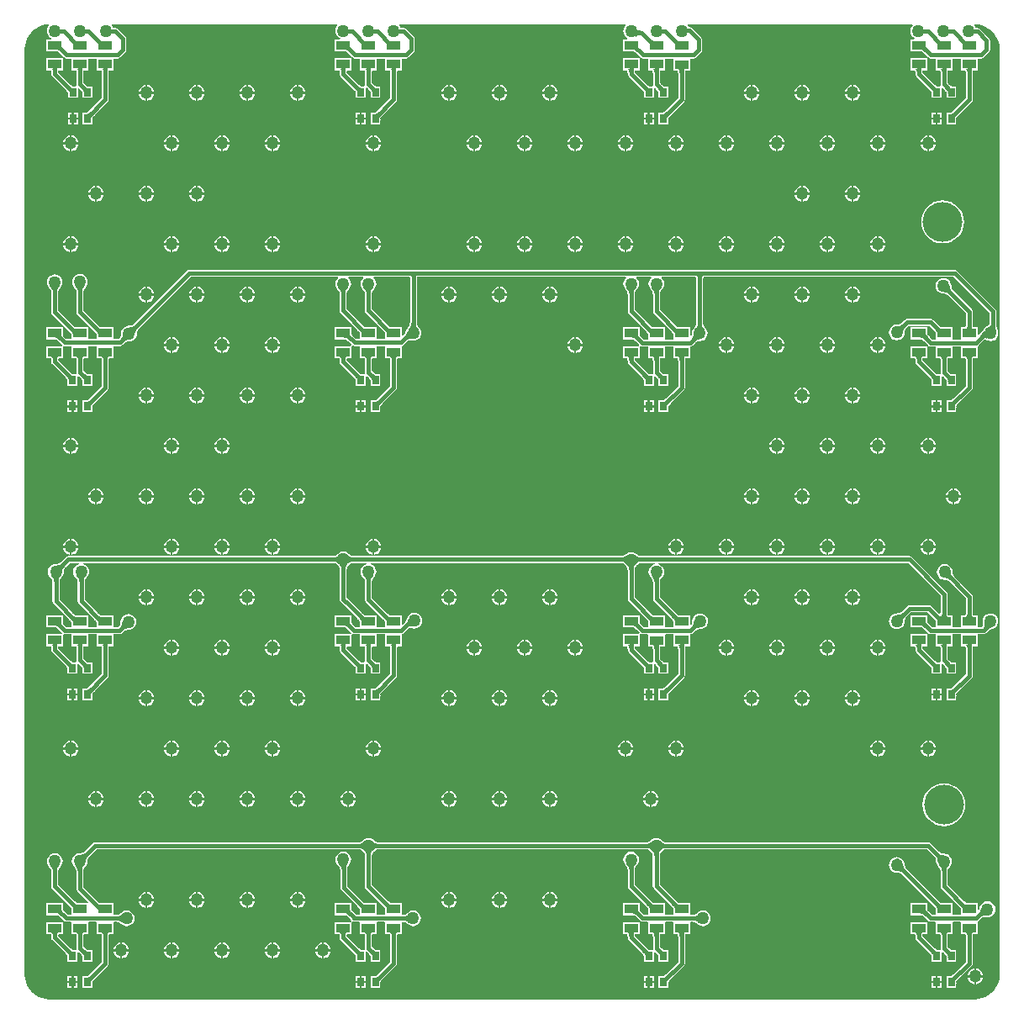
<source format=gbl>
G04*
G04 #@! TF.GenerationSoftware,Altium Limited,Altium Designer,19.1.7 (138)*
G04*
G04 Layer_Physical_Order=2*
G04 Layer_Color=16711680*
%FSAX25Y25*%
%MOIN*%
G70*
G01*
G75*
%ADD17R,0.02756X0.03386*%
%ADD18R,0.05433X0.03622*%
%ADD29C,0.01500*%
%ADD32C,0.15748*%
%ADD33C,0.05000*%
G36*
X0244091Y0386439D02*
X0244300Y0386274D01*
X0244510Y0386129D01*
X0244722Y0386003D01*
X0244935Y0385896D01*
X0245149Y0385809D01*
X0245366Y0385741D01*
X0245583Y0385693D01*
X0245802Y0385664D01*
X0246023Y0385654D01*
X0246088Y0384154D01*
X0245864Y0384144D01*
X0245644Y0384113D01*
X0245428Y0384061D01*
X0245216Y0383989D01*
X0245008Y0383897D01*
X0244804Y0383784D01*
X0244604Y0383650D01*
X0244409Y0383496D01*
X0244217Y0383321D01*
X0244030Y0383126D01*
X0243884Y0386623D01*
X0244091Y0386439D01*
D02*
G37*
G36*
X0249734Y0382415D02*
X0250285Y0381948D01*
X0250529Y0381778D01*
X0250752Y0381651D01*
X0250954Y0381566D01*
X0251134Y0381524D01*
X0251293D01*
X0251431Y0381566D01*
X0251548Y0381651D01*
X0249426Y0379530D01*
X0249511Y0379646D01*
X0249553Y0379784D01*
Y0379943D01*
X0249511Y0380124D01*
X0249426Y0380325D01*
X0249299Y0380548D01*
X0249129Y0380792D01*
X0248917Y0381057D01*
X0248365Y0381651D01*
X0249426Y0382712D01*
X0249734Y0382415D01*
D02*
G37*
G36*
X0358801Y0380059D02*
X0358759Y0379922D01*
X0358761Y0379763D01*
X0358804Y0379583D01*
X0358890Y0379382D01*
X0359019Y0379159D01*
X0359190Y0378915D01*
X0359403Y0378649D01*
X0359957Y0378053D01*
X0358896Y0376992D01*
X0358588Y0377290D01*
X0358035Y0377760D01*
X0357790Y0377930D01*
X0357567Y0378059D01*
X0357366Y0378145D01*
X0357186Y0378189D01*
X0357028Y0378190D01*
X0356891Y0378149D01*
X0356775Y0378065D01*
X0358884Y0380174D01*
X0358801Y0380059D01*
D02*
G37*
G36*
X0244740D02*
X0244698Y0379922D01*
X0244700Y0379763D01*
X0244743Y0379583D01*
X0244829Y0379382D01*
X0244958Y0379159D01*
X0245129Y0378915D01*
X0245342Y0378649D01*
X0245896Y0378053D01*
X0244835Y0376992D01*
X0244527Y0377290D01*
X0243974Y0377760D01*
X0243729Y0377930D01*
X0243506Y0378059D01*
X0243305Y0378145D01*
X0243125Y0378189D01*
X0242967Y0378190D01*
X0242829Y0378149D01*
X0242714Y0378065D01*
X0244823Y0380174D01*
X0244740Y0380059D01*
D02*
G37*
G36*
X0130566D02*
X0130525Y0379922D01*
X0130526Y0379763D01*
X0130570Y0379583D01*
X0130656Y0379382D01*
X0130784Y0379159D01*
X0130955Y0378915D01*
X0131169Y0378649D01*
X0131723Y0378053D01*
X0130662Y0376992D01*
X0130353Y0377290D01*
X0129800Y0377760D01*
X0129556Y0377930D01*
X0129333Y0378059D01*
X0129132Y0378145D01*
X0128952Y0378189D01*
X0128793Y0378190D01*
X0128656Y0378149D01*
X0128541Y0378065D01*
X0130650Y0380174D01*
X0130566Y0380059D01*
D02*
G37*
G36*
X0016231D02*
X0016190Y0379922D01*
X0016191Y0379763D01*
X0016235Y0379583D01*
X0016320Y0379382D01*
X0016449Y0379159D01*
X0016620Y0378915D01*
X0016833Y0378649D01*
X0017387Y0378053D01*
X0016327Y0376992D01*
X0016018Y0377290D01*
X0015465Y0377760D01*
X0015221Y0377930D01*
X0014998Y0378059D01*
X0014796Y0378145D01*
X0014616Y0378189D01*
X0014458Y0378190D01*
X0014321Y0378149D01*
X0014205Y0378065D01*
X0016315Y0380174D01*
X0016231Y0380059D01*
D02*
G37*
G36*
X0377549Y0370530D02*
X0377422Y0370485D01*
X0377309Y0370409D01*
X0377212Y0370303D01*
X0377129Y0370167D01*
X0377062Y0370001D01*
X0377009Y0369804D01*
X0376972Y0369578D01*
X0376949Y0369321D01*
X0376942Y0369033D01*
X0375442D01*
X0375434Y0369321D01*
X0375412Y0369578D01*
X0375374Y0369804D01*
X0375322Y0370001D01*
X0375254Y0370167D01*
X0375172Y0370303D01*
X0375074Y0370409D01*
X0374962Y0370485D01*
X0374834Y0370530D01*
X0374692Y0370545D01*
X0377692D01*
X0377549Y0370530D01*
D02*
G37*
G36*
X0367549D02*
X0367422Y0370485D01*
X0367309Y0370409D01*
X0367212Y0370303D01*
X0367129Y0370167D01*
X0367062Y0370001D01*
X0367009Y0369804D01*
X0366972Y0369578D01*
X0366949Y0369321D01*
X0366942Y0369033D01*
X0365442D01*
X0365434Y0369321D01*
X0365412Y0369578D01*
X0365374Y0369804D01*
X0365322Y0370001D01*
X0365254Y0370167D01*
X0365172Y0370303D01*
X0365074Y0370409D01*
X0364962Y0370485D01*
X0364834Y0370530D01*
X0364692Y0370545D01*
X0367692D01*
X0367549Y0370530D01*
D02*
G37*
G36*
X0357549D02*
X0357422Y0370485D01*
X0357309Y0370409D01*
X0357212Y0370303D01*
X0357129Y0370167D01*
X0357062Y0370001D01*
X0357009Y0369804D01*
X0356972Y0369578D01*
X0356949Y0369321D01*
X0356942Y0369033D01*
X0355442D01*
X0355434Y0369321D01*
X0355412Y0369578D01*
X0355374Y0369804D01*
X0355322Y0370001D01*
X0355254Y0370167D01*
X0355172Y0370303D01*
X0355074Y0370409D01*
X0354962Y0370485D01*
X0354834Y0370530D01*
X0354692Y0370545D01*
X0357692D01*
X0357549Y0370530D01*
D02*
G37*
G36*
X0253488D02*
X0253361Y0370485D01*
X0253248Y0370409D01*
X0253151Y0370303D01*
X0253068Y0370167D01*
X0253001Y0370001D01*
X0252948Y0369804D01*
X0252911Y0369578D01*
X0252888Y0369321D01*
X0252881Y0369033D01*
X0251381D01*
X0251373Y0369321D01*
X0251351Y0369578D01*
X0251313Y0369804D01*
X0251261Y0370001D01*
X0251193Y0370167D01*
X0251111Y0370303D01*
X0251013Y0370409D01*
X0250901Y0370485D01*
X0250773Y0370530D01*
X0250631Y0370545D01*
X0253631D01*
X0253488Y0370530D01*
D02*
G37*
G36*
X0243488D02*
X0243361Y0370485D01*
X0243248Y0370409D01*
X0243151Y0370303D01*
X0243068Y0370167D01*
X0243001Y0370001D01*
X0242948Y0369804D01*
X0242911Y0369578D01*
X0242888Y0369321D01*
X0242881Y0369033D01*
X0241381D01*
X0241373Y0369321D01*
X0241351Y0369578D01*
X0241313Y0369804D01*
X0241261Y0370001D01*
X0241193Y0370167D01*
X0241111Y0370303D01*
X0241013Y0370409D01*
X0240901Y0370485D01*
X0240773Y0370530D01*
X0240631Y0370545D01*
X0243631D01*
X0243488Y0370530D01*
D02*
G37*
G36*
X0149315D02*
X0149188Y0370485D01*
X0149075Y0370409D01*
X0148977Y0370303D01*
X0148895Y0370167D01*
X0148828Y0370001D01*
X0148775Y0369804D01*
X0148738Y0369578D01*
X0148715Y0369321D01*
X0148707Y0369033D01*
X0147207D01*
X0147200Y0369321D01*
X0147178Y0369578D01*
X0147140Y0369804D01*
X0147088Y0370001D01*
X0147020Y0370167D01*
X0146938Y0370303D01*
X0146840Y0370409D01*
X0146728Y0370485D01*
X0146600Y0370530D01*
X0146458Y0370545D01*
X0149458D01*
X0149315Y0370530D01*
D02*
G37*
G36*
X0139315D02*
X0139188Y0370485D01*
X0139075Y0370409D01*
X0138978Y0370303D01*
X0138895Y0370167D01*
X0138828Y0370001D01*
X0138775Y0369804D01*
X0138737Y0369578D01*
X0138715Y0369321D01*
X0138707Y0369033D01*
X0137207D01*
X0137200Y0369321D01*
X0137178Y0369578D01*
X0137140Y0369804D01*
X0137088Y0370001D01*
X0137020Y0370167D01*
X0136937Y0370303D01*
X0136840Y0370409D01*
X0136727Y0370485D01*
X0136600Y0370530D01*
X0136458Y0370545D01*
X0139457D01*
X0139315Y0370530D01*
D02*
G37*
G36*
X0129315D02*
X0129188Y0370485D01*
X0129075Y0370409D01*
X0128978Y0370303D01*
X0128895Y0370167D01*
X0128828Y0370001D01*
X0128775Y0369804D01*
X0128737Y0369578D01*
X0128715Y0369321D01*
X0128708Y0369033D01*
X0127208D01*
X0127200Y0369321D01*
X0127178Y0369578D01*
X0127140Y0369804D01*
X0127087Y0370001D01*
X0127020Y0370167D01*
X0126937Y0370303D01*
X0126840Y0370409D01*
X0126727Y0370485D01*
X0126600Y0370530D01*
X0126458Y0370545D01*
X0129457D01*
X0129315Y0370530D01*
D02*
G37*
G36*
X0034980D02*
X0034852Y0370485D01*
X0034740Y0370409D01*
X0034642Y0370303D01*
X0034560Y0370167D01*
X0034492Y0370001D01*
X0034440Y0369804D01*
X0034402Y0369578D01*
X0034380Y0369321D01*
X0034372Y0369033D01*
X0032872D01*
X0032864Y0369321D01*
X0032842Y0369578D01*
X0032805Y0369804D01*
X0032752Y0370001D01*
X0032684Y0370167D01*
X0032602Y0370303D01*
X0032504Y0370409D01*
X0032392Y0370485D01*
X0032265Y0370530D01*
X0032122Y0370545D01*
X0035122D01*
X0034980Y0370530D01*
D02*
G37*
G36*
X0024980D02*
X0024852Y0370485D01*
X0024739Y0370409D01*
X0024642Y0370303D01*
X0024559Y0370167D01*
X0024492Y0370001D01*
X0024440Y0369804D01*
X0024402Y0369578D01*
X0024379Y0369321D01*
X0024372Y0369033D01*
X0022872D01*
X0022864Y0369321D01*
X0022842Y0369578D01*
X0022805Y0369804D01*
X0022752Y0370001D01*
X0022684Y0370167D01*
X0022602Y0370303D01*
X0022504Y0370409D01*
X0022392Y0370485D01*
X0022264Y0370530D01*
X0022122Y0370545D01*
X0025122D01*
X0024980Y0370530D01*
D02*
G37*
G36*
X0014979D02*
X0014852Y0370485D01*
X0014739Y0370409D01*
X0014642Y0370303D01*
X0014559Y0370167D01*
X0014492Y0370001D01*
X0014439Y0369804D01*
X0014402Y0369578D01*
X0014379Y0369321D01*
X0014372Y0369033D01*
X0012872D01*
X0012865Y0369321D01*
X0012842Y0369578D01*
X0012804Y0369804D01*
X0012752Y0370001D01*
X0012685Y0370167D01*
X0012602Y0370303D01*
X0012505Y0370409D01*
X0012392Y0370485D01*
X0012264Y0370530D01*
X0012122Y0370545D01*
X0015122D01*
X0014979Y0370530D01*
D02*
G37*
G36*
X0263488Y0370422D02*
X0263361Y0370377D01*
X0263248Y0370301D01*
X0263151Y0370196D01*
X0263068Y0370059D01*
X0263001Y0369893D01*
X0262948Y0369696D01*
X0262911Y0369470D01*
X0262888Y0369213D01*
X0262881Y0368925D01*
X0261381D01*
X0261373Y0369213D01*
X0261351Y0369470D01*
X0261313Y0369696D01*
X0261261Y0369893D01*
X0261193Y0370059D01*
X0261111Y0370196D01*
X0261013Y0370301D01*
X0260901Y0370377D01*
X0260773Y0370422D01*
X0260631Y0370437D01*
X0263631D01*
X0263488Y0370422D01*
D02*
G37*
G36*
X0380013Y0388009D02*
X0381315Y0387660D01*
X0382560Y0387144D01*
X0383727Y0386470D01*
X0384797Y0385650D01*
X0385750Y0384697D01*
X0386570Y0383628D01*
X0387244Y0382460D01*
X0387760Y0381215D01*
X0388108Y0379913D01*
X0388284Y0378577D01*
Y0377903D01*
Y0011761D01*
Y0011088D01*
X0388108Y0009751D01*
X0387760Y0008449D01*
X0387244Y0007204D01*
X0386570Y0006037D01*
X0385750Y0004968D01*
X0384797Y0004015D01*
X0383727Y0003194D01*
X0382560Y0002520D01*
X0381315Y0002004D01*
X0380013Y0001656D01*
X0378677Y0001480D01*
X0378003Y0001480D01*
X0011861D01*
X0011187Y0001480D01*
X0009851Y0001656D01*
X0008549Y0002004D01*
X0007304Y0002520D01*
X0006137Y0003194D01*
X0005067Y0004015D01*
X0004114Y0004968D01*
X0003294Y0006037D01*
X0002620Y0007204D01*
X0002104Y0008449D01*
X0001755Y0009751D01*
X0001579Y0011088D01*
X0001579Y0011761D01*
Y0377903D01*
X0001579Y0378577D01*
X0001755Y0379913D01*
X0002104Y0381215D01*
X0002620Y0382460D01*
X0003294Y0383628D01*
X0004114Y0384697D01*
X0005067Y0385650D01*
X0006137Y0386470D01*
X0007304Y0387144D01*
X0008549Y0387660D01*
X0009851Y0388009D01*
X0011062Y0388168D01*
X0011138Y0388085D01*
X0011252Y0387876D01*
X0011292Y0387685D01*
X0010892Y0387163D01*
X0010580Y0386409D01*
X0010473Y0385600D01*
X0010580Y0384791D01*
X0010892Y0384037D01*
X0011389Y0383389D01*
X0012037Y0382892D01*
X0012348Y0382763D01*
X0012249Y0382263D01*
X0010306D01*
Y0377441D01*
X0014074D01*
X0014102Y0377424D01*
X0014155Y0377436D01*
X0014205Y0377415D01*
X0014267Y0377441D01*
X0014769D01*
X0014872Y0377382D01*
X0015068Y0377245D01*
X0015582Y0376809D01*
X0015875Y0376525D01*
X0015929Y0376504D01*
X0017406Y0375027D01*
X0017406Y0375027D01*
X0017853Y0374728D01*
X0018379Y0374623D01*
X0018380Y0374623D01*
X0020305D01*
Y0369921D01*
X0022013D01*
X0022053Y0369899D01*
X0022090Y0369896D01*
X0022102Y0369875D01*
X0022135Y0369794D01*
X0022169Y0369667D01*
X0022197Y0369496D01*
X0022216Y0369284D01*
X0022223Y0369016D01*
X0022246Y0368965D01*
Y0364415D01*
X0022308Y0364102D01*
X0021986Y0363601D01*
X0021462D01*
X0021418Y0363625D01*
X0021365Y0363608D01*
X0021312Y0363625D01*
X0021265Y0363601D01*
X0020783D01*
X0020716Y0363641D01*
X0020517Y0363780D01*
X0019993Y0364226D01*
X0019692Y0364517D01*
X0019649Y0364534D01*
X0019625Y0364574D01*
X0019596Y0364581D01*
X0015025Y0369152D01*
X0015028Y0369284D01*
X0015047Y0369496D01*
X0015075Y0369667D01*
X0015109Y0369794D01*
X0015142Y0369875D01*
X0015154Y0369896D01*
X0015191Y0369899D01*
X0015231Y0369921D01*
X0016939D01*
Y0374743D01*
X0010306D01*
Y0369921D01*
X0012013D01*
X0012054Y0369899D01*
X0012090Y0369896D01*
X0012102Y0369875D01*
X0012135Y0369794D01*
X0012169Y0369667D01*
X0012197Y0369496D01*
X0012216Y0369284D01*
X0012223Y0369016D01*
X0012246Y0368965D01*
Y0368608D01*
X0012350Y0368081D01*
X0012649Y0367635D01*
X0017847Y0362436D01*
X0017866Y0362386D01*
X0018391Y0361820D01*
X0018572Y0361594D01*
X0018712Y0361393D01*
X0018791Y0361256D01*
Y0360728D01*
X0018767Y0360656D01*
X0018791Y0360610D01*
X0018782Y0360559D01*
X0018791Y0360547D01*
Y0359016D01*
X0022747D01*
Y0362691D01*
X0023208Y0362882D01*
X0023654Y0362436D01*
X0023673Y0362386D01*
X0024198Y0361820D01*
X0024379Y0361594D01*
X0024519Y0361393D01*
X0024598Y0361256D01*
Y0360728D01*
X0024574Y0360656D01*
X0024598Y0360610D01*
X0024589Y0360559D01*
X0024598Y0360547D01*
Y0359016D01*
X0028554D01*
Y0363601D01*
X0027269D01*
X0027225Y0363625D01*
X0027172Y0363608D01*
X0027119Y0363625D01*
X0027073Y0363601D01*
X0026590D01*
X0026523Y0363641D01*
X0026324Y0363780D01*
X0025800Y0364226D01*
X0025499Y0364517D01*
X0025456Y0364534D01*
X0025432Y0364574D01*
X0025403Y0364581D01*
X0024998Y0364985D01*
Y0368965D01*
X0025021Y0369016D01*
X0025028Y0369284D01*
X0025047Y0369496D01*
X0025075Y0369667D01*
X0025109Y0369794D01*
X0025142Y0369875D01*
X0025154Y0369896D01*
X0025190Y0369899D01*
X0025231Y0369921D01*
X0026939D01*
Y0374623D01*
X0030305D01*
Y0369921D01*
X0032013D01*
X0032054Y0369899D01*
X0032090Y0369896D01*
X0032102Y0369875D01*
X0032135Y0369794D01*
X0032169Y0369667D01*
X0032197Y0369496D01*
X0032216Y0369284D01*
X0032223Y0369016D01*
X0032245Y0368965D01*
Y0358969D01*
X0027382Y0354105D01*
X0027328Y0354084D01*
X0027038Y0353804D01*
X0026780Y0353576D01*
X0026550Y0353392D01*
X0026349Y0353253D01*
X0026200Y0353169D01*
X0025717D01*
X0025609Y0353204D01*
X0025563Y0353181D01*
X0025512Y0353189D01*
X0025483Y0353169D01*
X0024598D01*
Y0348583D01*
X0028554D01*
Y0350474D01*
X0028589Y0350542D01*
X0028572Y0350595D01*
X0028589Y0350647D01*
X0028554Y0350717D01*
Y0351170D01*
X0028598Y0351248D01*
X0028736Y0351446D01*
X0029179Y0351968D01*
X0029469Y0352267D01*
X0029486Y0352310D01*
X0029526Y0352334D01*
X0029533Y0352363D01*
X0034595Y0357426D01*
X0034595Y0357426D01*
X0034894Y0357872D01*
X0034999Y0358399D01*
X0034999Y0358399D01*
Y0368965D01*
X0035021Y0369016D01*
X0035028Y0369284D01*
X0035047Y0369496D01*
X0035075Y0369667D01*
X0035109Y0369794D01*
X0035142Y0369875D01*
X0035154Y0369896D01*
X0035190Y0369899D01*
X0035231Y0369921D01*
X0036939D01*
Y0374623D01*
X0038500D01*
X0039027Y0374728D01*
X0039473Y0375027D01*
X0041473Y0377027D01*
X0041772Y0377473D01*
X0041877Y0378000D01*
X0041876Y0378000D01*
Y0382500D01*
X0041877Y0382500D01*
X0041772Y0383027D01*
X0041473Y0383473D01*
X0041473Y0383473D01*
X0038602Y0386344D01*
X0038156Y0386643D01*
X0037629Y0386747D01*
X0036680D01*
X0036508Y0387163D01*
X0036108Y0387685D01*
X0036287Y0388185D01*
X0125513D01*
X0125692Y0387685D01*
X0125292Y0387163D01*
X0124980Y0386409D01*
X0124873Y0385600D01*
X0124980Y0384791D01*
X0125292Y0384037D01*
X0125789Y0383389D01*
X0126437Y0382892D01*
X0126749Y0382763D01*
X0126649Y0382263D01*
X0124641D01*
Y0377441D01*
X0128410D01*
X0128438Y0377424D01*
X0128491Y0377436D01*
X0128541Y0377415D01*
X0128602Y0377441D01*
X0129105D01*
X0129207Y0377382D01*
X0129403Y0377245D01*
X0129917Y0376809D01*
X0130211Y0376525D01*
X0130264Y0376504D01*
X0131742Y0375027D01*
X0131742Y0375027D01*
X0132188Y0374728D01*
X0132715Y0374623D01*
X0132715Y0374623D01*
X0134641D01*
Y0369921D01*
X0136349D01*
X0136389Y0369899D01*
X0136425Y0369896D01*
X0136438Y0369875D01*
X0136470Y0369794D01*
X0136504Y0369667D01*
X0136533Y0369496D01*
X0136551Y0369284D01*
X0136558Y0369016D01*
X0136581Y0368965D01*
Y0364415D01*
X0136643Y0364102D01*
X0136322Y0363601D01*
X0135847D01*
X0135798Y0363631D01*
X0135747Y0363619D01*
X0135697Y0363639D01*
X0135607Y0363601D01*
X0135140D01*
X0135026Y0363666D01*
X0134831Y0363802D01*
X0134319Y0364235D01*
X0134027Y0364517D01*
X0133974Y0364538D01*
X0129360Y0369152D01*
X0129364Y0369284D01*
X0129382Y0369496D01*
X0129411Y0369667D01*
X0129445Y0369794D01*
X0129477Y0369875D01*
X0129490Y0369896D01*
X0129526Y0369899D01*
X0129566Y0369921D01*
X0131274D01*
Y0374743D01*
X0124641D01*
Y0369921D01*
X0126349D01*
X0126389Y0369899D01*
X0126425Y0369896D01*
X0126438Y0369875D01*
X0126470Y0369794D01*
X0126504Y0369667D01*
X0126533Y0369496D01*
X0126551Y0369284D01*
X0126558Y0369016D01*
X0126581Y0368965D01*
Y0368608D01*
X0126686Y0368081D01*
X0126984Y0367635D01*
X0132020Y0362598D01*
X0132039Y0362548D01*
X0132574Y0361971D01*
X0132758Y0361742D01*
X0132899Y0361539D01*
X0132964Y0361426D01*
Y0360959D01*
X0132926Y0360868D01*
X0132947Y0360819D01*
X0132934Y0360767D01*
X0132964Y0360719D01*
Y0359016D01*
X0136920D01*
Y0362799D01*
X0137420Y0363006D01*
X0137828Y0362598D01*
X0137846Y0362548D01*
X0138382Y0361971D01*
X0138565Y0361742D01*
X0138706Y0361539D01*
X0138771Y0361426D01*
Y0360959D01*
X0138733Y0360868D01*
X0138754Y0360819D01*
X0138741Y0360767D01*
X0138771Y0360719D01*
Y0359016D01*
X0142727D01*
Y0363601D01*
X0141654D01*
X0141605Y0363631D01*
X0141553Y0363619D01*
X0141504Y0363639D01*
X0141414Y0363601D01*
X0140947D01*
X0140833Y0363666D01*
X0140638Y0363802D01*
X0140126Y0364235D01*
X0139834Y0364517D01*
X0139781Y0364538D01*
X0139334Y0364985D01*
Y0368965D01*
X0139357Y0369016D01*
X0139364Y0369284D01*
X0139382Y0369496D01*
X0139411Y0369667D01*
X0139444Y0369794D01*
X0139477Y0369875D01*
X0139490Y0369896D01*
X0139526Y0369899D01*
X0139566Y0369921D01*
X0141274D01*
Y0374623D01*
X0144641D01*
Y0369921D01*
X0146349D01*
X0146389Y0369899D01*
X0146425Y0369896D01*
X0146438Y0369875D01*
X0146470Y0369794D01*
X0146504Y0369667D01*
X0146533Y0369496D01*
X0146551Y0369284D01*
X0146558Y0369016D01*
X0146581Y0368965D01*
Y0358969D01*
X0141724Y0354112D01*
X0141673Y0354093D01*
X0141096Y0353558D01*
X0140867Y0353374D01*
X0140664Y0353233D01*
X0140551Y0353169D01*
X0140084D01*
X0139994Y0353206D01*
X0139944Y0353186D01*
X0139892Y0353198D01*
X0139844Y0353169D01*
X0138771D01*
Y0348583D01*
X0142727D01*
Y0350286D01*
X0142756Y0350334D01*
X0142744Y0350386D01*
X0142764Y0350435D01*
X0142727Y0350526D01*
Y0350993D01*
X0142792Y0351106D01*
X0142927Y0351301D01*
X0143360Y0351813D01*
X0143643Y0352105D01*
X0143664Y0352159D01*
X0148931Y0357426D01*
X0148931Y0357426D01*
X0149229Y0357872D01*
X0149334Y0358399D01*
X0149334Y0358399D01*
Y0368965D01*
X0149357Y0369016D01*
X0149364Y0369284D01*
X0149382Y0369496D01*
X0149411Y0369667D01*
X0149444Y0369794D01*
X0149477Y0369875D01*
X0149490Y0369896D01*
X0149526Y0369899D01*
X0149566Y0369921D01*
X0151274D01*
Y0374623D01*
X0152836D01*
X0153362Y0374728D01*
X0153809Y0375027D01*
X0155809Y0377027D01*
X0156107Y0377473D01*
X0156212Y0378000D01*
X0156212Y0378000D01*
Y0382500D01*
X0156212Y0382500D01*
X0156107Y0383027D01*
X0155809Y0383473D01*
X0155809Y0383473D01*
X0152938Y0386344D01*
X0152491Y0386643D01*
X0151965Y0386747D01*
X0150839D01*
X0150708Y0387063D01*
X0150231Y0387685D01*
X0150259Y0387855D01*
X0150371Y0388185D01*
X0239802D01*
X0239914Y0387855D01*
X0239942Y0387685D01*
X0239465Y0387063D01*
X0239153Y0386309D01*
X0239047Y0385500D01*
X0239153Y0384691D01*
X0239465Y0383937D01*
X0239962Y0383289D01*
X0240610Y0382792D01*
X0240680Y0382763D01*
X0240581Y0382263D01*
X0238814D01*
Y0377441D01*
X0242583D01*
X0242611Y0377424D01*
X0242664Y0377436D01*
X0242714Y0377415D01*
X0242775Y0377441D01*
X0243278D01*
X0243380Y0377382D01*
X0243577Y0377245D01*
X0244090Y0376809D01*
X0244384Y0376525D01*
X0244437Y0376504D01*
X0245915Y0375027D01*
X0245915Y0375027D01*
X0246361Y0374728D01*
X0246888Y0374623D01*
X0246888Y0374623D01*
X0248814D01*
Y0369921D01*
X0250522D01*
X0250562Y0369899D01*
X0250598Y0369896D01*
X0250611Y0369875D01*
X0250644Y0369794D01*
X0250678Y0369667D01*
X0250706Y0369496D01*
X0250725Y0369284D01*
X0250731Y0369016D01*
X0250754Y0368965D01*
Y0364415D01*
X0250817Y0364102D01*
X0250495Y0363601D01*
X0250020D01*
X0249972Y0363631D01*
X0249920Y0363619D01*
X0249870Y0363639D01*
X0249780Y0363601D01*
X0249313D01*
X0249199Y0363666D01*
X0249004Y0363802D01*
X0248492Y0364235D01*
X0248200Y0364517D01*
X0248147Y0364538D01*
X0243533Y0369152D01*
X0243537Y0369284D01*
X0243555Y0369496D01*
X0243584Y0369667D01*
X0243618Y0369794D01*
X0243651Y0369875D01*
X0243663Y0369896D01*
X0243699Y0369899D01*
X0243739Y0369921D01*
X0245447D01*
Y0374743D01*
X0238814D01*
Y0369921D01*
X0240522D01*
X0240562Y0369899D01*
X0240598Y0369896D01*
X0240611Y0369875D01*
X0240644Y0369794D01*
X0240678Y0369667D01*
X0240706Y0369496D01*
X0240724Y0369284D01*
X0240732Y0369016D01*
X0240754Y0368965D01*
Y0368608D01*
X0240859Y0368081D01*
X0241157Y0367635D01*
X0246194Y0362598D01*
X0246213Y0362548D01*
X0246748Y0361971D01*
X0246931Y0361742D01*
X0247072Y0361539D01*
X0247137Y0361426D01*
Y0360959D01*
X0247100Y0360868D01*
X0247120Y0360819D01*
X0247108Y0360767D01*
X0247137Y0360719D01*
Y0359016D01*
X0251093D01*
Y0362799D01*
X0251593Y0363006D01*
X0252001Y0362598D01*
X0252020Y0362548D01*
X0252555Y0361971D01*
X0252738Y0361742D01*
X0252879Y0361539D01*
X0252944Y0361426D01*
Y0360959D01*
X0252907Y0360868D01*
X0252927Y0360819D01*
X0252915Y0360767D01*
X0252944Y0360719D01*
Y0359016D01*
X0256900D01*
Y0363601D01*
X0255827D01*
X0255779Y0363631D01*
X0255727Y0363619D01*
X0255677Y0363639D01*
X0255587Y0363601D01*
X0255120D01*
X0255007Y0363666D01*
X0254811Y0363802D01*
X0254299Y0364235D01*
X0254007Y0364517D01*
X0253954Y0364538D01*
X0253507Y0364985D01*
Y0368965D01*
X0253530Y0369016D01*
X0253537Y0369284D01*
X0253555Y0369496D01*
X0253584Y0369667D01*
X0253618Y0369794D01*
X0253650Y0369875D01*
X0253663Y0369896D01*
X0253699Y0369899D01*
X0253739Y0369921D01*
X0255447D01*
Y0374623D01*
X0258888D01*
Y0369813D01*
X0260522D01*
X0260562Y0369792D01*
X0260598Y0369788D01*
X0260611Y0369767D01*
X0260644Y0369686D01*
X0260678Y0369560D01*
X0260706Y0369388D01*
X0260724Y0369176D01*
X0260732Y0368908D01*
X0260754Y0368857D01*
Y0358969D01*
X0255897Y0354112D01*
X0255846Y0354093D01*
X0255270Y0353558D01*
X0255040Y0353374D01*
X0254838Y0353233D01*
X0254724Y0353169D01*
X0254257D01*
X0254167Y0353206D01*
X0254117Y0353186D01*
X0254065Y0353198D01*
X0254017Y0353169D01*
X0252944D01*
Y0348583D01*
X0256900D01*
Y0350286D01*
X0256929Y0350334D01*
X0256917Y0350386D01*
X0256937Y0350435D01*
X0256900Y0350526D01*
Y0350993D01*
X0256965Y0351106D01*
X0257101Y0351301D01*
X0257534Y0351813D01*
X0257816Y0352105D01*
X0257837Y0352159D01*
X0263104Y0357426D01*
X0263104Y0357426D01*
X0263402Y0357872D01*
X0263507Y0358399D01*
X0263507Y0358399D01*
Y0368857D01*
X0263530Y0368908D01*
X0263537Y0369176D01*
X0263556Y0369388D01*
X0263584Y0369560D01*
X0263618Y0369686D01*
X0263650Y0369767D01*
X0263663Y0369788D01*
X0263699Y0369792D01*
X0263739Y0369813D01*
X0265521D01*
Y0374623D01*
X0267009D01*
X0267535Y0374728D01*
X0267982Y0375027D01*
X0269982Y0377027D01*
X0270280Y0377473D01*
X0270385Y0378000D01*
X0270385Y0378000D01*
Y0381991D01*
X0270280Y0382518D01*
X0269982Y0382965D01*
X0269982Y0382965D01*
X0266273Y0386673D01*
X0265827Y0386972D01*
X0265300Y0387076D01*
X0264924D01*
X0264457Y0387685D01*
X0264485Y0387855D01*
X0264597Y0388185D01*
X0353629D01*
X0353741Y0387855D01*
X0353769Y0387685D01*
X0353292Y0387063D01*
X0352980Y0386309D01*
X0352873Y0385500D01*
X0352980Y0384691D01*
X0353292Y0383937D01*
X0353789Y0383289D01*
X0354437Y0382792D01*
X0354507Y0382763D01*
X0354408Y0382263D01*
X0352875D01*
Y0377441D01*
X0356644D01*
X0356672Y0377424D01*
X0356725Y0377436D01*
X0356775Y0377415D01*
X0356836Y0377441D01*
X0357339D01*
X0357441Y0377382D01*
X0357638Y0377245D01*
X0358151Y0376809D01*
X0358445Y0376525D01*
X0358499Y0376504D01*
X0359976Y0375027D01*
X0359976Y0375027D01*
X0360422Y0374728D01*
X0360949Y0374623D01*
X0360949Y0374623D01*
X0362875D01*
Y0369921D01*
X0364583D01*
X0364623Y0369899D01*
X0364659Y0369896D01*
X0364672Y0369875D01*
X0364705Y0369794D01*
X0364739Y0369667D01*
X0364767Y0369496D01*
X0364786Y0369284D01*
X0364792Y0369016D01*
X0364815Y0368965D01*
Y0364415D01*
X0364878Y0364102D01*
X0364556Y0363601D01*
X0364041D01*
X0364002Y0363623D01*
X0363949Y0363608D01*
X0363897Y0363626D01*
X0363845Y0363601D01*
X0363357D01*
X0363279Y0363647D01*
X0363081Y0363786D01*
X0362560Y0364228D01*
X0362261Y0364517D01*
X0362233Y0364528D01*
X0362218Y0364555D01*
X0362179Y0364567D01*
X0357594Y0369152D01*
X0357598Y0369284D01*
X0357616Y0369496D01*
X0357645Y0369667D01*
X0357679Y0369794D01*
X0357712Y0369875D01*
X0357724Y0369896D01*
X0357760Y0369899D01*
X0357800Y0369921D01*
X0359508D01*
Y0374743D01*
X0352875D01*
Y0369921D01*
X0354583D01*
X0354623Y0369899D01*
X0354659Y0369896D01*
X0354672Y0369875D01*
X0354705Y0369794D01*
X0354739Y0369667D01*
X0354767Y0369496D01*
X0354785Y0369284D01*
X0354792Y0369016D01*
X0354815Y0368965D01*
Y0368608D01*
X0354920Y0368081D01*
X0355218Y0367635D01*
X0360367Y0362486D01*
X0360386Y0362435D01*
X0360915Y0361866D01*
X0361097Y0361638D01*
X0361238Y0361436D01*
X0361310Y0361310D01*
Y0360791D01*
X0361286Y0360721D01*
X0361309Y0360674D01*
X0361299Y0360622D01*
X0361310Y0360605D01*
Y0359016D01*
X0365266D01*
Y0362741D01*
X0365728Y0362932D01*
X0366174Y0362486D01*
X0366193Y0362435D01*
X0366722Y0361866D01*
X0366904Y0361638D01*
X0367045Y0361436D01*
X0367117Y0361310D01*
Y0360791D01*
X0367093Y0360721D01*
X0367116Y0360674D01*
X0367106Y0360622D01*
X0367117Y0360605D01*
Y0359016D01*
X0371073D01*
Y0363601D01*
X0369849D01*
X0369809Y0363623D01*
X0369756Y0363608D01*
X0369704Y0363626D01*
X0369653Y0363601D01*
X0369164D01*
X0369086Y0363647D01*
X0368888Y0363786D01*
X0368367Y0364228D01*
X0368069Y0364517D01*
X0368040Y0364528D01*
X0368025Y0364555D01*
X0367987Y0364567D01*
X0367568Y0364985D01*
Y0368965D01*
X0367591Y0369016D01*
X0367598Y0369284D01*
X0367617Y0369496D01*
X0367645Y0369667D01*
X0367679Y0369794D01*
X0367711Y0369875D01*
X0367724Y0369896D01*
X0367760Y0369899D01*
X0367800Y0369921D01*
X0369508D01*
Y0374623D01*
X0372875D01*
Y0369921D01*
X0374583D01*
X0374623Y0369899D01*
X0374659Y0369896D01*
X0374672Y0369875D01*
X0374705Y0369794D01*
X0374739Y0369667D01*
X0374767Y0369496D01*
X0374785Y0369284D01*
X0374793Y0369016D01*
X0374815Y0368965D01*
Y0358969D01*
X0369958Y0354112D01*
X0369907Y0354093D01*
X0369340Y0353567D01*
X0369114Y0353386D01*
X0368913Y0353247D01*
X0368775Y0353169D01*
X0368297D01*
X0368193Y0353205D01*
X0368146Y0353183D01*
X0368095Y0353192D01*
X0368060Y0353169D01*
X0367117D01*
Y0348583D01*
X0371073D01*
Y0350416D01*
X0371107Y0350478D01*
X0371092Y0350530D01*
X0371110Y0350582D01*
X0371073Y0350658D01*
Y0351115D01*
X0371124Y0351204D01*
X0371262Y0351401D01*
X0371702Y0351920D01*
X0371989Y0352218D01*
X0372000Y0352246D01*
X0372027Y0352260D01*
X0372038Y0352299D01*
X0377165Y0357426D01*
X0377165Y0357426D01*
X0377463Y0357872D01*
X0377568Y0358399D01*
X0377568Y0358399D01*
Y0368965D01*
X0377591Y0369016D01*
X0377598Y0369284D01*
X0377617Y0369496D01*
X0377645Y0369667D01*
X0377679Y0369794D01*
X0377712Y0369875D01*
X0377724Y0369896D01*
X0377760Y0369899D01*
X0377800Y0369921D01*
X0379508D01*
Y0374623D01*
X0381070D01*
X0381596Y0374728D01*
X0382043Y0375027D01*
X0384043Y0377027D01*
X0384341Y0377473D01*
X0384446Y0378000D01*
X0384446Y0378000D01*
Y0381730D01*
X0384446Y0381730D01*
X0384341Y0382257D01*
X0384043Y0382704D01*
X0384043Y0382704D01*
X0380402Y0386344D01*
X0379956Y0386643D01*
X0379429Y0386747D01*
X0378839D01*
X0378708Y0387063D01*
X0378231Y0387685D01*
X0378259Y0387855D01*
X0378371Y0388185D01*
X0378677D01*
X0380013Y0388009D01*
D02*
G37*
G36*
X0253864Y0363753D02*
X0254415Y0363286D01*
X0254659Y0363117D01*
X0254882Y0362990D01*
X0255083Y0362905D01*
X0255264Y0362862D01*
X0255423D01*
X0255561Y0362905D01*
X0255677Y0362990D01*
X0253556Y0360868D01*
X0253641Y0360985D01*
X0253683Y0361123D01*
Y0361282D01*
X0253641Y0361462D01*
X0253556Y0361664D01*
X0253429Y0361887D01*
X0253259Y0362130D01*
X0253047Y0362396D01*
X0252495Y0362990D01*
X0253556Y0364050D01*
X0253864Y0363753D01*
D02*
G37*
G36*
X0248057D02*
X0248608Y0363286D01*
X0248852Y0363117D01*
X0249075Y0362990D01*
X0249276Y0362905D01*
X0249457Y0362862D01*
X0249616D01*
X0249754Y0362905D01*
X0249870Y0362990D01*
X0247749Y0360868D01*
X0247834Y0360985D01*
X0247876Y0361123D01*
Y0361282D01*
X0247834Y0361462D01*
X0247749Y0361664D01*
X0247622Y0361887D01*
X0247452Y0362130D01*
X0247240Y0362396D01*
X0246688Y0362990D01*
X0247749Y0364050D01*
X0248057Y0363753D01*
D02*
G37*
G36*
X0139690D02*
X0140242Y0363286D01*
X0140486Y0363117D01*
X0140709Y0362990D01*
X0140910Y0362905D01*
X0141091Y0362862D01*
X0141250D01*
X0141387Y0362905D01*
X0141504Y0362990D01*
X0139383Y0360868D01*
X0139468Y0360985D01*
X0139510Y0361123D01*
Y0361282D01*
X0139468Y0361462D01*
X0139383Y0361664D01*
X0139256Y0361887D01*
X0139086Y0362130D01*
X0138874Y0362396D01*
X0138322Y0362990D01*
X0139383Y0364050D01*
X0139690Y0363753D01*
D02*
G37*
G36*
X0133883D02*
X0134435Y0363286D01*
X0134679Y0363117D01*
X0134902Y0362990D01*
X0135103Y0362905D01*
X0135283Y0362862D01*
X0135443D01*
X0135580Y0362905D01*
X0135697Y0362990D01*
X0133576Y0360868D01*
X0133661Y0360985D01*
X0133703Y0361123D01*
Y0361282D01*
X0133661Y0361462D01*
X0133576Y0361664D01*
X0133449Y0361887D01*
X0133279Y0362130D01*
X0133067Y0362396D01*
X0132515Y0362990D01*
X0133576Y0364050D01*
X0133883Y0363753D01*
D02*
G37*
G36*
X0367931Y0363747D02*
X0368491Y0363271D01*
X0368737Y0363099D01*
X0368960Y0362970D01*
X0369161Y0362884D01*
X0369339Y0362842D01*
X0369495Y0362844D01*
X0369628Y0362889D01*
X0369738Y0362978D01*
X0367741Y0360756D01*
X0367820Y0360877D01*
X0367857Y0361018D01*
X0367853Y0361179D01*
X0367808Y0361361D01*
X0367721Y0361562D01*
X0367594Y0361785D01*
X0367424Y0362027D01*
X0367214Y0362290D01*
X0366669Y0362877D01*
X0367617Y0364050D01*
X0367931Y0363747D01*
D02*
G37*
G36*
X0362124D02*
X0362683Y0363271D01*
X0362929Y0363099D01*
X0363153Y0362970D01*
X0363354Y0362884D01*
X0363532Y0362842D01*
X0363688Y0362844D01*
X0363821Y0362889D01*
X0363931Y0362978D01*
X0361934Y0360756D01*
X0362013Y0360877D01*
X0362050Y0361018D01*
X0362046Y0361179D01*
X0362001Y0361361D01*
X0361914Y0361562D01*
X0361786Y0361785D01*
X0361617Y0362027D01*
X0361407Y0362290D01*
X0360862Y0362877D01*
X0361810Y0364050D01*
X0362124Y0363747D01*
D02*
G37*
G36*
X0025363Y0363745D02*
X0025926Y0363266D01*
X0026173Y0363093D01*
X0026396Y0362963D01*
X0026597Y0362878D01*
X0026774Y0362837D01*
X0026929Y0362840D01*
X0027060Y0362887D01*
X0027169Y0362978D01*
X0025222Y0360706D01*
X0025298Y0360829D01*
X0025334Y0360971D01*
X0025328Y0361134D01*
X0025282Y0361316D01*
X0025196Y0361519D01*
X0025068Y0361741D01*
X0024899Y0361983D01*
X0024690Y0362244D01*
X0024149Y0362827D01*
X0025047Y0364050D01*
X0025363Y0363745D01*
D02*
G37*
G36*
X0019556D02*
X0020119Y0363266D01*
X0020366Y0363093D01*
X0020589Y0362963D01*
X0020790Y0362878D01*
X0020967Y0362837D01*
X0021122Y0362840D01*
X0021253Y0362887D01*
X0021362Y0362978D01*
X0019415Y0360706D01*
X0019491Y0360829D01*
X0019526Y0360971D01*
X0019521Y0361134D01*
X0019475Y0361316D01*
X0019388Y0361519D01*
X0019261Y0361741D01*
X0019092Y0361983D01*
X0018883Y0362244D01*
X0018342Y0362827D01*
X0019240Y0364050D01*
X0019556Y0363745D01*
D02*
G37*
G36*
X0029002Y0352719D02*
X0028698Y0352404D01*
X0028221Y0351842D01*
X0028049Y0351596D01*
X0027921Y0351373D01*
X0027837Y0351172D01*
X0027797Y0350994D01*
X0027801Y0350839D01*
X0027849Y0350707D01*
X0027942Y0350597D01*
X0025658Y0352556D01*
X0025782Y0352479D01*
X0025925Y0352442D01*
X0026089Y0352446D01*
X0026271Y0352491D01*
X0026474Y0352577D01*
X0026696Y0352703D01*
X0026937Y0352870D01*
X0027198Y0353079D01*
X0027479Y0353327D01*
X0027779Y0353617D01*
X0029002Y0352719D01*
D02*
G37*
G36*
X0371522Y0352669D02*
X0371220Y0352356D01*
X0370746Y0351798D01*
X0370575Y0351552D01*
X0370447Y0351329D01*
X0370363Y0351128D01*
X0370322Y0350949D01*
X0370325Y0350793D01*
X0370371Y0350659D01*
X0370461Y0350547D01*
X0368228Y0352556D01*
X0368349Y0352477D01*
X0368491Y0352438D01*
X0368653Y0352441D01*
X0368835Y0352485D01*
X0369037Y0352571D01*
X0369259Y0352697D01*
X0369502Y0352865D01*
X0369764Y0353075D01*
X0370349Y0353617D01*
X0371522Y0352669D01*
D02*
G37*
G36*
X0257349Y0352556D02*
X0257052Y0352249D01*
X0256585Y0351697D01*
X0256415Y0351453D01*
X0256288Y0351231D01*
X0256203Y0351029D01*
X0256161Y0350849D01*
Y0350690D01*
X0256203Y0350552D01*
X0256288Y0350435D01*
X0254167Y0352556D01*
X0254283Y0352472D01*
X0254421Y0352429D01*
X0254580D01*
X0254761Y0352472D01*
X0254962Y0352556D01*
X0255185Y0352684D01*
X0255429Y0352853D01*
X0255694Y0353066D01*
X0256288Y0353617D01*
X0257349Y0352556D01*
D02*
G37*
G36*
X0143175D02*
X0142878Y0352249D01*
X0142412Y0351697D01*
X0142242Y0351453D01*
X0142115Y0351231D01*
X0142030Y0351029D01*
X0141988Y0350849D01*
Y0350690D01*
X0142030Y0350552D01*
X0142115Y0350435D01*
X0139994Y0352556D01*
X0140110Y0352472D01*
X0140248Y0352429D01*
X0140407D01*
X0140587Y0352472D01*
X0140789Y0352556D01*
X0141012Y0352684D01*
X0141256Y0352853D01*
X0141521Y0353066D01*
X0142115Y0353617D01*
X0143175Y0352556D01*
D02*
G37*
%LPC*%
G36*
X0330400Y0364074D02*
Y0361400D01*
X0333074D01*
X0333020Y0361809D01*
X0332708Y0362563D01*
X0332211Y0363211D01*
X0331563Y0363708D01*
X0330809Y0364020D01*
X0330400Y0364074D01*
D02*
G37*
G36*
X0329600D02*
X0329191Y0364020D01*
X0328437Y0363708D01*
X0327789Y0363211D01*
X0327292Y0362563D01*
X0326980Y0361809D01*
X0326926Y0361400D01*
X0329600D01*
Y0364074D01*
D02*
G37*
G36*
X0310400D02*
Y0361400D01*
X0313074D01*
X0313020Y0361809D01*
X0312708Y0362563D01*
X0312211Y0363211D01*
X0311563Y0363708D01*
X0310809Y0364020D01*
X0310400Y0364074D01*
D02*
G37*
G36*
X0309600D02*
X0309191Y0364020D01*
X0308437Y0363708D01*
X0307789Y0363211D01*
X0307292Y0362563D01*
X0306980Y0361809D01*
X0306926Y0361400D01*
X0309600D01*
Y0364074D01*
D02*
G37*
G36*
X0290400D02*
Y0361400D01*
X0293074D01*
X0293020Y0361809D01*
X0292708Y0362563D01*
X0292211Y0363211D01*
X0291563Y0363708D01*
X0290809Y0364020D01*
X0290400Y0364074D01*
D02*
G37*
G36*
X0289600D02*
X0289191Y0364020D01*
X0288437Y0363708D01*
X0287789Y0363211D01*
X0287292Y0362563D01*
X0286980Y0361809D01*
X0286926Y0361400D01*
X0289600D01*
Y0364074D01*
D02*
G37*
G36*
X0210400D02*
Y0361400D01*
X0213074D01*
X0213020Y0361809D01*
X0212708Y0362563D01*
X0212211Y0363211D01*
X0211563Y0363708D01*
X0210809Y0364020D01*
X0210400Y0364074D01*
D02*
G37*
G36*
X0209600D02*
X0209191Y0364020D01*
X0208437Y0363708D01*
X0207789Y0363211D01*
X0207292Y0362563D01*
X0206980Y0361809D01*
X0206926Y0361400D01*
X0209600D01*
Y0364074D01*
D02*
G37*
G36*
X0190400D02*
Y0361400D01*
X0193074D01*
X0193020Y0361809D01*
X0192708Y0362563D01*
X0192211Y0363211D01*
X0191563Y0363708D01*
X0190809Y0364020D01*
X0190400Y0364074D01*
D02*
G37*
G36*
X0189600D02*
X0189191Y0364020D01*
X0188437Y0363708D01*
X0187789Y0363211D01*
X0187292Y0362563D01*
X0186980Y0361809D01*
X0186926Y0361400D01*
X0189600D01*
Y0364074D01*
D02*
G37*
G36*
X0170400D02*
Y0361400D01*
X0173074D01*
X0173020Y0361809D01*
X0172708Y0362563D01*
X0172211Y0363211D01*
X0171563Y0363708D01*
X0170809Y0364020D01*
X0170400Y0364074D01*
D02*
G37*
G36*
X0169600D02*
X0169191Y0364020D01*
X0168437Y0363708D01*
X0167789Y0363211D01*
X0167292Y0362563D01*
X0166980Y0361809D01*
X0166926Y0361400D01*
X0169600D01*
Y0364074D01*
D02*
G37*
G36*
X0110400D02*
Y0361400D01*
X0113074D01*
X0113020Y0361809D01*
X0112708Y0362563D01*
X0112211Y0363211D01*
X0111563Y0363708D01*
X0110809Y0364020D01*
X0110400Y0364074D01*
D02*
G37*
G36*
X0109600D02*
X0109191Y0364020D01*
X0108437Y0363708D01*
X0107789Y0363211D01*
X0107292Y0362563D01*
X0106980Y0361809D01*
X0106926Y0361400D01*
X0109600D01*
Y0364074D01*
D02*
G37*
G36*
X0090400D02*
Y0361400D01*
X0093074D01*
X0093020Y0361809D01*
X0092708Y0362563D01*
X0092211Y0363211D01*
X0091563Y0363708D01*
X0090809Y0364020D01*
X0090400Y0364074D01*
D02*
G37*
G36*
X0089600D02*
X0089191Y0364020D01*
X0088437Y0363708D01*
X0087789Y0363211D01*
X0087292Y0362563D01*
X0086980Y0361809D01*
X0086926Y0361400D01*
X0089600D01*
Y0364074D01*
D02*
G37*
G36*
X0070400D02*
Y0361400D01*
X0073074D01*
X0073020Y0361809D01*
X0072708Y0362563D01*
X0072211Y0363211D01*
X0071563Y0363708D01*
X0070809Y0364020D01*
X0070400Y0364074D01*
D02*
G37*
G36*
X0069600D02*
X0069191Y0364020D01*
X0068437Y0363708D01*
X0067789Y0363211D01*
X0067292Y0362563D01*
X0066980Y0361809D01*
X0066926Y0361400D01*
X0069600D01*
Y0364074D01*
D02*
G37*
G36*
X0050400D02*
Y0361400D01*
X0053074D01*
X0053020Y0361809D01*
X0052708Y0362563D01*
X0052211Y0363211D01*
X0051563Y0363708D01*
X0050809Y0364020D01*
X0050400Y0364074D01*
D02*
G37*
G36*
X0049600D02*
X0049191Y0364020D01*
X0048437Y0363708D01*
X0047789Y0363211D01*
X0047292Y0362563D01*
X0046980Y0361809D01*
X0046926Y0361400D01*
X0049600D01*
Y0364074D01*
D02*
G37*
G36*
X0333074Y0360600D02*
X0330400D01*
Y0357926D01*
X0330809Y0357980D01*
X0331563Y0358292D01*
X0332211Y0358789D01*
X0332708Y0359437D01*
X0333020Y0360191D01*
X0333074Y0360600D01*
D02*
G37*
G36*
X0329600D02*
X0326926D01*
X0326980Y0360191D01*
X0327292Y0359437D01*
X0327789Y0358789D01*
X0328437Y0358292D01*
X0329191Y0357980D01*
X0329600Y0357926D01*
Y0360600D01*
D02*
G37*
G36*
X0313074D02*
X0310400D01*
Y0357926D01*
X0310809Y0357980D01*
X0311563Y0358292D01*
X0312211Y0358789D01*
X0312708Y0359437D01*
X0313020Y0360191D01*
X0313074Y0360600D01*
D02*
G37*
G36*
X0309600D02*
X0306926D01*
X0306980Y0360191D01*
X0307292Y0359437D01*
X0307789Y0358789D01*
X0308437Y0358292D01*
X0309191Y0357980D01*
X0309600Y0357926D01*
Y0360600D01*
D02*
G37*
G36*
X0293074D02*
X0290400D01*
Y0357926D01*
X0290809Y0357980D01*
X0291563Y0358292D01*
X0292211Y0358789D01*
X0292708Y0359437D01*
X0293020Y0360191D01*
X0293074Y0360600D01*
D02*
G37*
G36*
X0289600D02*
X0286926D01*
X0286980Y0360191D01*
X0287292Y0359437D01*
X0287789Y0358789D01*
X0288437Y0358292D01*
X0289191Y0357980D01*
X0289600Y0357926D01*
Y0360600D01*
D02*
G37*
G36*
X0213074D02*
X0210400D01*
Y0357926D01*
X0210809Y0357980D01*
X0211563Y0358292D01*
X0212211Y0358789D01*
X0212708Y0359437D01*
X0213020Y0360191D01*
X0213074Y0360600D01*
D02*
G37*
G36*
X0209600D02*
X0206926D01*
X0206980Y0360191D01*
X0207292Y0359437D01*
X0207789Y0358789D01*
X0208437Y0358292D01*
X0209191Y0357980D01*
X0209600Y0357926D01*
Y0360600D01*
D02*
G37*
G36*
X0193074D02*
X0190400D01*
Y0357926D01*
X0190809Y0357980D01*
X0191563Y0358292D01*
X0192211Y0358789D01*
X0192708Y0359437D01*
X0193020Y0360191D01*
X0193074Y0360600D01*
D02*
G37*
G36*
X0189600D02*
X0186926D01*
X0186980Y0360191D01*
X0187292Y0359437D01*
X0187789Y0358789D01*
X0188437Y0358292D01*
X0189191Y0357980D01*
X0189600Y0357926D01*
Y0360600D01*
D02*
G37*
G36*
X0173074D02*
X0170400D01*
Y0357926D01*
X0170809Y0357980D01*
X0171563Y0358292D01*
X0172211Y0358789D01*
X0172708Y0359437D01*
X0173020Y0360191D01*
X0173074Y0360600D01*
D02*
G37*
G36*
X0169600D02*
X0166926D01*
X0166980Y0360191D01*
X0167292Y0359437D01*
X0167789Y0358789D01*
X0168437Y0358292D01*
X0169191Y0357980D01*
X0169600Y0357926D01*
Y0360600D01*
D02*
G37*
G36*
X0113074D02*
X0110400D01*
Y0357926D01*
X0110809Y0357980D01*
X0111563Y0358292D01*
X0112211Y0358789D01*
X0112708Y0359437D01*
X0113020Y0360191D01*
X0113074Y0360600D01*
D02*
G37*
G36*
X0109600D02*
X0106926D01*
X0106980Y0360191D01*
X0107292Y0359437D01*
X0107789Y0358789D01*
X0108437Y0358292D01*
X0109191Y0357980D01*
X0109600Y0357926D01*
Y0360600D01*
D02*
G37*
G36*
X0093074D02*
X0090400D01*
Y0357926D01*
X0090809Y0357980D01*
X0091563Y0358292D01*
X0092211Y0358789D01*
X0092708Y0359437D01*
X0093020Y0360191D01*
X0093074Y0360600D01*
D02*
G37*
G36*
X0089600D02*
X0086926D01*
X0086980Y0360191D01*
X0087292Y0359437D01*
X0087789Y0358789D01*
X0088437Y0358292D01*
X0089191Y0357980D01*
X0089600Y0357926D01*
Y0360600D01*
D02*
G37*
G36*
X0073074D02*
X0070400D01*
Y0357926D01*
X0070809Y0357980D01*
X0071563Y0358292D01*
X0072211Y0358789D01*
X0072708Y0359437D01*
X0073020Y0360191D01*
X0073074Y0360600D01*
D02*
G37*
G36*
X0069600D02*
X0066926D01*
X0066980Y0360191D01*
X0067292Y0359437D01*
X0067789Y0358789D01*
X0068437Y0358292D01*
X0069191Y0357980D01*
X0069600Y0357926D01*
Y0360600D01*
D02*
G37*
G36*
X0053074D02*
X0050400D01*
Y0357926D01*
X0050809Y0357980D01*
X0051563Y0358292D01*
X0052211Y0358789D01*
X0052708Y0359437D01*
X0053020Y0360191D01*
X0053074Y0360600D01*
D02*
G37*
G36*
X0049600D02*
X0046926D01*
X0046980Y0360191D01*
X0047292Y0359437D01*
X0047789Y0358789D01*
X0048437Y0358292D01*
X0049191Y0357980D01*
X0049600Y0357926D01*
Y0360600D01*
D02*
G37*
G36*
X0136920Y0353169D02*
X0135342D01*
Y0351276D01*
X0136920D01*
Y0353169D01*
D02*
G37*
G36*
X0365266D02*
X0363688D01*
Y0351276D01*
X0365266D01*
Y0353169D01*
D02*
G37*
G36*
X0022747D02*
X0021169D01*
Y0351276D01*
X0022747D01*
Y0353169D01*
D02*
G37*
G36*
X0251093D02*
X0249515D01*
Y0351276D01*
X0251093D01*
Y0353169D01*
D02*
G37*
G36*
X0248715D02*
X0247137D01*
Y0351276D01*
X0248715D01*
Y0353169D01*
D02*
G37*
G36*
X0362888D02*
X0361310D01*
Y0351276D01*
X0362888D01*
Y0353169D01*
D02*
G37*
G36*
X0134542D02*
X0132964D01*
Y0351276D01*
X0134542D01*
Y0353169D01*
D02*
G37*
G36*
X0020369D02*
X0018791D01*
Y0351276D01*
X0020369D01*
Y0353169D01*
D02*
G37*
G36*
X0365266Y0350476D02*
X0363688D01*
Y0348583D01*
X0365266D01*
Y0350476D01*
D02*
G37*
G36*
X0362888D02*
X0361310D01*
Y0348583D01*
X0362888D01*
Y0350476D01*
D02*
G37*
G36*
X0251093D02*
X0249515D01*
Y0348583D01*
X0251093D01*
Y0350476D01*
D02*
G37*
G36*
X0248715D02*
X0247137D01*
Y0348583D01*
X0248715D01*
Y0350476D01*
D02*
G37*
G36*
X0136920D02*
X0135342D01*
Y0348583D01*
X0136920D01*
Y0350476D01*
D02*
G37*
G36*
X0134542D02*
X0132964D01*
Y0348583D01*
X0134542D01*
Y0350476D01*
D02*
G37*
G36*
X0022747D02*
X0021169D01*
Y0348583D01*
X0022747D01*
Y0350476D01*
D02*
G37*
G36*
X0020369D02*
X0018791D01*
Y0348583D01*
X0020369D01*
Y0350476D01*
D02*
G37*
G36*
X0360400Y0344074D02*
Y0341400D01*
X0363074D01*
X0363020Y0341809D01*
X0362708Y0342563D01*
X0362211Y0343211D01*
X0361563Y0343708D01*
X0360809Y0344020D01*
X0360400Y0344074D01*
D02*
G37*
G36*
X0359600D02*
X0359191Y0344020D01*
X0358437Y0343708D01*
X0357789Y0343211D01*
X0357292Y0342563D01*
X0356980Y0341809D01*
X0356926Y0341400D01*
X0359600D01*
Y0344074D01*
D02*
G37*
G36*
X0340400D02*
Y0341400D01*
X0343074D01*
X0343020Y0341809D01*
X0342708Y0342563D01*
X0342211Y0343211D01*
X0341563Y0343708D01*
X0340809Y0344020D01*
X0340400Y0344074D01*
D02*
G37*
G36*
X0339600D02*
X0339191Y0344020D01*
X0338437Y0343708D01*
X0337789Y0343211D01*
X0337292Y0342563D01*
X0336980Y0341809D01*
X0336926Y0341400D01*
X0339600D01*
Y0344074D01*
D02*
G37*
G36*
X0320400D02*
Y0341400D01*
X0323074D01*
X0323020Y0341809D01*
X0322708Y0342563D01*
X0322211Y0343211D01*
X0321563Y0343708D01*
X0320809Y0344020D01*
X0320400Y0344074D01*
D02*
G37*
G36*
X0319600D02*
X0319191Y0344020D01*
X0318437Y0343708D01*
X0317789Y0343211D01*
X0317292Y0342563D01*
X0316980Y0341809D01*
X0316926Y0341400D01*
X0319600D01*
Y0344074D01*
D02*
G37*
G36*
X0300400D02*
Y0341400D01*
X0303074D01*
X0303020Y0341809D01*
X0302708Y0342563D01*
X0302211Y0343211D01*
X0301563Y0343708D01*
X0300809Y0344020D01*
X0300400Y0344074D01*
D02*
G37*
G36*
X0299600D02*
X0299191Y0344020D01*
X0298437Y0343708D01*
X0297789Y0343211D01*
X0297292Y0342563D01*
X0296980Y0341809D01*
X0296926Y0341400D01*
X0299600D01*
Y0344074D01*
D02*
G37*
G36*
X0280400D02*
Y0341400D01*
X0283074D01*
X0283020Y0341809D01*
X0282708Y0342563D01*
X0282211Y0343211D01*
X0281563Y0343708D01*
X0280809Y0344020D01*
X0280400Y0344074D01*
D02*
G37*
G36*
X0279600D02*
X0279191Y0344020D01*
X0278437Y0343708D01*
X0277789Y0343211D01*
X0277292Y0342563D01*
X0276980Y0341809D01*
X0276926Y0341400D01*
X0279600D01*
Y0344074D01*
D02*
G37*
G36*
X0260400D02*
Y0341400D01*
X0263074D01*
X0263020Y0341809D01*
X0262708Y0342563D01*
X0262211Y0343211D01*
X0261563Y0343708D01*
X0260809Y0344020D01*
X0260400Y0344074D01*
D02*
G37*
G36*
X0259600D02*
X0259191Y0344020D01*
X0258437Y0343708D01*
X0257789Y0343211D01*
X0257292Y0342563D01*
X0256980Y0341809D01*
X0256926Y0341400D01*
X0259600D01*
Y0344074D01*
D02*
G37*
G36*
X0240400D02*
Y0341400D01*
X0243074D01*
X0243020Y0341809D01*
X0242708Y0342563D01*
X0242211Y0343211D01*
X0241563Y0343708D01*
X0240809Y0344020D01*
X0240400Y0344074D01*
D02*
G37*
G36*
X0239600D02*
X0239191Y0344020D01*
X0238437Y0343708D01*
X0237789Y0343211D01*
X0237292Y0342563D01*
X0236980Y0341809D01*
X0236926Y0341400D01*
X0239600D01*
Y0344074D01*
D02*
G37*
G36*
X0220400D02*
Y0341400D01*
X0223074D01*
X0223020Y0341809D01*
X0222708Y0342563D01*
X0222211Y0343211D01*
X0221563Y0343708D01*
X0220809Y0344020D01*
X0220400Y0344074D01*
D02*
G37*
G36*
X0219600D02*
X0219191Y0344020D01*
X0218437Y0343708D01*
X0217789Y0343211D01*
X0217292Y0342563D01*
X0216980Y0341809D01*
X0216926Y0341400D01*
X0219600D01*
Y0344074D01*
D02*
G37*
G36*
X0200400D02*
Y0341400D01*
X0203074D01*
X0203020Y0341809D01*
X0202708Y0342563D01*
X0202211Y0343211D01*
X0201563Y0343708D01*
X0200809Y0344020D01*
X0200400Y0344074D01*
D02*
G37*
G36*
X0199600D02*
X0199191Y0344020D01*
X0198437Y0343708D01*
X0197789Y0343211D01*
X0197292Y0342563D01*
X0196980Y0341809D01*
X0196926Y0341400D01*
X0199600D01*
Y0344074D01*
D02*
G37*
G36*
X0180400D02*
Y0341400D01*
X0183074D01*
X0183020Y0341809D01*
X0182708Y0342563D01*
X0182211Y0343211D01*
X0181563Y0343708D01*
X0180809Y0344020D01*
X0180400Y0344074D01*
D02*
G37*
G36*
X0179600D02*
X0179191Y0344020D01*
X0178437Y0343708D01*
X0177789Y0343211D01*
X0177292Y0342563D01*
X0176980Y0341809D01*
X0176926Y0341400D01*
X0179600D01*
Y0344074D01*
D02*
G37*
G36*
X0140400D02*
Y0341400D01*
X0143074D01*
X0143020Y0341809D01*
X0142708Y0342563D01*
X0142211Y0343211D01*
X0141563Y0343708D01*
X0140809Y0344020D01*
X0140400Y0344074D01*
D02*
G37*
G36*
X0139600D02*
X0139191Y0344020D01*
X0138437Y0343708D01*
X0137789Y0343211D01*
X0137292Y0342563D01*
X0136980Y0341809D01*
X0136926Y0341400D01*
X0139600D01*
Y0344074D01*
D02*
G37*
G36*
X0100400D02*
Y0341400D01*
X0103074D01*
X0103020Y0341809D01*
X0102708Y0342563D01*
X0102211Y0343211D01*
X0101563Y0343708D01*
X0100809Y0344020D01*
X0100400Y0344074D01*
D02*
G37*
G36*
X0099600D02*
X0099191Y0344020D01*
X0098437Y0343708D01*
X0097789Y0343211D01*
X0097292Y0342563D01*
X0096980Y0341809D01*
X0096926Y0341400D01*
X0099600D01*
Y0344074D01*
D02*
G37*
G36*
X0080400D02*
Y0341400D01*
X0083074D01*
X0083020Y0341809D01*
X0082708Y0342563D01*
X0082211Y0343211D01*
X0081563Y0343708D01*
X0080809Y0344020D01*
X0080400Y0344074D01*
D02*
G37*
G36*
X0079600D02*
X0079191Y0344020D01*
X0078437Y0343708D01*
X0077789Y0343211D01*
X0077292Y0342563D01*
X0076980Y0341809D01*
X0076926Y0341400D01*
X0079600D01*
Y0344074D01*
D02*
G37*
G36*
X0060400D02*
Y0341400D01*
X0063074D01*
X0063020Y0341809D01*
X0062708Y0342563D01*
X0062211Y0343211D01*
X0061563Y0343708D01*
X0060809Y0344020D01*
X0060400Y0344074D01*
D02*
G37*
G36*
X0059600D02*
X0059191Y0344020D01*
X0058437Y0343708D01*
X0057789Y0343211D01*
X0057292Y0342563D01*
X0056980Y0341809D01*
X0056926Y0341400D01*
X0059600D01*
Y0344074D01*
D02*
G37*
G36*
X0020400D02*
Y0341400D01*
X0023074D01*
X0023020Y0341809D01*
X0022708Y0342563D01*
X0022211Y0343211D01*
X0021563Y0343708D01*
X0020809Y0344020D01*
X0020400Y0344074D01*
D02*
G37*
G36*
X0019600D02*
X0019191Y0344020D01*
X0018437Y0343708D01*
X0017789Y0343211D01*
X0017292Y0342563D01*
X0016980Y0341809D01*
X0016926Y0341400D01*
X0019600D01*
Y0344074D01*
D02*
G37*
G36*
X0363074Y0340600D02*
X0360400D01*
Y0337926D01*
X0360809Y0337980D01*
X0361563Y0338292D01*
X0362211Y0338789D01*
X0362708Y0339437D01*
X0363020Y0340191D01*
X0363074Y0340600D01*
D02*
G37*
G36*
X0359600D02*
X0356926D01*
X0356980Y0340191D01*
X0357292Y0339437D01*
X0357789Y0338789D01*
X0358437Y0338292D01*
X0359191Y0337980D01*
X0359600Y0337926D01*
Y0340600D01*
D02*
G37*
G36*
X0343074D02*
X0340400D01*
Y0337926D01*
X0340809Y0337980D01*
X0341563Y0338292D01*
X0342211Y0338789D01*
X0342708Y0339437D01*
X0343020Y0340191D01*
X0343074Y0340600D01*
D02*
G37*
G36*
X0339600D02*
X0336926D01*
X0336980Y0340191D01*
X0337292Y0339437D01*
X0337789Y0338789D01*
X0338437Y0338292D01*
X0339191Y0337980D01*
X0339600Y0337926D01*
Y0340600D01*
D02*
G37*
G36*
X0323074D02*
X0320400D01*
Y0337926D01*
X0320809Y0337980D01*
X0321563Y0338292D01*
X0322211Y0338789D01*
X0322708Y0339437D01*
X0323020Y0340191D01*
X0323074Y0340600D01*
D02*
G37*
G36*
X0319600D02*
X0316926D01*
X0316980Y0340191D01*
X0317292Y0339437D01*
X0317789Y0338789D01*
X0318437Y0338292D01*
X0319191Y0337980D01*
X0319600Y0337926D01*
Y0340600D01*
D02*
G37*
G36*
X0303074D02*
X0300400D01*
Y0337926D01*
X0300809Y0337980D01*
X0301563Y0338292D01*
X0302211Y0338789D01*
X0302708Y0339437D01*
X0303020Y0340191D01*
X0303074Y0340600D01*
D02*
G37*
G36*
X0299600D02*
X0296926D01*
X0296980Y0340191D01*
X0297292Y0339437D01*
X0297789Y0338789D01*
X0298437Y0338292D01*
X0299191Y0337980D01*
X0299600Y0337926D01*
Y0340600D01*
D02*
G37*
G36*
X0283074D02*
X0280400D01*
Y0337926D01*
X0280809Y0337980D01*
X0281563Y0338292D01*
X0282211Y0338789D01*
X0282708Y0339437D01*
X0283020Y0340191D01*
X0283074Y0340600D01*
D02*
G37*
G36*
X0279600D02*
X0276926D01*
X0276980Y0340191D01*
X0277292Y0339437D01*
X0277789Y0338789D01*
X0278437Y0338292D01*
X0279191Y0337980D01*
X0279600Y0337926D01*
Y0340600D01*
D02*
G37*
G36*
X0263074D02*
X0260400D01*
Y0337926D01*
X0260809Y0337980D01*
X0261563Y0338292D01*
X0262211Y0338789D01*
X0262708Y0339437D01*
X0263020Y0340191D01*
X0263074Y0340600D01*
D02*
G37*
G36*
X0259600D02*
X0256926D01*
X0256980Y0340191D01*
X0257292Y0339437D01*
X0257789Y0338789D01*
X0258437Y0338292D01*
X0259191Y0337980D01*
X0259600Y0337926D01*
Y0340600D01*
D02*
G37*
G36*
X0243074D02*
X0240400D01*
Y0337926D01*
X0240809Y0337980D01*
X0241563Y0338292D01*
X0242211Y0338789D01*
X0242708Y0339437D01*
X0243020Y0340191D01*
X0243074Y0340600D01*
D02*
G37*
G36*
X0239600D02*
X0236926D01*
X0236980Y0340191D01*
X0237292Y0339437D01*
X0237789Y0338789D01*
X0238437Y0338292D01*
X0239191Y0337980D01*
X0239600Y0337926D01*
Y0340600D01*
D02*
G37*
G36*
X0223074D02*
X0220400D01*
Y0337926D01*
X0220809Y0337980D01*
X0221563Y0338292D01*
X0222211Y0338789D01*
X0222708Y0339437D01*
X0223020Y0340191D01*
X0223074Y0340600D01*
D02*
G37*
G36*
X0219600D02*
X0216926D01*
X0216980Y0340191D01*
X0217292Y0339437D01*
X0217789Y0338789D01*
X0218437Y0338292D01*
X0219191Y0337980D01*
X0219600Y0337926D01*
Y0340600D01*
D02*
G37*
G36*
X0203074D02*
X0200400D01*
Y0337926D01*
X0200809Y0337980D01*
X0201563Y0338292D01*
X0202211Y0338789D01*
X0202708Y0339437D01*
X0203020Y0340191D01*
X0203074Y0340600D01*
D02*
G37*
G36*
X0199600D02*
X0196926D01*
X0196980Y0340191D01*
X0197292Y0339437D01*
X0197789Y0338789D01*
X0198437Y0338292D01*
X0199191Y0337980D01*
X0199600Y0337926D01*
Y0340600D01*
D02*
G37*
G36*
X0183074D02*
X0180400D01*
Y0337926D01*
X0180809Y0337980D01*
X0181563Y0338292D01*
X0182211Y0338789D01*
X0182708Y0339437D01*
X0183020Y0340191D01*
X0183074Y0340600D01*
D02*
G37*
G36*
X0179600D02*
X0176926D01*
X0176980Y0340191D01*
X0177292Y0339437D01*
X0177789Y0338789D01*
X0178437Y0338292D01*
X0179191Y0337980D01*
X0179600Y0337926D01*
Y0340600D01*
D02*
G37*
G36*
X0143074D02*
X0140400D01*
Y0337926D01*
X0140809Y0337980D01*
X0141563Y0338292D01*
X0142211Y0338789D01*
X0142708Y0339437D01*
X0143020Y0340191D01*
X0143074Y0340600D01*
D02*
G37*
G36*
X0139600D02*
X0136926D01*
X0136980Y0340191D01*
X0137292Y0339437D01*
X0137789Y0338789D01*
X0138437Y0338292D01*
X0139191Y0337980D01*
X0139600Y0337926D01*
Y0340600D01*
D02*
G37*
G36*
X0103074D02*
X0100400D01*
Y0337926D01*
X0100809Y0337980D01*
X0101563Y0338292D01*
X0102211Y0338789D01*
X0102708Y0339437D01*
X0103020Y0340191D01*
X0103074Y0340600D01*
D02*
G37*
G36*
X0099600D02*
X0096926D01*
X0096980Y0340191D01*
X0097292Y0339437D01*
X0097789Y0338789D01*
X0098437Y0338292D01*
X0099191Y0337980D01*
X0099600Y0337926D01*
Y0340600D01*
D02*
G37*
G36*
X0083074D02*
X0080400D01*
Y0337926D01*
X0080809Y0337980D01*
X0081563Y0338292D01*
X0082211Y0338789D01*
X0082708Y0339437D01*
X0083020Y0340191D01*
X0083074Y0340600D01*
D02*
G37*
G36*
X0079600D02*
X0076926D01*
X0076980Y0340191D01*
X0077292Y0339437D01*
X0077789Y0338789D01*
X0078437Y0338292D01*
X0079191Y0337980D01*
X0079600Y0337926D01*
Y0340600D01*
D02*
G37*
G36*
X0063074D02*
X0060400D01*
Y0337926D01*
X0060809Y0337980D01*
X0061563Y0338292D01*
X0062211Y0338789D01*
X0062708Y0339437D01*
X0063020Y0340191D01*
X0063074Y0340600D01*
D02*
G37*
G36*
X0059600D02*
X0056926D01*
X0056980Y0340191D01*
X0057292Y0339437D01*
X0057789Y0338789D01*
X0058437Y0338292D01*
X0059191Y0337980D01*
X0059600Y0337926D01*
Y0340600D01*
D02*
G37*
G36*
X0023074D02*
X0020400D01*
Y0337926D01*
X0020809Y0337980D01*
X0021563Y0338292D01*
X0022211Y0338789D01*
X0022708Y0339437D01*
X0023020Y0340191D01*
X0023074Y0340600D01*
D02*
G37*
G36*
X0019600D02*
X0016926D01*
X0016980Y0340191D01*
X0017292Y0339437D01*
X0017789Y0338789D01*
X0018437Y0338292D01*
X0019191Y0337980D01*
X0019600Y0337926D01*
Y0340600D01*
D02*
G37*
G36*
X0330400Y0324074D02*
Y0321400D01*
X0333074D01*
X0333020Y0321809D01*
X0332708Y0322563D01*
X0332211Y0323211D01*
X0331563Y0323708D01*
X0330809Y0324020D01*
X0330400Y0324074D01*
D02*
G37*
G36*
X0329600D02*
X0329191Y0324020D01*
X0328437Y0323708D01*
X0327789Y0323211D01*
X0327292Y0322563D01*
X0326980Y0321809D01*
X0326926Y0321400D01*
X0329600D01*
Y0324074D01*
D02*
G37*
G36*
X0310400D02*
Y0321400D01*
X0313074D01*
X0313020Y0321809D01*
X0312708Y0322563D01*
X0312211Y0323211D01*
X0311563Y0323708D01*
X0310809Y0324020D01*
X0310400Y0324074D01*
D02*
G37*
G36*
X0309600D02*
X0309191Y0324020D01*
X0308437Y0323708D01*
X0307789Y0323211D01*
X0307292Y0322563D01*
X0306980Y0321809D01*
X0306926Y0321400D01*
X0309600D01*
Y0324074D01*
D02*
G37*
G36*
X0070400D02*
Y0321400D01*
X0073074D01*
X0073020Y0321809D01*
X0072708Y0322563D01*
X0072211Y0323211D01*
X0071563Y0323708D01*
X0070809Y0324020D01*
X0070400Y0324074D01*
D02*
G37*
G36*
X0069600D02*
X0069191Y0324020D01*
X0068437Y0323708D01*
X0067789Y0323211D01*
X0067292Y0322563D01*
X0066980Y0321809D01*
X0066926Y0321400D01*
X0069600D01*
Y0324074D01*
D02*
G37*
G36*
X0050400D02*
Y0321400D01*
X0053074D01*
X0053020Y0321809D01*
X0052708Y0322563D01*
X0052211Y0323211D01*
X0051563Y0323708D01*
X0050809Y0324020D01*
X0050400Y0324074D01*
D02*
G37*
G36*
X0049600D02*
X0049191Y0324020D01*
X0048437Y0323708D01*
X0047789Y0323211D01*
X0047292Y0322563D01*
X0046980Y0321809D01*
X0046926Y0321400D01*
X0049600D01*
Y0324074D01*
D02*
G37*
G36*
X0030400D02*
Y0321400D01*
X0033074D01*
X0033020Y0321809D01*
X0032708Y0322563D01*
X0032211Y0323211D01*
X0031563Y0323708D01*
X0030809Y0324020D01*
X0030400Y0324074D01*
D02*
G37*
G36*
X0029600D02*
X0029191Y0324020D01*
X0028437Y0323708D01*
X0027789Y0323211D01*
X0027292Y0322563D01*
X0026980Y0321809D01*
X0026926Y0321400D01*
X0029600D01*
Y0324074D01*
D02*
G37*
G36*
X0333074Y0320600D02*
X0330400D01*
Y0317926D01*
X0330809Y0317980D01*
X0331563Y0318292D01*
X0332211Y0318789D01*
X0332708Y0319437D01*
X0333020Y0320191D01*
X0333074Y0320600D01*
D02*
G37*
G36*
X0329600D02*
X0326926D01*
X0326980Y0320191D01*
X0327292Y0319437D01*
X0327789Y0318789D01*
X0328437Y0318292D01*
X0329191Y0317980D01*
X0329600Y0317926D01*
Y0320600D01*
D02*
G37*
G36*
X0313074D02*
X0310400D01*
Y0317926D01*
X0310809Y0317980D01*
X0311563Y0318292D01*
X0312211Y0318789D01*
X0312708Y0319437D01*
X0313020Y0320191D01*
X0313074Y0320600D01*
D02*
G37*
G36*
X0309600D02*
X0306926D01*
X0306980Y0320191D01*
X0307292Y0319437D01*
X0307789Y0318789D01*
X0308437Y0318292D01*
X0309191Y0317980D01*
X0309600Y0317926D01*
Y0320600D01*
D02*
G37*
G36*
X0073074D02*
X0070400D01*
Y0317926D01*
X0070809Y0317980D01*
X0071563Y0318292D01*
X0072211Y0318789D01*
X0072708Y0319437D01*
X0073020Y0320191D01*
X0073074Y0320600D01*
D02*
G37*
G36*
X0069600D02*
X0066926D01*
X0066980Y0320191D01*
X0067292Y0319437D01*
X0067789Y0318789D01*
X0068437Y0318292D01*
X0069191Y0317980D01*
X0069600Y0317926D01*
Y0320600D01*
D02*
G37*
G36*
X0053074D02*
X0050400D01*
Y0317926D01*
X0050809Y0317980D01*
X0051563Y0318292D01*
X0052211Y0318789D01*
X0052708Y0319437D01*
X0053020Y0320191D01*
X0053074Y0320600D01*
D02*
G37*
G36*
X0049600D02*
X0046926D01*
X0046980Y0320191D01*
X0047292Y0319437D01*
X0047789Y0318789D01*
X0048437Y0318292D01*
X0049191Y0317980D01*
X0049600Y0317926D01*
Y0320600D01*
D02*
G37*
G36*
X0033074D02*
X0030400D01*
Y0317926D01*
X0030809Y0317980D01*
X0031563Y0318292D01*
X0032211Y0318789D01*
X0032708Y0319437D01*
X0033020Y0320191D01*
X0033074Y0320600D01*
D02*
G37*
G36*
X0029600D02*
X0026926D01*
X0026980Y0320191D01*
X0027292Y0319437D01*
X0027789Y0318789D01*
X0028437Y0318292D01*
X0029191Y0317980D01*
X0029600Y0317926D01*
Y0320600D01*
D02*
G37*
G36*
X0340400Y0304074D02*
Y0301400D01*
X0343074D01*
X0343020Y0301809D01*
X0342708Y0302563D01*
X0342211Y0303211D01*
X0341563Y0303708D01*
X0340809Y0304020D01*
X0340400Y0304074D01*
D02*
G37*
G36*
X0339600D02*
X0339191Y0304020D01*
X0338437Y0303708D01*
X0337789Y0303211D01*
X0337292Y0302563D01*
X0336980Y0301809D01*
X0336926Y0301400D01*
X0339600D01*
Y0304074D01*
D02*
G37*
G36*
X0320400D02*
Y0301400D01*
X0323074D01*
X0323020Y0301809D01*
X0322708Y0302563D01*
X0322211Y0303211D01*
X0321563Y0303708D01*
X0320809Y0304020D01*
X0320400Y0304074D01*
D02*
G37*
G36*
X0319600D02*
X0319191Y0304020D01*
X0318437Y0303708D01*
X0317789Y0303211D01*
X0317292Y0302563D01*
X0316980Y0301809D01*
X0316926Y0301400D01*
X0319600D01*
Y0304074D01*
D02*
G37*
G36*
X0300400D02*
Y0301400D01*
X0303074D01*
X0303020Y0301809D01*
X0302708Y0302563D01*
X0302211Y0303211D01*
X0301563Y0303708D01*
X0300809Y0304020D01*
X0300400Y0304074D01*
D02*
G37*
G36*
X0299600D02*
X0299191Y0304020D01*
X0298437Y0303708D01*
X0297789Y0303211D01*
X0297292Y0302563D01*
X0296980Y0301809D01*
X0296926Y0301400D01*
X0299600D01*
Y0304074D01*
D02*
G37*
G36*
X0280400D02*
Y0301400D01*
X0283074D01*
X0283020Y0301809D01*
X0282708Y0302563D01*
X0282211Y0303211D01*
X0281563Y0303708D01*
X0280809Y0304020D01*
X0280400Y0304074D01*
D02*
G37*
G36*
X0279600D02*
X0279191Y0304020D01*
X0278437Y0303708D01*
X0277789Y0303211D01*
X0277292Y0302563D01*
X0276980Y0301809D01*
X0276926Y0301400D01*
X0279600D01*
Y0304074D01*
D02*
G37*
G36*
X0260400D02*
Y0301400D01*
X0263074D01*
X0263020Y0301809D01*
X0262708Y0302563D01*
X0262211Y0303211D01*
X0261563Y0303708D01*
X0260809Y0304020D01*
X0260400Y0304074D01*
D02*
G37*
G36*
X0259600D02*
X0259191Y0304020D01*
X0258437Y0303708D01*
X0257789Y0303211D01*
X0257292Y0302563D01*
X0256980Y0301809D01*
X0256926Y0301400D01*
X0259600D01*
Y0304074D01*
D02*
G37*
G36*
X0240400D02*
Y0301400D01*
X0243074D01*
X0243020Y0301809D01*
X0242708Y0302563D01*
X0242211Y0303211D01*
X0241563Y0303708D01*
X0240809Y0304020D01*
X0240400Y0304074D01*
D02*
G37*
G36*
X0239600D02*
X0239191Y0304020D01*
X0238437Y0303708D01*
X0237789Y0303211D01*
X0237292Y0302563D01*
X0236980Y0301809D01*
X0236926Y0301400D01*
X0239600D01*
Y0304074D01*
D02*
G37*
G36*
X0220400D02*
Y0301400D01*
X0223074D01*
X0223020Y0301809D01*
X0222708Y0302563D01*
X0222211Y0303211D01*
X0221563Y0303708D01*
X0220809Y0304020D01*
X0220400Y0304074D01*
D02*
G37*
G36*
X0219600D02*
X0219191Y0304020D01*
X0218437Y0303708D01*
X0217789Y0303211D01*
X0217292Y0302563D01*
X0216980Y0301809D01*
X0216926Y0301400D01*
X0219600D01*
Y0304074D01*
D02*
G37*
G36*
X0200400D02*
Y0301400D01*
X0203074D01*
X0203020Y0301809D01*
X0202708Y0302563D01*
X0202211Y0303211D01*
X0201563Y0303708D01*
X0200809Y0304020D01*
X0200400Y0304074D01*
D02*
G37*
G36*
X0199600D02*
X0199191Y0304020D01*
X0198437Y0303708D01*
X0197789Y0303211D01*
X0197292Y0302563D01*
X0196980Y0301809D01*
X0196926Y0301400D01*
X0199600D01*
Y0304074D01*
D02*
G37*
G36*
X0180400D02*
Y0301400D01*
X0183074D01*
X0183020Y0301809D01*
X0182708Y0302563D01*
X0182211Y0303211D01*
X0181563Y0303708D01*
X0180809Y0304020D01*
X0180400Y0304074D01*
D02*
G37*
G36*
X0179600D02*
X0179191Y0304020D01*
X0178437Y0303708D01*
X0177789Y0303211D01*
X0177292Y0302563D01*
X0176980Y0301809D01*
X0176926Y0301400D01*
X0179600D01*
Y0304074D01*
D02*
G37*
G36*
X0140400D02*
Y0301400D01*
X0143074D01*
X0143020Y0301809D01*
X0142708Y0302563D01*
X0142211Y0303211D01*
X0141563Y0303708D01*
X0140809Y0304020D01*
X0140400Y0304074D01*
D02*
G37*
G36*
X0139600D02*
X0139191Y0304020D01*
X0138437Y0303708D01*
X0137789Y0303211D01*
X0137292Y0302563D01*
X0136980Y0301809D01*
X0136926Y0301400D01*
X0139600D01*
Y0304074D01*
D02*
G37*
G36*
X0100400D02*
Y0301400D01*
X0103074D01*
X0103020Y0301809D01*
X0102708Y0302563D01*
X0102211Y0303211D01*
X0101563Y0303708D01*
X0100809Y0304020D01*
X0100400Y0304074D01*
D02*
G37*
G36*
X0099600D02*
X0099191Y0304020D01*
X0098437Y0303708D01*
X0097789Y0303211D01*
X0097292Y0302563D01*
X0096980Y0301809D01*
X0096926Y0301400D01*
X0099600D01*
Y0304074D01*
D02*
G37*
G36*
X0080400D02*
Y0301400D01*
X0083074D01*
X0083020Y0301809D01*
X0082708Y0302563D01*
X0082211Y0303211D01*
X0081563Y0303708D01*
X0080809Y0304020D01*
X0080400Y0304074D01*
D02*
G37*
G36*
X0079600D02*
X0079191Y0304020D01*
X0078437Y0303708D01*
X0077789Y0303211D01*
X0077292Y0302563D01*
X0076980Y0301809D01*
X0076926Y0301400D01*
X0079600D01*
Y0304074D01*
D02*
G37*
G36*
X0060400D02*
Y0301400D01*
X0063074D01*
X0063020Y0301809D01*
X0062708Y0302563D01*
X0062211Y0303211D01*
X0061563Y0303708D01*
X0060809Y0304020D01*
X0060400Y0304074D01*
D02*
G37*
G36*
X0059600D02*
X0059191Y0304020D01*
X0058437Y0303708D01*
X0057789Y0303211D01*
X0057292Y0302563D01*
X0056980Y0301809D01*
X0056926Y0301400D01*
X0059600D01*
Y0304074D01*
D02*
G37*
G36*
X0020400D02*
Y0301400D01*
X0023074D01*
X0023020Y0301809D01*
X0022708Y0302563D01*
X0022211Y0303211D01*
X0021563Y0303708D01*
X0020809Y0304020D01*
X0020400Y0304074D01*
D02*
G37*
G36*
X0019600D02*
X0019191Y0304020D01*
X0018437Y0303708D01*
X0017789Y0303211D01*
X0017292Y0302563D01*
X0016980Y0301809D01*
X0016926Y0301400D01*
X0019600D01*
Y0304074D01*
D02*
G37*
G36*
X0365666Y0318357D02*
X0364005Y0318194D01*
X0362407Y0317709D01*
X0360935Y0316922D01*
X0359645Y0315863D01*
X0358586Y0314573D01*
X0357799Y0313101D01*
X0357314Y0311504D01*
X0357151Y0309842D01*
X0357314Y0308181D01*
X0357799Y0306584D01*
X0358586Y0305112D01*
X0359645Y0303821D01*
X0360935Y0302763D01*
X0362407Y0301976D01*
X0364005Y0301491D01*
X0365666Y0301327D01*
X0367327Y0301491D01*
X0368924Y0301976D01*
X0370397Y0302763D01*
X0371687Y0303821D01*
X0372746Y0305112D01*
X0373533Y0306584D01*
X0374017Y0308181D01*
X0374181Y0309842D01*
X0374017Y0311504D01*
X0373533Y0313101D01*
X0372746Y0314573D01*
X0371687Y0315863D01*
X0370397Y0316922D01*
X0368924Y0317709D01*
X0367327Y0318194D01*
X0365666Y0318357D01*
D02*
G37*
G36*
X0343074Y0300600D02*
X0340400D01*
Y0297926D01*
X0340809Y0297980D01*
X0341563Y0298292D01*
X0342211Y0298789D01*
X0342708Y0299437D01*
X0343020Y0300191D01*
X0343074Y0300600D01*
D02*
G37*
G36*
X0339600D02*
X0336926D01*
X0336980Y0300191D01*
X0337292Y0299437D01*
X0337789Y0298789D01*
X0338437Y0298292D01*
X0339191Y0297980D01*
X0339600Y0297926D01*
Y0300600D01*
D02*
G37*
G36*
X0323074D02*
X0320400D01*
Y0297926D01*
X0320809Y0297980D01*
X0321563Y0298292D01*
X0322211Y0298789D01*
X0322708Y0299437D01*
X0323020Y0300191D01*
X0323074Y0300600D01*
D02*
G37*
G36*
X0319600D02*
X0316926D01*
X0316980Y0300191D01*
X0317292Y0299437D01*
X0317789Y0298789D01*
X0318437Y0298292D01*
X0319191Y0297980D01*
X0319600Y0297926D01*
Y0300600D01*
D02*
G37*
G36*
X0303074D02*
X0300400D01*
Y0297926D01*
X0300809Y0297980D01*
X0301563Y0298292D01*
X0302211Y0298789D01*
X0302708Y0299437D01*
X0303020Y0300191D01*
X0303074Y0300600D01*
D02*
G37*
G36*
X0299600D02*
X0296926D01*
X0296980Y0300191D01*
X0297292Y0299437D01*
X0297789Y0298789D01*
X0298437Y0298292D01*
X0299191Y0297980D01*
X0299600Y0297926D01*
Y0300600D01*
D02*
G37*
G36*
X0283074D02*
X0280400D01*
Y0297926D01*
X0280809Y0297980D01*
X0281563Y0298292D01*
X0282211Y0298789D01*
X0282708Y0299437D01*
X0283020Y0300191D01*
X0283074Y0300600D01*
D02*
G37*
G36*
X0279600D02*
X0276926D01*
X0276980Y0300191D01*
X0277292Y0299437D01*
X0277789Y0298789D01*
X0278437Y0298292D01*
X0279191Y0297980D01*
X0279600Y0297926D01*
Y0300600D01*
D02*
G37*
G36*
X0263074D02*
X0260400D01*
Y0297926D01*
X0260809Y0297980D01*
X0261563Y0298292D01*
X0262211Y0298789D01*
X0262708Y0299437D01*
X0263020Y0300191D01*
X0263074Y0300600D01*
D02*
G37*
G36*
X0259600D02*
X0256926D01*
X0256980Y0300191D01*
X0257292Y0299437D01*
X0257789Y0298789D01*
X0258437Y0298292D01*
X0259191Y0297980D01*
X0259600Y0297926D01*
Y0300600D01*
D02*
G37*
G36*
X0243074D02*
X0240400D01*
Y0297926D01*
X0240809Y0297980D01*
X0241563Y0298292D01*
X0242211Y0298789D01*
X0242708Y0299437D01*
X0243020Y0300191D01*
X0243074Y0300600D01*
D02*
G37*
G36*
X0239600D02*
X0236926D01*
X0236980Y0300191D01*
X0237292Y0299437D01*
X0237789Y0298789D01*
X0238437Y0298292D01*
X0239191Y0297980D01*
X0239600Y0297926D01*
Y0300600D01*
D02*
G37*
G36*
X0223074D02*
X0220400D01*
Y0297926D01*
X0220809Y0297980D01*
X0221563Y0298292D01*
X0222211Y0298789D01*
X0222708Y0299437D01*
X0223020Y0300191D01*
X0223074Y0300600D01*
D02*
G37*
G36*
X0219600D02*
X0216926D01*
X0216980Y0300191D01*
X0217292Y0299437D01*
X0217789Y0298789D01*
X0218437Y0298292D01*
X0219191Y0297980D01*
X0219600Y0297926D01*
Y0300600D01*
D02*
G37*
G36*
X0203074D02*
X0200400D01*
Y0297926D01*
X0200809Y0297980D01*
X0201563Y0298292D01*
X0202211Y0298789D01*
X0202708Y0299437D01*
X0203020Y0300191D01*
X0203074Y0300600D01*
D02*
G37*
G36*
X0199600D02*
X0196926D01*
X0196980Y0300191D01*
X0197292Y0299437D01*
X0197789Y0298789D01*
X0198437Y0298292D01*
X0199191Y0297980D01*
X0199600Y0297926D01*
Y0300600D01*
D02*
G37*
G36*
X0183074D02*
X0180400D01*
Y0297926D01*
X0180809Y0297980D01*
X0181563Y0298292D01*
X0182211Y0298789D01*
X0182708Y0299437D01*
X0183020Y0300191D01*
X0183074Y0300600D01*
D02*
G37*
G36*
X0179600D02*
X0176926D01*
X0176980Y0300191D01*
X0177292Y0299437D01*
X0177789Y0298789D01*
X0178437Y0298292D01*
X0179191Y0297980D01*
X0179600Y0297926D01*
Y0300600D01*
D02*
G37*
G36*
X0143074D02*
X0140400D01*
Y0297926D01*
X0140809Y0297980D01*
X0141563Y0298292D01*
X0142211Y0298789D01*
X0142708Y0299437D01*
X0143020Y0300191D01*
X0143074Y0300600D01*
D02*
G37*
G36*
X0139600D02*
X0136926D01*
X0136980Y0300191D01*
X0137292Y0299437D01*
X0137789Y0298789D01*
X0138437Y0298292D01*
X0139191Y0297980D01*
X0139600Y0297926D01*
Y0300600D01*
D02*
G37*
G36*
X0103074D02*
X0100400D01*
Y0297926D01*
X0100809Y0297980D01*
X0101563Y0298292D01*
X0102211Y0298789D01*
X0102708Y0299437D01*
X0103020Y0300191D01*
X0103074Y0300600D01*
D02*
G37*
G36*
X0099600D02*
X0096926D01*
X0096980Y0300191D01*
X0097292Y0299437D01*
X0097789Y0298789D01*
X0098437Y0298292D01*
X0099191Y0297980D01*
X0099600Y0297926D01*
Y0300600D01*
D02*
G37*
G36*
X0083074D02*
X0080400D01*
Y0297926D01*
X0080809Y0297980D01*
X0081563Y0298292D01*
X0082211Y0298789D01*
X0082708Y0299437D01*
X0083020Y0300191D01*
X0083074Y0300600D01*
D02*
G37*
G36*
X0079600D02*
X0076926D01*
X0076980Y0300191D01*
X0077292Y0299437D01*
X0077789Y0298789D01*
X0078437Y0298292D01*
X0079191Y0297980D01*
X0079600Y0297926D01*
Y0300600D01*
D02*
G37*
G36*
X0063074D02*
X0060400D01*
Y0297926D01*
X0060809Y0297980D01*
X0061563Y0298292D01*
X0062211Y0298789D01*
X0062708Y0299437D01*
X0063020Y0300191D01*
X0063074Y0300600D01*
D02*
G37*
G36*
X0059600D02*
X0056926D01*
X0056980Y0300191D01*
X0057292Y0299437D01*
X0057789Y0298789D01*
X0058437Y0298292D01*
X0059191Y0297980D01*
X0059600Y0297926D01*
Y0300600D01*
D02*
G37*
G36*
X0023074D02*
X0020400D01*
Y0297926D01*
X0020809Y0297980D01*
X0021563Y0298292D01*
X0022211Y0298789D01*
X0022708Y0299437D01*
X0023020Y0300191D01*
X0023074Y0300600D01*
D02*
G37*
G36*
X0019600D02*
X0016926D01*
X0016980Y0300191D01*
X0017292Y0299437D01*
X0017789Y0298789D01*
X0018437Y0298292D01*
X0019191Y0297980D01*
X0019600Y0297926D01*
Y0300600D01*
D02*
G37*
G36*
X0330400Y0284074D02*
Y0281400D01*
X0333074D01*
X0333020Y0281809D01*
X0332708Y0282563D01*
X0332211Y0283211D01*
X0331563Y0283708D01*
X0330809Y0284020D01*
X0330400Y0284074D01*
D02*
G37*
G36*
X0329600D02*
X0329191Y0284020D01*
X0328437Y0283708D01*
X0327789Y0283211D01*
X0327292Y0282563D01*
X0326980Y0281809D01*
X0326926Y0281400D01*
X0329600D01*
Y0284074D01*
D02*
G37*
G36*
X0310400D02*
Y0281400D01*
X0313074D01*
X0313020Y0281809D01*
X0312708Y0282563D01*
X0312211Y0283211D01*
X0311563Y0283708D01*
X0310809Y0284020D01*
X0310400Y0284074D01*
D02*
G37*
G36*
X0309600D02*
X0309191Y0284020D01*
X0308437Y0283708D01*
X0307789Y0283211D01*
X0307292Y0282563D01*
X0306980Y0281809D01*
X0306926Y0281400D01*
X0309600D01*
Y0284074D01*
D02*
G37*
G36*
X0290400D02*
Y0281400D01*
X0293074D01*
X0293020Y0281809D01*
X0292708Y0282563D01*
X0292211Y0283211D01*
X0291563Y0283708D01*
X0290809Y0284020D01*
X0290400Y0284074D01*
D02*
G37*
G36*
X0289600D02*
X0289191Y0284020D01*
X0288437Y0283708D01*
X0287789Y0283211D01*
X0287292Y0282563D01*
X0286980Y0281809D01*
X0286926Y0281400D01*
X0289600D01*
Y0284074D01*
D02*
G37*
G36*
X0210400D02*
Y0281400D01*
X0213074D01*
X0213020Y0281809D01*
X0212708Y0282563D01*
X0212211Y0283211D01*
X0211563Y0283708D01*
X0210809Y0284020D01*
X0210400Y0284074D01*
D02*
G37*
G36*
X0209600D02*
X0209191Y0284020D01*
X0208437Y0283708D01*
X0207789Y0283211D01*
X0207292Y0282563D01*
X0206980Y0281809D01*
X0206926Y0281400D01*
X0209600D01*
Y0284074D01*
D02*
G37*
G36*
X0190400D02*
Y0281400D01*
X0193074D01*
X0193020Y0281809D01*
X0192708Y0282563D01*
X0192211Y0283211D01*
X0191563Y0283708D01*
X0190809Y0284020D01*
X0190400Y0284074D01*
D02*
G37*
G36*
X0189600D02*
X0189191Y0284020D01*
X0188437Y0283708D01*
X0187789Y0283211D01*
X0187292Y0282563D01*
X0186980Y0281809D01*
X0186926Y0281400D01*
X0189600D01*
Y0284074D01*
D02*
G37*
G36*
X0170400D02*
Y0281400D01*
X0173074D01*
X0173020Y0281809D01*
X0172708Y0282563D01*
X0172211Y0283211D01*
X0171563Y0283708D01*
X0170809Y0284020D01*
X0170400Y0284074D01*
D02*
G37*
G36*
X0169600D02*
X0169191Y0284020D01*
X0168437Y0283708D01*
X0167789Y0283211D01*
X0167292Y0282563D01*
X0166980Y0281809D01*
X0166926Y0281400D01*
X0169600D01*
Y0284074D01*
D02*
G37*
G36*
X0110400D02*
Y0281400D01*
X0113074D01*
X0113020Y0281809D01*
X0112708Y0282563D01*
X0112211Y0283211D01*
X0111563Y0283708D01*
X0110809Y0284020D01*
X0110400Y0284074D01*
D02*
G37*
G36*
X0109600D02*
X0109191Y0284020D01*
X0108437Y0283708D01*
X0107789Y0283211D01*
X0107292Y0282563D01*
X0106980Y0281809D01*
X0106926Y0281400D01*
X0109600D01*
Y0284074D01*
D02*
G37*
G36*
X0090400D02*
Y0281400D01*
X0093074D01*
X0093020Y0281809D01*
X0092708Y0282563D01*
X0092211Y0283211D01*
X0091563Y0283708D01*
X0090809Y0284020D01*
X0090400Y0284074D01*
D02*
G37*
G36*
X0089600D02*
X0089191Y0284020D01*
X0088437Y0283708D01*
X0087789Y0283211D01*
X0087292Y0282563D01*
X0086980Y0281809D01*
X0086926Y0281400D01*
X0089600D01*
Y0284074D01*
D02*
G37*
G36*
X0070400D02*
Y0281400D01*
X0073074D01*
X0073020Y0281809D01*
X0072708Y0282563D01*
X0072211Y0283211D01*
X0071563Y0283708D01*
X0070809Y0284020D01*
X0070400Y0284074D01*
D02*
G37*
G36*
X0069600D02*
X0069191Y0284020D01*
X0068437Y0283708D01*
X0067789Y0283211D01*
X0067292Y0282563D01*
X0066980Y0281809D01*
X0066926Y0281400D01*
X0069600D01*
Y0284074D01*
D02*
G37*
G36*
X0050400D02*
Y0281400D01*
X0053074D01*
X0053020Y0281809D01*
X0052708Y0282563D01*
X0052211Y0283211D01*
X0051563Y0283708D01*
X0050809Y0284020D01*
X0050400Y0284074D01*
D02*
G37*
G36*
X0049600D02*
X0049191Y0284020D01*
X0048437Y0283708D01*
X0047789Y0283211D01*
X0047292Y0282563D01*
X0046980Y0281809D01*
X0046926Y0281400D01*
X0049600D01*
Y0284074D01*
D02*
G37*
G36*
X0333074Y0280600D02*
X0330400D01*
Y0277926D01*
X0330809Y0277980D01*
X0331563Y0278292D01*
X0332211Y0278789D01*
X0332708Y0279437D01*
X0333020Y0280191D01*
X0333074Y0280600D01*
D02*
G37*
G36*
X0329600D02*
X0326926D01*
X0326980Y0280191D01*
X0327292Y0279437D01*
X0327789Y0278789D01*
X0328437Y0278292D01*
X0329191Y0277980D01*
X0329600Y0277926D01*
Y0280600D01*
D02*
G37*
G36*
X0313074D02*
X0310400D01*
Y0277926D01*
X0310809Y0277980D01*
X0311563Y0278292D01*
X0312211Y0278789D01*
X0312708Y0279437D01*
X0313020Y0280191D01*
X0313074Y0280600D01*
D02*
G37*
G36*
X0309600D02*
X0306926D01*
X0306980Y0280191D01*
X0307292Y0279437D01*
X0307789Y0278789D01*
X0308437Y0278292D01*
X0309191Y0277980D01*
X0309600Y0277926D01*
Y0280600D01*
D02*
G37*
G36*
X0293074D02*
X0290400D01*
Y0277926D01*
X0290809Y0277980D01*
X0291563Y0278292D01*
X0292211Y0278789D01*
X0292708Y0279437D01*
X0293020Y0280191D01*
X0293074Y0280600D01*
D02*
G37*
G36*
X0289600D02*
X0286926D01*
X0286980Y0280191D01*
X0287292Y0279437D01*
X0287789Y0278789D01*
X0288437Y0278292D01*
X0289191Y0277980D01*
X0289600Y0277926D01*
Y0280600D01*
D02*
G37*
G36*
X0213074D02*
X0210400D01*
Y0277926D01*
X0210809Y0277980D01*
X0211563Y0278292D01*
X0212211Y0278789D01*
X0212708Y0279437D01*
X0213020Y0280191D01*
X0213074Y0280600D01*
D02*
G37*
G36*
X0209600D02*
X0206926D01*
X0206980Y0280191D01*
X0207292Y0279437D01*
X0207789Y0278789D01*
X0208437Y0278292D01*
X0209191Y0277980D01*
X0209600Y0277926D01*
Y0280600D01*
D02*
G37*
G36*
X0193074D02*
X0190400D01*
Y0277926D01*
X0190809Y0277980D01*
X0191563Y0278292D01*
X0192211Y0278789D01*
X0192708Y0279437D01*
X0193020Y0280191D01*
X0193074Y0280600D01*
D02*
G37*
G36*
X0189600D02*
X0186926D01*
X0186980Y0280191D01*
X0187292Y0279437D01*
X0187789Y0278789D01*
X0188437Y0278292D01*
X0189191Y0277980D01*
X0189600Y0277926D01*
Y0280600D01*
D02*
G37*
G36*
X0173074D02*
X0170400D01*
Y0277926D01*
X0170809Y0277980D01*
X0171563Y0278292D01*
X0172211Y0278789D01*
X0172708Y0279437D01*
X0173020Y0280191D01*
X0173074Y0280600D01*
D02*
G37*
G36*
X0169600D02*
X0166926D01*
X0166980Y0280191D01*
X0167292Y0279437D01*
X0167789Y0278789D01*
X0168437Y0278292D01*
X0169191Y0277980D01*
X0169600Y0277926D01*
Y0280600D01*
D02*
G37*
G36*
X0113074D02*
X0110400D01*
Y0277926D01*
X0110809Y0277980D01*
X0111563Y0278292D01*
X0112211Y0278789D01*
X0112708Y0279437D01*
X0113020Y0280191D01*
X0113074Y0280600D01*
D02*
G37*
G36*
X0109600D02*
X0106926D01*
X0106980Y0280191D01*
X0107292Y0279437D01*
X0107789Y0278789D01*
X0108437Y0278292D01*
X0109191Y0277980D01*
X0109600Y0277926D01*
Y0280600D01*
D02*
G37*
G36*
X0093074D02*
X0090400D01*
Y0277926D01*
X0090809Y0277980D01*
X0091563Y0278292D01*
X0092211Y0278789D01*
X0092708Y0279437D01*
X0093020Y0280191D01*
X0093074Y0280600D01*
D02*
G37*
G36*
X0089600D02*
X0086926D01*
X0086980Y0280191D01*
X0087292Y0279437D01*
X0087789Y0278789D01*
X0088437Y0278292D01*
X0089191Y0277980D01*
X0089600Y0277926D01*
Y0280600D01*
D02*
G37*
G36*
X0073074D02*
X0070400D01*
Y0277926D01*
X0070809Y0277980D01*
X0071563Y0278292D01*
X0072211Y0278789D01*
X0072708Y0279437D01*
X0073020Y0280191D01*
X0073074Y0280600D01*
D02*
G37*
G36*
X0069600D02*
X0066926D01*
X0066980Y0280191D01*
X0067292Y0279437D01*
X0067789Y0278789D01*
X0068437Y0278292D01*
X0069191Y0277980D01*
X0069600Y0277926D01*
Y0280600D01*
D02*
G37*
G36*
X0053074D02*
X0050400D01*
Y0277926D01*
X0050809Y0277980D01*
X0051563Y0278292D01*
X0052211Y0278789D01*
X0052708Y0279437D01*
X0053020Y0280191D01*
X0053074Y0280600D01*
D02*
G37*
G36*
X0049600D02*
X0046926D01*
X0046980Y0280191D01*
X0047292Y0279437D01*
X0047789Y0278789D01*
X0048437Y0278292D01*
X0049191Y0277980D01*
X0049600Y0277926D01*
Y0280600D01*
D02*
G37*
G36*
X0155000Y0290899D02*
X0154945Y0290877D01*
X0067000D01*
X0066473Y0290772D01*
X0066027Y0290473D01*
X0066027Y0290473D01*
X0044889Y0269335D01*
X0044839Y0269317D01*
X0044696Y0269187D01*
X0044567Y0269089D01*
X0044428Y0269002D01*
X0044278Y0268925D01*
X0044116Y0268860D01*
X0043941Y0268806D01*
X0043751Y0268763D01*
X0043547Y0268733D01*
X0043327Y0268714D01*
X0043073Y0268710D01*
X0043005Y0268680D01*
X0042251Y0268581D01*
X0041497Y0268268D01*
X0040850Y0267771D01*
X0040353Y0267124D01*
X0040040Y0266370D01*
X0039941Y0265616D01*
X0039911Y0265548D01*
X0039906Y0265294D01*
X0039889Y0265074D01*
X0039858Y0264870D01*
X0039815Y0264681D01*
X0039761Y0264505D01*
X0039696Y0264343D01*
X0039619Y0264193D01*
X0039533Y0264054D01*
X0039434Y0263925D01*
X0039304Y0263782D01*
X0039286Y0263732D01*
X0038930Y0263376D01*
X0036939D01*
Y0268090D01*
X0032337D01*
X0032264Y0268108D01*
X0032233Y0268090D01*
X0031741D01*
X0031570Y0268212D01*
X0031013Y0268690D01*
X0030688Y0269005D01*
X0030634Y0269026D01*
X0024976Y0274684D01*
Y0282038D01*
X0024999Y0282086D01*
X0025008Y0282279D01*
X0025030Y0282440D01*
X0025066Y0282600D01*
X0025118Y0282760D01*
X0025187Y0282921D01*
X0025273Y0283083D01*
X0025376Y0283247D01*
X0025499Y0283413D01*
X0025642Y0283581D01*
X0025818Y0283764D01*
X0025845Y0283834D01*
X0026308Y0284437D01*
X0026620Y0285191D01*
X0026727Y0286000D01*
X0026620Y0286809D01*
X0026308Y0287563D01*
X0025811Y0288211D01*
X0025163Y0288708D01*
X0024409Y0289020D01*
X0023600Y0289127D01*
X0022791Y0289020D01*
X0022037Y0288708D01*
X0021389Y0288211D01*
X0020892Y0287563D01*
X0020580Y0286809D01*
X0020473Y0286000D01*
X0020580Y0285191D01*
X0020892Y0284437D01*
X0021355Y0283834D01*
X0021382Y0283764D01*
X0021558Y0283581D01*
X0021701Y0283413D01*
X0021824Y0283247D01*
X0021927Y0283083D01*
X0022013Y0282921D01*
X0022082Y0282760D01*
X0022134Y0282600D01*
X0022171Y0282440D01*
X0022193Y0282279D01*
X0022201Y0282086D01*
X0022224Y0282038D01*
Y0274114D01*
X0022328Y0273587D01*
X0022627Y0273141D01*
X0029308Y0266459D01*
X0029310Y0266445D01*
X0029348Y0266419D01*
X0029368Y0266399D01*
X0029389Y0266346D01*
X0029647Y0266078D01*
X0029858Y0265839D01*
X0030030Y0265620D01*
X0030163Y0265426D01*
X0030257Y0265261D01*
X0030305Y0265151D01*
Y0263376D01*
X0026939D01*
Y0268090D01*
X0022385D01*
X0022263Y0268120D01*
X0022215Y0268091D01*
X0022159Y0268096D01*
X0022151Y0268090D01*
X0021745D01*
X0021567Y0268216D01*
X0021012Y0268691D01*
X0020688Y0269005D01*
X0020634Y0269026D01*
X0014976Y0274684D01*
Y0281938D01*
X0014999Y0281986D01*
X0015008Y0282179D01*
X0015030Y0282340D01*
X0015066Y0282500D01*
X0015119Y0282660D01*
X0015187Y0282821D01*
X0015273Y0282983D01*
X0015376Y0283147D01*
X0015499Y0283313D01*
X0015642Y0283481D01*
X0015818Y0283664D01*
X0015845Y0283734D01*
X0016308Y0284337D01*
X0016620Y0285091D01*
X0016727Y0285900D01*
X0016620Y0286709D01*
X0016308Y0287463D01*
X0015811Y0288111D01*
X0015163Y0288608D01*
X0014409Y0288920D01*
X0013600Y0289027D01*
X0012791Y0288920D01*
X0012037Y0288608D01*
X0011389Y0288111D01*
X0010892Y0287463D01*
X0010580Y0286709D01*
X0010473Y0285900D01*
X0010580Y0285091D01*
X0010892Y0284337D01*
X0011355Y0283734D01*
X0011382Y0283664D01*
X0011558Y0283482D01*
X0011701Y0283313D01*
X0011824Y0283147D01*
X0011927Y0282983D01*
X0012013Y0282821D01*
X0012082Y0282660D01*
X0012134Y0282500D01*
X0012171Y0282340D01*
X0012192Y0282179D01*
X0012201Y0281986D01*
X0012224Y0281938D01*
Y0274114D01*
X0012328Y0273587D01*
X0012627Y0273141D01*
X0019308Y0266459D01*
X0019310Y0266445D01*
X0019348Y0266419D01*
X0019368Y0266399D01*
X0019389Y0266346D01*
X0019645Y0266080D01*
X0019854Y0265842D01*
X0020025Y0265625D01*
X0020156Y0265432D01*
X0020250Y0265267D01*
X0020305Y0265137D01*
Y0264553D01*
X0020299Y0264476D01*
X0020305Y0264469D01*
Y0263376D01*
X0018095D01*
X0017881Y0263591D01*
X0017862Y0263642D01*
X0017268Y0264276D01*
X0017066Y0264525D01*
X0016939Y0264704D01*
Y0265195D01*
X0016957Y0265226D01*
X0016939Y0265300D01*
Y0268090D01*
X0010306D01*
Y0263268D01*
X0014000D01*
X0014109Y0263220D01*
X0014275Y0263125D01*
X0014462Y0262997D01*
X0014933Y0262603D01*
X0015195Y0262351D01*
X0015248Y0262330D01*
X0015268Y0262310D01*
X0015294Y0262273D01*
X0015308Y0262270D01*
X0016508Y0261070D01*
X0016486Y0260889D01*
X0016335Y0260570D01*
X0010306D01*
Y0255748D01*
X0012013D01*
X0012054Y0255726D01*
X0012090Y0255722D01*
X0012102Y0255702D01*
X0012135Y0255621D01*
X0012169Y0255494D01*
X0012197Y0255323D01*
X0012216Y0255110D01*
X0012223Y0254843D01*
X0012246Y0254792D01*
Y0254435D01*
X0012350Y0253908D01*
X0012649Y0253461D01*
X0017797Y0248313D01*
X0017816Y0248262D01*
X0018345Y0247692D01*
X0018527Y0247465D01*
X0018668Y0247263D01*
X0018741Y0247137D01*
Y0246618D01*
X0018716Y0246548D01*
X0018739Y0246501D01*
X0018729Y0246449D01*
X0018741Y0246432D01*
Y0244842D01*
X0022696D01*
Y0248567D01*
X0023158Y0248759D01*
X0023604Y0248313D01*
X0023623Y0248262D01*
X0024152Y0247692D01*
X0024334Y0247465D01*
X0024475Y0247263D01*
X0024548Y0247137D01*
Y0246618D01*
X0024523Y0246548D01*
X0024546Y0246501D01*
X0024536Y0246449D01*
X0024548Y0246432D01*
Y0244842D01*
X0028504D01*
Y0249428D01*
X0027279D01*
X0027240Y0249450D01*
X0027187Y0249434D01*
X0027134Y0249453D01*
X0027083Y0249428D01*
X0026594D01*
X0026516Y0249473D01*
X0026318Y0249612D01*
X0025798Y0250055D01*
X0025499Y0250344D01*
X0025470Y0250355D01*
X0025456Y0250382D01*
X0025417Y0250393D01*
X0024998Y0250812D01*
Y0254792D01*
X0025021Y0254843D01*
X0025028Y0255110D01*
X0025047Y0255323D01*
X0025075Y0255494D01*
X0025109Y0255621D01*
X0025142Y0255702D01*
X0025154Y0255722D01*
X0025190Y0255726D01*
X0025231Y0255748D01*
X0026939D01*
X0026939Y0260570D01*
X0027416Y0260624D01*
X0029828D01*
X0030305Y0260570D01*
X0030305Y0260123D01*
Y0255748D01*
X0032013D01*
X0032054Y0255726D01*
X0032090Y0255722D01*
X0032102Y0255702D01*
X0032135Y0255621D01*
X0032169Y0255494D01*
X0032197Y0255323D01*
X0032216Y0255110D01*
X0032223Y0254843D01*
X0032245Y0254792D01*
Y0244796D01*
X0027388Y0239939D01*
X0027338Y0239920D01*
X0026770Y0239394D01*
X0026544Y0239213D01*
X0026343Y0239074D01*
X0026205Y0238995D01*
X0025727D01*
X0025624Y0239032D01*
X0025577Y0239009D01*
X0025526Y0239019D01*
X0025491Y0238995D01*
X0024548D01*
Y0234409D01*
X0028504D01*
Y0236243D01*
X0028537Y0236304D01*
X0028522Y0236357D01*
X0028540Y0236408D01*
X0028504Y0236485D01*
Y0236942D01*
X0028555Y0237031D01*
X0028692Y0237228D01*
X0029132Y0237747D01*
X0029419Y0238044D01*
X0029430Y0238072D01*
X0029457Y0238087D01*
X0029469Y0238126D01*
X0034595Y0243253D01*
X0034595Y0243253D01*
X0034894Y0243699D01*
X0034999Y0244226D01*
X0034999Y0244226D01*
Y0254792D01*
X0035021Y0254843D01*
X0035028Y0255110D01*
X0035047Y0255323D01*
X0035075Y0255494D01*
X0035109Y0255621D01*
X0035142Y0255702D01*
X0035154Y0255722D01*
X0035190Y0255726D01*
X0035231Y0255748D01*
X0036939D01*
X0036939Y0260570D01*
X0037416Y0260624D01*
X0039500D01*
X0040027Y0260728D01*
X0040473Y0261027D01*
X0041232Y0261786D01*
X0041282Y0261804D01*
X0041425Y0261934D01*
X0041554Y0262033D01*
X0041693Y0262120D01*
X0041843Y0262195D01*
X0042005Y0262261D01*
X0042180Y0262315D01*
X0042370Y0262358D01*
X0042574Y0262388D01*
X0042794Y0262406D01*
X0043048Y0262411D01*
X0043116Y0262441D01*
X0043870Y0262540D01*
X0044624Y0262853D01*
X0045271Y0263350D01*
X0045768Y0263997D01*
X0046081Y0264751D01*
X0046180Y0265505D01*
X0046210Y0265573D01*
X0046215Y0265827D01*
X0046233Y0266047D01*
X0046263Y0266251D01*
X0046306Y0266440D01*
X0046360Y0266616D01*
X0046425Y0266778D01*
X0046501Y0266928D01*
X0046589Y0267067D01*
X0046687Y0267196D01*
X0046817Y0267339D01*
X0046835Y0267389D01*
X0067570Y0288123D01*
X0125783D01*
X0125953Y0287624D01*
X0125747Y0287465D01*
X0125250Y0286818D01*
X0124937Y0286064D01*
X0124831Y0285254D01*
X0124937Y0284445D01*
X0125250Y0283691D01*
X0125712Y0283088D01*
X0125740Y0283019D01*
X0125916Y0282836D01*
X0126058Y0282668D01*
X0126181Y0282501D01*
X0126285Y0282337D01*
X0126371Y0282175D01*
X0126439Y0282014D01*
X0126491Y0281854D01*
X0126528Y0281695D01*
X0126550Y0281533D01*
X0126559Y0281340D01*
X0126581Y0281293D01*
Y0274650D01*
X0126686Y0274123D01*
X0126984Y0273676D01*
X0133704Y0266956D01*
X0133725Y0266903D01*
X0134007Y0266611D01*
X0134237Y0266352D01*
X0134422Y0266120D01*
X0134561Y0265919D01*
X0134641Y0265779D01*
Y0265300D01*
X0134605Y0265195D01*
X0134627Y0265148D01*
X0134618Y0265097D01*
X0134641Y0265064D01*
Y0263376D01*
X0132988D01*
X0132242Y0264122D01*
X0132232Y0264159D01*
X0132208Y0264173D01*
X0132198Y0264198D01*
X0131650Y0264787D01*
X0131462Y0265021D01*
X0131318Y0265226D01*
X0131274Y0265302D01*
Y0265789D01*
X0131298Y0265839D01*
X0131280Y0265892D01*
X0131296Y0265945D01*
X0131274Y0265985D01*
Y0268090D01*
X0124641D01*
Y0263268D01*
X0128264D01*
X0128280Y0263257D01*
X0128332Y0263266D01*
X0128379Y0263243D01*
X0128449Y0263268D01*
X0128970D01*
X0129099Y0263194D01*
X0129293Y0263058D01*
X0129799Y0262630D01*
X0130087Y0262352D01*
X0130141Y0262331D01*
X0131253Y0261219D01*
X0131269Y0261053D01*
X0130834Y0260570D01*
X0130787Y0260570D01*
X0124641D01*
Y0255748D01*
X0126349D01*
X0126389Y0255726D01*
X0126425Y0255722D01*
X0126438Y0255702D01*
X0126470Y0255621D01*
X0126504Y0255494D01*
X0126533Y0255323D01*
X0126551Y0255110D01*
X0126558Y0254843D01*
X0126581Y0254792D01*
Y0254435D01*
X0126686Y0253908D01*
X0126984Y0253461D01*
X0132020Y0248425D01*
X0132039Y0248374D01*
X0132574Y0247798D01*
X0132758Y0247568D01*
X0132899Y0247366D01*
X0132964Y0247252D01*
Y0246785D01*
X0132926Y0246695D01*
X0132947Y0246646D01*
X0132934Y0246594D01*
X0132964Y0246546D01*
Y0244842D01*
X0136920D01*
Y0248626D01*
X0137420Y0248833D01*
X0137828Y0248425D01*
X0137846Y0248374D01*
X0138382Y0247798D01*
X0138565Y0247568D01*
X0138706Y0247366D01*
X0138771Y0247252D01*
Y0246785D01*
X0138733Y0246695D01*
X0138754Y0246646D01*
X0138741Y0246594D01*
X0138771Y0246546D01*
Y0244842D01*
X0142727D01*
Y0249428D01*
X0141654D01*
X0141605Y0249458D01*
X0141553Y0249445D01*
X0141504Y0249466D01*
X0141414Y0249428D01*
X0140947D01*
X0140833Y0249493D01*
X0140638Y0249629D01*
X0140126Y0250062D01*
X0139834Y0250344D01*
X0139781Y0250365D01*
X0139334Y0250812D01*
Y0254792D01*
X0139357Y0254843D01*
X0139364Y0255110D01*
X0139382Y0255323D01*
X0139411Y0255494D01*
X0139444Y0255621D01*
X0139477Y0255702D01*
X0139490Y0255722D01*
X0139526Y0255726D01*
X0139566Y0255748D01*
X0141274D01*
X0141274Y0260570D01*
X0141752Y0260624D01*
X0144163D01*
X0144641Y0260570D01*
X0144641Y0260123D01*
Y0255748D01*
X0146349D01*
X0146389Y0255726D01*
X0146425Y0255722D01*
X0146438Y0255702D01*
X0146470Y0255621D01*
X0146504Y0255494D01*
X0146533Y0255323D01*
X0146551Y0255110D01*
X0146558Y0254843D01*
X0146581Y0254792D01*
Y0244796D01*
X0141724Y0239939D01*
X0141673Y0239920D01*
X0141096Y0239385D01*
X0140867Y0239201D01*
X0140664Y0239060D01*
X0140551Y0238995D01*
X0140084D01*
X0139994Y0239033D01*
X0139944Y0239012D01*
X0139892Y0239025D01*
X0139844Y0238995D01*
X0138771D01*
Y0234409D01*
X0142727D01*
Y0236112D01*
X0142756Y0236161D01*
X0142744Y0236212D01*
X0142764Y0236262D01*
X0142727Y0236352D01*
Y0236819D01*
X0142792Y0236933D01*
X0142927Y0237128D01*
X0143360Y0237640D01*
X0143643Y0237932D01*
X0143664Y0237985D01*
X0148931Y0243253D01*
X0148931Y0243253D01*
X0149229Y0243699D01*
X0149334Y0244226D01*
X0149334Y0244226D01*
Y0254792D01*
X0149357Y0254843D01*
X0149364Y0255110D01*
X0149382Y0255323D01*
X0149411Y0255494D01*
X0149444Y0255621D01*
X0149477Y0255702D01*
X0149490Y0255722D01*
X0149526Y0255726D01*
X0149566Y0255748D01*
X0151274D01*
X0151274Y0260342D01*
X0151527Y0260728D01*
X0151669Y0260823D01*
X0151973Y0261027D01*
X0153390Y0262443D01*
X0153438Y0262460D01*
X0153586Y0262594D01*
X0153709Y0262684D01*
X0153832Y0262755D01*
X0153956Y0262808D01*
X0154084Y0262845D01*
X0154219Y0262867D01*
X0154364Y0262874D01*
X0154521Y0262864D01*
X0154693Y0262836D01*
X0154905Y0262781D01*
X0154967Y0262789D01*
X0154991Y0262780D01*
X0155800Y0262673D01*
X0156609Y0262780D01*
X0157363Y0263092D01*
X0158011Y0263589D01*
X0158508Y0264237D01*
X0158820Y0264991D01*
X0158927Y0265800D01*
X0158820Y0266609D01*
X0158508Y0267363D01*
X0158045Y0267967D01*
X0158018Y0268036D01*
X0157842Y0268218D01*
X0157699Y0268387D01*
X0157576Y0268553D01*
X0157473Y0268717D01*
X0157387Y0268880D01*
X0157318Y0269040D01*
X0157266Y0269200D01*
X0157229Y0269360D01*
X0157207Y0269521D01*
X0157199Y0269714D01*
X0157176Y0269762D01*
Y0288123D01*
X0239956D01*
X0240126Y0287624D01*
X0239920Y0287465D01*
X0239423Y0286818D01*
X0239110Y0286064D01*
X0239004Y0285254D01*
X0239110Y0284445D01*
X0239423Y0283691D01*
X0239886Y0283088D01*
X0239913Y0283019D01*
X0240089Y0282836D01*
X0240231Y0282668D01*
X0240354Y0282501D01*
X0240458Y0282337D01*
X0240544Y0282175D01*
X0240612Y0282014D01*
X0240664Y0281854D01*
X0240701Y0281695D01*
X0240723Y0281533D01*
X0240732Y0281340D01*
X0240754Y0281293D01*
Y0274476D01*
X0240859Y0273950D01*
X0241157Y0273503D01*
X0247877Y0266783D01*
X0247898Y0266730D01*
X0248172Y0266446D01*
X0248395Y0266193D01*
X0248576Y0265966D01*
X0248713Y0265768D01*
X0248806Y0265604D01*
X0248814Y0265584D01*
Y0265090D01*
X0248783Y0264969D01*
X0248808Y0264927D01*
X0248802Y0264878D01*
X0248814Y0264864D01*
Y0263277D01*
X0247088D01*
X0246390Y0263975D01*
X0246371Y0264026D01*
X0245809Y0264628D01*
X0245616Y0264867D01*
X0245470Y0265075D01*
X0245447Y0265114D01*
Y0265581D01*
X0245466Y0265614D01*
X0245452Y0265669D01*
X0245472Y0265722D01*
X0245447Y0265778D01*
Y0268090D01*
X0238814D01*
Y0263268D01*
X0242294D01*
X0242327Y0263248D01*
X0242401Y0263268D01*
X0242954D01*
X0242955Y0263267D01*
X0243121Y0263172D01*
X0243312Y0263039D01*
X0243808Y0262621D01*
X0244088Y0262351D01*
X0244141Y0262331D01*
X0245402Y0261070D01*
X0245199Y0260570D01*
X0245022Y0260570D01*
X0238814D01*
Y0255748D01*
X0240522D01*
X0240562Y0255726D01*
X0240598Y0255722D01*
X0240611Y0255702D01*
X0240644Y0255621D01*
X0240678Y0255494D01*
X0240706Y0255323D01*
X0240724Y0255110D01*
X0240732Y0254843D01*
X0240754Y0254792D01*
Y0254435D01*
X0240859Y0253908D01*
X0241157Y0253461D01*
X0246194Y0248425D01*
X0246213Y0248374D01*
X0246748Y0247798D01*
X0246931Y0247568D01*
X0247072Y0247366D01*
X0247137Y0247252D01*
Y0246785D01*
X0247100Y0246695D01*
X0247120Y0246646D01*
X0247108Y0246594D01*
X0247137Y0246546D01*
Y0244842D01*
X0251093D01*
Y0248626D01*
X0251593Y0248833D01*
X0252001Y0248425D01*
X0252020Y0248374D01*
X0252555Y0247798D01*
X0252738Y0247568D01*
X0252879Y0247366D01*
X0252944Y0247252D01*
Y0246785D01*
X0252907Y0246695D01*
X0252927Y0246646D01*
X0252915Y0246594D01*
X0252944Y0246546D01*
Y0244842D01*
X0256900D01*
Y0249428D01*
X0255827D01*
X0255779Y0249458D01*
X0255727Y0249445D01*
X0255677Y0249466D01*
X0255587Y0249428D01*
X0255120D01*
X0255007Y0249493D01*
X0254811Y0249629D01*
X0254299Y0250062D01*
X0254007Y0250344D01*
X0253954Y0250365D01*
X0253507Y0250812D01*
Y0254792D01*
X0253530Y0254843D01*
X0253537Y0255110D01*
X0253555Y0255323D01*
X0253584Y0255494D01*
X0253618Y0255621D01*
X0253650Y0255702D01*
X0253663Y0255722D01*
X0253699Y0255726D01*
X0253739Y0255748D01*
X0255447D01*
Y0260524D01*
X0258814D01*
Y0255748D01*
X0260522D01*
X0260562Y0255726D01*
X0260598Y0255722D01*
X0260611Y0255702D01*
X0260644Y0255621D01*
X0260678Y0255494D01*
X0260706Y0255323D01*
X0260724Y0255110D01*
X0260732Y0254843D01*
X0260754Y0254792D01*
Y0244796D01*
X0255897Y0239939D01*
X0255846Y0239920D01*
X0255270Y0239385D01*
X0255040Y0239201D01*
X0254838Y0239060D01*
X0254724Y0238995D01*
X0254257D01*
X0254167Y0239033D01*
X0254117Y0239012D01*
X0254065Y0239025D01*
X0254017Y0238995D01*
X0252944D01*
Y0234409D01*
X0256900D01*
Y0236112D01*
X0256929Y0236161D01*
X0256917Y0236212D01*
X0256937Y0236262D01*
X0256900Y0236352D01*
Y0236819D01*
X0256965Y0236933D01*
X0257101Y0237128D01*
X0257534Y0237640D01*
X0257816Y0237932D01*
X0257837Y0237985D01*
X0263104Y0243253D01*
X0263104Y0243253D01*
X0263402Y0243699D01*
X0263507Y0244226D01*
X0263507Y0244226D01*
Y0254792D01*
X0263530Y0254843D01*
X0263537Y0255110D01*
X0263556Y0255323D01*
X0263584Y0255494D01*
X0263618Y0255621D01*
X0263650Y0255702D01*
X0263663Y0255722D01*
X0263699Y0255726D01*
X0263739Y0255748D01*
X0265447D01*
Y0260524D01*
X0265543D01*
X0266070Y0260628D01*
X0266516Y0260927D01*
X0267493Y0261904D01*
X0267543Y0261922D01*
X0267686Y0262052D01*
X0267815Y0262151D01*
X0267954Y0262238D01*
X0268104Y0262314D01*
X0268266Y0262379D01*
X0268441Y0262433D01*
X0268631Y0262476D01*
X0268835Y0262507D01*
X0269055Y0262525D01*
X0269309Y0262529D01*
X0269377Y0262559D01*
X0270131Y0262658D01*
X0270885Y0262971D01*
X0271532Y0263468D01*
X0272029Y0264115D01*
X0272342Y0264869D01*
X0272448Y0265679D01*
X0272342Y0266488D01*
X0272029Y0267242D01*
X0271566Y0267845D01*
X0271539Y0267914D01*
X0271363Y0268097D01*
X0271221Y0268265D01*
X0271098Y0268432D01*
X0270994Y0268596D01*
X0270908Y0268758D01*
X0270840Y0268919D01*
X0270788Y0269079D01*
X0270751Y0269238D01*
X0270729Y0269400D01*
X0270720Y0269593D01*
X0270698Y0269640D01*
Y0287170D01*
X0270720Y0287216D01*
X0270733Y0287461D01*
X0270763Y0287630D01*
X0270805Y0287756D01*
X0270853Y0287847D01*
X0270908Y0287913D01*
X0270974Y0287968D01*
X0271065Y0288017D01*
X0271191Y0288059D01*
X0271360Y0288088D01*
X0271605Y0288102D01*
X0271650Y0288123D01*
X0271699Y0288113D01*
X0271714Y0288123D01*
X0369844D01*
X0384224Y0273744D01*
Y0269745D01*
X0384201Y0269697D01*
X0384192Y0269496D01*
X0384169Y0269348D01*
X0384133Y0269221D01*
X0384087Y0269111D01*
X0384029Y0269015D01*
X0383959Y0268927D01*
X0383873Y0268844D01*
X0383766Y0268765D01*
X0383635Y0268691D01*
X0383450Y0268610D01*
X0383367Y0268523D01*
X0383037Y0268387D01*
X0382389Y0267890D01*
X0381928Y0267288D01*
X0381870Y0267247D01*
X0381654Y0266904D01*
X0381543Y0266749D01*
X0380348Y0265381D01*
X0380094Y0265123D01*
X0379993Y0265122D01*
X0379508Y0265576D01*
Y0268090D01*
X0377800D01*
X0377760Y0268111D01*
X0377724Y0268115D01*
X0377712Y0268136D01*
X0377679Y0268217D01*
X0377645Y0268344D01*
X0377617Y0268515D01*
X0377598Y0268727D01*
X0377591Y0268995D01*
X0377568Y0269046D01*
Y0274308D01*
X0377463Y0274835D01*
X0377165Y0275282D01*
X0369775Y0282672D01*
X0369757Y0282721D01*
X0369626Y0282864D01*
X0369528Y0282994D01*
X0369441Y0283133D01*
X0369365Y0283283D01*
X0369300Y0283445D01*
X0369246Y0283620D01*
X0369203Y0283809D01*
X0369172Y0284014D01*
X0369154Y0284234D01*
X0369149Y0284488D01*
X0369119Y0284556D01*
X0369020Y0285309D01*
X0368708Y0286063D01*
X0368211Y0286711D01*
X0367563Y0287208D01*
X0366809Y0287520D01*
X0366000Y0287627D01*
X0365191Y0287520D01*
X0364437Y0287208D01*
X0363789Y0286711D01*
X0363292Y0286063D01*
X0362980Y0285309D01*
X0362873Y0284500D01*
X0362980Y0283691D01*
X0363292Y0282937D01*
X0363789Y0282289D01*
X0364437Y0281792D01*
X0365191Y0281480D01*
X0365944Y0281381D01*
X0366013Y0281351D01*
X0366266Y0281346D01*
X0366486Y0281328D01*
X0366690Y0281297D01*
X0366880Y0281255D01*
X0367055Y0281200D01*
X0367217Y0281135D01*
X0367367Y0281059D01*
X0367506Y0280972D01*
X0367636Y0280874D01*
X0367778Y0280743D01*
X0367828Y0280725D01*
X0374815Y0273738D01*
Y0269046D01*
X0374793Y0268995D01*
X0374785Y0268727D01*
X0374767Y0268515D01*
X0374739Y0268344D01*
X0374705Y0268217D01*
X0374672Y0268136D01*
X0374659Y0268115D01*
X0374623Y0268111D01*
X0374583Y0268090D01*
X0372875D01*
Y0263277D01*
X0369508D01*
Y0268090D01*
X0365758D01*
X0365710Y0268119D01*
X0365658Y0268107D01*
X0365609Y0268127D01*
X0365518Y0268090D01*
X0365051D01*
X0364937Y0268155D01*
X0364742Y0268290D01*
X0364230Y0268723D01*
X0363938Y0269005D01*
X0363885Y0269026D01*
X0361938Y0270973D01*
X0361492Y0271272D01*
X0360965Y0271376D01*
X0351500D01*
X0350973Y0271272D01*
X0350527Y0270973D01*
X0350527Y0270973D01*
X0349328Y0269775D01*
X0349278Y0269757D01*
X0349136Y0269626D01*
X0349006Y0269528D01*
X0348867Y0269441D01*
X0348717Y0269365D01*
X0348555Y0269300D01*
X0348380Y0269246D01*
X0348190Y0269203D01*
X0347986Y0269172D01*
X0347766Y0269154D01*
X0347513Y0269149D01*
X0347444Y0269119D01*
X0346691Y0269020D01*
X0345937Y0268708D01*
X0345289Y0268211D01*
X0344792Y0267563D01*
X0344480Y0266809D01*
X0344373Y0266000D01*
X0344480Y0265191D01*
X0344792Y0264437D01*
X0345289Y0263789D01*
X0345937Y0263292D01*
X0346691Y0262980D01*
X0347500Y0262873D01*
X0348309Y0262980D01*
X0349063Y0263292D01*
X0349711Y0263789D01*
X0350208Y0264437D01*
X0350520Y0265191D01*
X0350619Y0265944D01*
X0350649Y0266013D01*
X0350654Y0266266D01*
X0350672Y0266486D01*
X0350703Y0266690D01*
X0350745Y0266880D01*
X0350800Y0267055D01*
X0350865Y0267217D01*
X0350941Y0267367D01*
X0351028Y0267506D01*
X0351126Y0267636D01*
X0351257Y0267778D01*
X0351275Y0267828D01*
X0352070Y0268623D01*
X0360395D01*
X0361932Y0267087D01*
X0361951Y0267036D01*
X0362486Y0266459D01*
X0362669Y0266230D01*
X0362810Y0266027D01*
X0362875Y0265914D01*
Y0265447D01*
X0362838Y0265356D01*
X0362858Y0265307D01*
X0362846Y0265255D01*
X0362875Y0265207D01*
Y0263277D01*
X0361446D01*
X0360452Y0264271D01*
X0360433Y0264322D01*
X0359895Y0264900D01*
X0359710Y0265131D01*
X0359567Y0265335D01*
X0359508Y0265437D01*
Y0265939D01*
X0359534Y0266001D01*
X0359513Y0266051D01*
X0359525Y0266104D01*
X0359508Y0266132D01*
Y0268090D01*
X0352875D01*
Y0263268D01*
X0356644D01*
X0356672Y0263250D01*
X0356725Y0263263D01*
X0356775Y0263242D01*
X0356836Y0263268D01*
X0357339D01*
X0357441Y0263209D01*
X0357638Y0263071D01*
X0358151Y0262635D01*
X0358445Y0262352D01*
X0358499Y0262331D01*
X0359903Y0260927D01*
X0359903Y0260927D01*
X0360349Y0260628D01*
X0360876Y0260524D01*
X0362875D01*
Y0255748D01*
X0364583D01*
X0364623Y0255726D01*
X0364659Y0255722D01*
X0364672Y0255702D01*
X0364705Y0255621D01*
X0364739Y0255494D01*
X0364767Y0255323D01*
X0364786Y0255110D01*
X0364792Y0254843D01*
X0364815Y0254792D01*
Y0250242D01*
X0364878Y0249928D01*
X0364556Y0249428D01*
X0364041D01*
X0364002Y0249450D01*
X0363949Y0249434D01*
X0363897Y0249453D01*
X0363845Y0249428D01*
X0363357D01*
X0363279Y0249473D01*
X0363081Y0249612D01*
X0362560Y0250055D01*
X0362261Y0250344D01*
X0362233Y0250355D01*
X0362218Y0250382D01*
X0362179Y0250393D01*
X0357594Y0254978D01*
X0357598Y0255110D01*
X0357616Y0255323D01*
X0357645Y0255494D01*
X0357679Y0255621D01*
X0357712Y0255702D01*
X0357724Y0255722D01*
X0357760Y0255726D01*
X0357800Y0255748D01*
X0359508D01*
Y0260570D01*
X0352875D01*
Y0255748D01*
X0354583D01*
X0354623Y0255726D01*
X0354659Y0255722D01*
X0354672Y0255702D01*
X0354705Y0255621D01*
X0354739Y0255494D01*
X0354767Y0255323D01*
X0354785Y0255110D01*
X0354792Y0254843D01*
X0354815Y0254792D01*
Y0254435D01*
X0354920Y0253908D01*
X0355218Y0253461D01*
X0360367Y0248313D01*
X0360386Y0248262D01*
X0360915Y0247692D01*
X0361097Y0247465D01*
X0361238Y0247263D01*
X0361310Y0247137D01*
Y0246618D01*
X0361286Y0246548D01*
X0361309Y0246501D01*
X0361299Y0246449D01*
X0361310Y0246432D01*
Y0244842D01*
X0365266D01*
Y0248567D01*
X0365728Y0248759D01*
X0366174Y0248313D01*
X0366193Y0248262D01*
X0366722Y0247692D01*
X0366904Y0247465D01*
X0367045Y0247263D01*
X0367117Y0247137D01*
Y0246618D01*
X0367093Y0246548D01*
X0367116Y0246501D01*
X0367106Y0246449D01*
X0367117Y0246432D01*
Y0244842D01*
X0371073D01*
Y0249428D01*
X0369849D01*
X0369809Y0249450D01*
X0369756Y0249434D01*
X0369704Y0249453D01*
X0369653Y0249428D01*
X0369164D01*
X0369086Y0249473D01*
X0368888Y0249612D01*
X0368367Y0250055D01*
X0368069Y0250344D01*
X0368040Y0250355D01*
X0368025Y0250382D01*
X0367987Y0250393D01*
X0367568Y0250812D01*
Y0254792D01*
X0367591Y0254843D01*
X0367598Y0255110D01*
X0367617Y0255323D01*
X0367645Y0255494D01*
X0367679Y0255621D01*
X0367711Y0255702D01*
X0367724Y0255722D01*
X0367760Y0255726D01*
X0367800Y0255748D01*
X0369508D01*
Y0260524D01*
X0372875D01*
Y0255748D01*
X0374583D01*
X0374623Y0255726D01*
X0374659Y0255722D01*
X0374672Y0255702D01*
X0374705Y0255621D01*
X0374739Y0255494D01*
X0374767Y0255323D01*
X0374785Y0255110D01*
X0374793Y0254843D01*
X0374815Y0254792D01*
Y0244796D01*
X0369958Y0239939D01*
X0369907Y0239920D01*
X0369340Y0239394D01*
X0369114Y0239213D01*
X0368913Y0239074D01*
X0368775Y0238995D01*
X0368297D01*
X0368193Y0239032D01*
X0368146Y0239009D01*
X0368095Y0239019D01*
X0368060Y0238995D01*
X0367117D01*
Y0234409D01*
X0371073D01*
Y0236243D01*
X0371107Y0236304D01*
X0371092Y0236357D01*
X0371110Y0236408D01*
X0371073Y0236485D01*
Y0236942D01*
X0371124Y0237031D01*
X0371262Y0237228D01*
X0371702Y0237747D01*
X0371989Y0238044D01*
X0372000Y0238072D01*
X0372027Y0238087D01*
X0372038Y0238126D01*
X0377165Y0243253D01*
X0377165Y0243253D01*
X0377463Y0243699D01*
X0377568Y0244226D01*
X0377568Y0244226D01*
Y0254792D01*
X0377591Y0254843D01*
X0377598Y0255110D01*
X0377617Y0255323D01*
X0377645Y0255494D01*
X0377679Y0255621D01*
X0377712Y0255702D01*
X0377724Y0255722D01*
X0377760Y0255726D01*
X0377800Y0255748D01*
X0379508D01*
Y0260570D01*
X0379832Y0260936D01*
X0381710Y0262814D01*
X0381722Y0262816D01*
X0381746Y0262849D01*
X0381764Y0262868D01*
X0381814Y0262886D01*
X0381966Y0263025D01*
X0382086Y0263113D01*
X0382191Y0263173D01*
X0382282Y0263208D01*
X0382361Y0263226D01*
X0382434Y0263230D01*
X0382511Y0263221D01*
X0382598Y0263197D01*
X0382700Y0263152D01*
X0382849Y0263062D01*
X0382935Y0263049D01*
X0383037Y0262971D01*
X0383791Y0262658D01*
X0384600Y0262552D01*
X0385409Y0262658D01*
X0386163Y0262971D01*
X0386811Y0263468D01*
X0387308Y0264115D01*
X0387620Y0264869D01*
X0387727Y0265679D01*
X0387620Y0266488D01*
X0387517Y0266736D01*
X0387520Y0266860D01*
X0387417Y0267121D01*
X0387247Y0267610D01*
X0387122Y0268059D01*
X0387079Y0268251D01*
X0387018Y0268642D01*
X0387004Y0268805D01*
X0386999Y0268983D01*
X0386977Y0269033D01*
Y0274314D01*
X0386872Y0274841D01*
X0386573Y0275288D01*
X0371388Y0290473D01*
X0370941Y0290772D01*
X0370414Y0290877D01*
X0269464D01*
X0269449Y0290887D01*
X0269396Y0290877D01*
X0269246D01*
X0269194Y0290887D01*
X0269179Y0290877D01*
X0155099D01*
X0155061Y0290897D01*
X0155030Y0290887D01*
X0155000Y0290899D01*
D02*
G37*
G36*
X0340400Y0264074D02*
Y0261400D01*
X0343074D01*
X0343020Y0261809D01*
X0342708Y0262563D01*
X0342211Y0263211D01*
X0341563Y0263708D01*
X0340809Y0264020D01*
X0340400Y0264074D01*
D02*
G37*
G36*
X0339600D02*
X0339191Y0264020D01*
X0338437Y0263708D01*
X0337789Y0263211D01*
X0337292Y0262563D01*
X0336980Y0261809D01*
X0336926Y0261400D01*
X0339600D01*
Y0264074D01*
D02*
G37*
G36*
X0320400D02*
Y0261400D01*
X0323074D01*
X0323020Y0261809D01*
X0322708Y0262563D01*
X0322211Y0263211D01*
X0321563Y0263708D01*
X0320809Y0264020D01*
X0320400Y0264074D01*
D02*
G37*
G36*
X0319600D02*
X0319191Y0264020D01*
X0318437Y0263708D01*
X0317789Y0263211D01*
X0317292Y0262563D01*
X0316980Y0261809D01*
X0316926Y0261400D01*
X0319600D01*
Y0264074D01*
D02*
G37*
G36*
X0300400D02*
Y0261400D01*
X0303074D01*
X0303020Y0261809D01*
X0302708Y0262563D01*
X0302211Y0263211D01*
X0301563Y0263708D01*
X0300809Y0264020D01*
X0300400Y0264074D01*
D02*
G37*
G36*
X0299600D02*
X0299191Y0264020D01*
X0298437Y0263708D01*
X0297789Y0263211D01*
X0297292Y0262563D01*
X0296980Y0261809D01*
X0296926Y0261400D01*
X0299600D01*
Y0264074D01*
D02*
G37*
G36*
X0280400D02*
Y0261400D01*
X0283074D01*
X0283020Y0261809D01*
X0282708Y0262563D01*
X0282211Y0263211D01*
X0281563Y0263708D01*
X0280809Y0264020D01*
X0280400Y0264074D01*
D02*
G37*
G36*
X0279600D02*
X0279191Y0264020D01*
X0278437Y0263708D01*
X0277789Y0263211D01*
X0277292Y0262563D01*
X0276980Y0261809D01*
X0276926Y0261400D01*
X0279600D01*
Y0264074D01*
D02*
G37*
G36*
X0220400D02*
Y0261400D01*
X0223074D01*
X0223020Y0261809D01*
X0222708Y0262563D01*
X0222211Y0263211D01*
X0221563Y0263708D01*
X0220809Y0264020D01*
X0220400Y0264074D01*
D02*
G37*
G36*
X0219600D02*
X0219191Y0264020D01*
X0218437Y0263708D01*
X0217789Y0263211D01*
X0217292Y0262563D01*
X0216980Y0261809D01*
X0216926Y0261400D01*
X0219600D01*
Y0264074D01*
D02*
G37*
G36*
X0100400D02*
Y0261400D01*
X0103074D01*
X0103020Y0261809D01*
X0102708Y0262563D01*
X0102211Y0263211D01*
X0101563Y0263708D01*
X0100809Y0264020D01*
X0100400Y0264074D01*
D02*
G37*
G36*
X0099600D02*
X0099191Y0264020D01*
X0098437Y0263708D01*
X0097789Y0263211D01*
X0097292Y0262563D01*
X0096980Y0261809D01*
X0096926Y0261400D01*
X0099600D01*
Y0264074D01*
D02*
G37*
G36*
X0080400D02*
Y0261400D01*
X0083074D01*
X0083020Y0261809D01*
X0082708Y0262563D01*
X0082211Y0263211D01*
X0081563Y0263708D01*
X0080809Y0264020D01*
X0080400Y0264074D01*
D02*
G37*
G36*
X0079600D02*
X0079191Y0264020D01*
X0078437Y0263708D01*
X0077789Y0263211D01*
X0077292Y0262563D01*
X0076980Y0261809D01*
X0076926Y0261400D01*
X0079600D01*
Y0264074D01*
D02*
G37*
G36*
X0060400D02*
Y0261400D01*
X0063074D01*
X0063020Y0261809D01*
X0062708Y0262563D01*
X0062211Y0263211D01*
X0061563Y0263708D01*
X0060809Y0264020D01*
X0060400Y0264074D01*
D02*
G37*
G36*
X0059600D02*
X0059191Y0264020D01*
X0058437Y0263708D01*
X0057789Y0263211D01*
X0057292Y0262563D01*
X0056980Y0261809D01*
X0056926Y0261400D01*
X0059600D01*
Y0264074D01*
D02*
G37*
G36*
X0343074Y0260600D02*
X0340400D01*
Y0257926D01*
X0340809Y0257980D01*
X0341563Y0258292D01*
X0342211Y0258789D01*
X0342708Y0259437D01*
X0343020Y0260191D01*
X0343074Y0260600D01*
D02*
G37*
G36*
X0339600D02*
X0336926D01*
X0336980Y0260191D01*
X0337292Y0259437D01*
X0337789Y0258789D01*
X0338437Y0258292D01*
X0339191Y0257980D01*
X0339600Y0257926D01*
Y0260600D01*
D02*
G37*
G36*
X0323074D02*
X0320400D01*
Y0257926D01*
X0320809Y0257980D01*
X0321563Y0258292D01*
X0322211Y0258789D01*
X0322708Y0259437D01*
X0323020Y0260191D01*
X0323074Y0260600D01*
D02*
G37*
G36*
X0319600D02*
X0316926D01*
X0316980Y0260191D01*
X0317292Y0259437D01*
X0317789Y0258789D01*
X0318437Y0258292D01*
X0319191Y0257980D01*
X0319600Y0257926D01*
Y0260600D01*
D02*
G37*
G36*
X0303074D02*
X0300400D01*
Y0257926D01*
X0300809Y0257980D01*
X0301563Y0258292D01*
X0302211Y0258789D01*
X0302708Y0259437D01*
X0303020Y0260191D01*
X0303074Y0260600D01*
D02*
G37*
G36*
X0299600D02*
X0296926D01*
X0296980Y0260191D01*
X0297292Y0259437D01*
X0297789Y0258789D01*
X0298437Y0258292D01*
X0299191Y0257980D01*
X0299600Y0257926D01*
Y0260600D01*
D02*
G37*
G36*
X0283074D02*
X0280400D01*
Y0257926D01*
X0280809Y0257980D01*
X0281563Y0258292D01*
X0282211Y0258789D01*
X0282708Y0259437D01*
X0283020Y0260191D01*
X0283074Y0260600D01*
D02*
G37*
G36*
X0279600D02*
X0276926D01*
X0276980Y0260191D01*
X0277292Y0259437D01*
X0277789Y0258789D01*
X0278437Y0258292D01*
X0279191Y0257980D01*
X0279600Y0257926D01*
Y0260600D01*
D02*
G37*
G36*
X0223074D02*
X0220400D01*
Y0257926D01*
X0220809Y0257980D01*
X0221563Y0258292D01*
X0222211Y0258789D01*
X0222708Y0259437D01*
X0223020Y0260191D01*
X0223074Y0260600D01*
D02*
G37*
G36*
X0219600D02*
X0216926D01*
X0216980Y0260191D01*
X0217292Y0259437D01*
X0217789Y0258789D01*
X0218437Y0258292D01*
X0219191Y0257980D01*
X0219600Y0257926D01*
Y0260600D01*
D02*
G37*
G36*
X0103074D02*
X0100400D01*
Y0257926D01*
X0100809Y0257980D01*
X0101563Y0258292D01*
X0102211Y0258789D01*
X0102708Y0259437D01*
X0103020Y0260191D01*
X0103074Y0260600D01*
D02*
G37*
G36*
X0099600D02*
X0096926D01*
X0096980Y0260191D01*
X0097292Y0259437D01*
X0097789Y0258789D01*
X0098437Y0258292D01*
X0099191Y0257980D01*
X0099600Y0257926D01*
Y0260600D01*
D02*
G37*
G36*
X0083074D02*
X0080400D01*
Y0257926D01*
X0080809Y0257980D01*
X0081563Y0258292D01*
X0082211Y0258789D01*
X0082708Y0259437D01*
X0083020Y0260191D01*
X0083074Y0260600D01*
D02*
G37*
G36*
X0079600D02*
X0076926D01*
X0076980Y0260191D01*
X0077292Y0259437D01*
X0077789Y0258789D01*
X0078437Y0258292D01*
X0079191Y0257980D01*
X0079600Y0257926D01*
Y0260600D01*
D02*
G37*
G36*
X0063074D02*
X0060400D01*
Y0257926D01*
X0060809Y0257980D01*
X0061563Y0258292D01*
X0062211Y0258789D01*
X0062708Y0259437D01*
X0063020Y0260191D01*
X0063074Y0260600D01*
D02*
G37*
G36*
X0059600D02*
X0056926D01*
X0056980Y0260191D01*
X0057292Y0259437D01*
X0057789Y0258789D01*
X0058437Y0258292D01*
X0059191Y0257980D01*
X0059600Y0257926D01*
Y0260600D01*
D02*
G37*
G36*
X0330400Y0244074D02*
Y0241400D01*
X0333074D01*
X0333020Y0241809D01*
X0332708Y0242563D01*
X0332211Y0243211D01*
X0331563Y0243708D01*
X0330809Y0244020D01*
X0330400Y0244074D01*
D02*
G37*
G36*
X0329600D02*
X0329191Y0244020D01*
X0328437Y0243708D01*
X0327789Y0243211D01*
X0327292Y0242563D01*
X0326980Y0241809D01*
X0326926Y0241400D01*
X0329600D01*
Y0244074D01*
D02*
G37*
G36*
X0310400D02*
Y0241400D01*
X0313074D01*
X0313020Y0241809D01*
X0312708Y0242563D01*
X0312211Y0243211D01*
X0311563Y0243708D01*
X0310809Y0244020D01*
X0310400Y0244074D01*
D02*
G37*
G36*
X0309600D02*
X0309191Y0244020D01*
X0308437Y0243708D01*
X0307789Y0243211D01*
X0307292Y0242563D01*
X0306980Y0241809D01*
X0306926Y0241400D01*
X0309600D01*
Y0244074D01*
D02*
G37*
G36*
X0290400D02*
Y0241400D01*
X0293074D01*
X0293020Y0241809D01*
X0292708Y0242563D01*
X0292211Y0243211D01*
X0291563Y0243708D01*
X0290809Y0244020D01*
X0290400Y0244074D01*
D02*
G37*
G36*
X0289600D02*
X0289191Y0244020D01*
X0288437Y0243708D01*
X0287789Y0243211D01*
X0287292Y0242563D01*
X0286980Y0241809D01*
X0286926Y0241400D01*
X0289600D01*
Y0244074D01*
D02*
G37*
G36*
X0110400D02*
Y0241400D01*
X0113074D01*
X0113020Y0241809D01*
X0112708Y0242563D01*
X0112211Y0243211D01*
X0111563Y0243708D01*
X0110809Y0244020D01*
X0110400Y0244074D01*
D02*
G37*
G36*
X0109600D02*
X0109191Y0244020D01*
X0108437Y0243708D01*
X0107789Y0243211D01*
X0107292Y0242563D01*
X0106980Y0241809D01*
X0106926Y0241400D01*
X0109600D01*
Y0244074D01*
D02*
G37*
G36*
X0090400D02*
Y0241400D01*
X0093074D01*
X0093020Y0241809D01*
X0092708Y0242563D01*
X0092211Y0243211D01*
X0091563Y0243708D01*
X0090809Y0244020D01*
X0090400Y0244074D01*
D02*
G37*
G36*
X0089600D02*
X0089191Y0244020D01*
X0088437Y0243708D01*
X0087789Y0243211D01*
X0087292Y0242563D01*
X0086980Y0241809D01*
X0086926Y0241400D01*
X0089600D01*
Y0244074D01*
D02*
G37*
G36*
X0070400D02*
Y0241400D01*
X0073074D01*
X0073020Y0241809D01*
X0072708Y0242563D01*
X0072211Y0243211D01*
X0071563Y0243708D01*
X0070809Y0244020D01*
X0070400Y0244074D01*
D02*
G37*
G36*
X0069600D02*
X0069191Y0244020D01*
X0068437Y0243708D01*
X0067789Y0243211D01*
X0067292Y0242563D01*
X0066980Y0241809D01*
X0066926Y0241400D01*
X0069600D01*
Y0244074D01*
D02*
G37*
G36*
X0050400D02*
Y0241400D01*
X0053074D01*
X0053020Y0241809D01*
X0052708Y0242563D01*
X0052211Y0243211D01*
X0051563Y0243708D01*
X0050809Y0244020D01*
X0050400Y0244074D01*
D02*
G37*
G36*
X0049600D02*
X0049191Y0244020D01*
X0048437Y0243708D01*
X0047789Y0243211D01*
X0047292Y0242563D01*
X0046980Y0241809D01*
X0046926Y0241400D01*
X0049600D01*
Y0244074D01*
D02*
G37*
G36*
X0333074Y0240600D02*
X0330400D01*
Y0237926D01*
X0330809Y0237980D01*
X0331563Y0238292D01*
X0332211Y0238789D01*
X0332708Y0239437D01*
X0333020Y0240191D01*
X0333074Y0240600D01*
D02*
G37*
G36*
X0329600D02*
X0326926D01*
X0326980Y0240191D01*
X0327292Y0239437D01*
X0327789Y0238789D01*
X0328437Y0238292D01*
X0329191Y0237980D01*
X0329600Y0237926D01*
Y0240600D01*
D02*
G37*
G36*
X0313074D02*
X0310400D01*
Y0237926D01*
X0310809Y0237980D01*
X0311563Y0238292D01*
X0312211Y0238789D01*
X0312708Y0239437D01*
X0313020Y0240191D01*
X0313074Y0240600D01*
D02*
G37*
G36*
X0309600D02*
X0306926D01*
X0306980Y0240191D01*
X0307292Y0239437D01*
X0307789Y0238789D01*
X0308437Y0238292D01*
X0309191Y0237980D01*
X0309600Y0237926D01*
Y0240600D01*
D02*
G37*
G36*
X0293074D02*
X0290400D01*
Y0237926D01*
X0290809Y0237980D01*
X0291563Y0238292D01*
X0292211Y0238789D01*
X0292708Y0239437D01*
X0293020Y0240191D01*
X0293074Y0240600D01*
D02*
G37*
G36*
X0289600D02*
X0286926D01*
X0286980Y0240191D01*
X0287292Y0239437D01*
X0287789Y0238789D01*
X0288437Y0238292D01*
X0289191Y0237980D01*
X0289600Y0237926D01*
Y0240600D01*
D02*
G37*
G36*
X0113074D02*
X0110400D01*
Y0237926D01*
X0110809Y0237980D01*
X0111563Y0238292D01*
X0112211Y0238789D01*
X0112708Y0239437D01*
X0113020Y0240191D01*
X0113074Y0240600D01*
D02*
G37*
G36*
X0109600D02*
X0106926D01*
X0106980Y0240191D01*
X0107292Y0239437D01*
X0107789Y0238789D01*
X0108437Y0238292D01*
X0109191Y0237980D01*
X0109600Y0237926D01*
Y0240600D01*
D02*
G37*
G36*
X0093074D02*
X0090400D01*
Y0237926D01*
X0090809Y0237980D01*
X0091563Y0238292D01*
X0092211Y0238789D01*
X0092708Y0239437D01*
X0093020Y0240191D01*
X0093074Y0240600D01*
D02*
G37*
G36*
X0089600D02*
X0086926D01*
X0086980Y0240191D01*
X0087292Y0239437D01*
X0087789Y0238789D01*
X0088437Y0238292D01*
X0089191Y0237980D01*
X0089600Y0237926D01*
Y0240600D01*
D02*
G37*
G36*
X0073074D02*
X0070400D01*
Y0237926D01*
X0070809Y0237980D01*
X0071563Y0238292D01*
X0072211Y0238789D01*
X0072708Y0239437D01*
X0073020Y0240191D01*
X0073074Y0240600D01*
D02*
G37*
G36*
X0069600D02*
X0066926D01*
X0066980Y0240191D01*
X0067292Y0239437D01*
X0067789Y0238789D01*
X0068437Y0238292D01*
X0069191Y0237980D01*
X0069600Y0237926D01*
Y0240600D01*
D02*
G37*
G36*
X0053074D02*
X0050400D01*
Y0237926D01*
X0050809Y0237980D01*
X0051563Y0238292D01*
X0052211Y0238789D01*
X0052708Y0239437D01*
X0053020Y0240191D01*
X0053074Y0240600D01*
D02*
G37*
G36*
X0049600D02*
X0046926D01*
X0046980Y0240191D01*
X0047292Y0239437D01*
X0047789Y0238789D01*
X0048437Y0238292D01*
X0049191Y0237980D01*
X0049600Y0237926D01*
Y0240600D01*
D02*
G37*
G36*
X0365266Y0238995D02*
X0363688D01*
Y0237102D01*
X0365266D01*
Y0238995D01*
D02*
G37*
G36*
X0022696D02*
X0021118D01*
Y0237102D01*
X0022696D01*
Y0238995D01*
D02*
G37*
G36*
X0136920D02*
X0135342D01*
Y0237102D01*
X0136920D01*
Y0238995D01*
D02*
G37*
G36*
X0251093D02*
X0249515D01*
Y0237102D01*
X0251093D01*
Y0238995D01*
D02*
G37*
G36*
X0248715D02*
X0247137D01*
Y0237102D01*
X0248715D01*
Y0238995D01*
D02*
G37*
G36*
X0362888D02*
X0361310D01*
Y0237102D01*
X0362888D01*
Y0238995D01*
D02*
G37*
G36*
X0020319D02*
X0018741D01*
Y0237102D01*
X0020319D01*
Y0238995D01*
D02*
G37*
G36*
X0134542D02*
X0132964D01*
Y0237102D01*
X0134542D01*
Y0238995D01*
D02*
G37*
G36*
X0365266Y0236302D02*
X0363688D01*
Y0234409D01*
X0365266D01*
Y0236302D01*
D02*
G37*
G36*
X0362888D02*
X0361310D01*
Y0234409D01*
X0362888D01*
Y0236302D01*
D02*
G37*
G36*
X0251093D02*
X0249515D01*
Y0234409D01*
X0251093D01*
Y0236302D01*
D02*
G37*
G36*
X0248715D02*
X0247137D01*
Y0234409D01*
X0248715D01*
Y0236302D01*
D02*
G37*
G36*
X0136920D02*
X0135342D01*
Y0234409D01*
X0136920D01*
Y0236302D01*
D02*
G37*
G36*
X0134542D02*
X0132964D01*
Y0234409D01*
X0134542D01*
Y0236302D01*
D02*
G37*
G36*
X0022696D02*
X0021118D01*
Y0234409D01*
X0022696D01*
Y0236302D01*
D02*
G37*
G36*
X0020319D02*
X0018741D01*
Y0234409D01*
X0020319D01*
Y0236302D01*
D02*
G37*
G36*
X0360400Y0224074D02*
Y0221400D01*
X0363074D01*
X0363020Y0221809D01*
X0362708Y0222563D01*
X0362211Y0223211D01*
X0361563Y0223708D01*
X0360809Y0224020D01*
X0360400Y0224074D01*
D02*
G37*
G36*
X0359600D02*
X0359191Y0224020D01*
X0358437Y0223708D01*
X0357789Y0223211D01*
X0357292Y0222563D01*
X0356980Y0221809D01*
X0356926Y0221400D01*
X0359600D01*
Y0224074D01*
D02*
G37*
G36*
X0340400D02*
Y0221400D01*
X0343074D01*
X0343020Y0221809D01*
X0342708Y0222563D01*
X0342211Y0223211D01*
X0341563Y0223708D01*
X0340809Y0224020D01*
X0340400Y0224074D01*
D02*
G37*
G36*
X0339600D02*
X0339191Y0224020D01*
X0338437Y0223708D01*
X0337789Y0223211D01*
X0337292Y0222563D01*
X0336980Y0221809D01*
X0336926Y0221400D01*
X0339600D01*
Y0224074D01*
D02*
G37*
G36*
X0320400D02*
Y0221400D01*
X0323074D01*
X0323020Y0221809D01*
X0322708Y0222563D01*
X0322211Y0223211D01*
X0321563Y0223708D01*
X0320809Y0224020D01*
X0320400Y0224074D01*
D02*
G37*
G36*
X0319600D02*
X0319191Y0224020D01*
X0318437Y0223708D01*
X0317789Y0223211D01*
X0317292Y0222563D01*
X0316980Y0221809D01*
X0316926Y0221400D01*
X0319600D01*
Y0224074D01*
D02*
G37*
G36*
X0300400D02*
Y0221400D01*
X0303074D01*
X0303020Y0221809D01*
X0302708Y0222563D01*
X0302211Y0223211D01*
X0301563Y0223708D01*
X0300809Y0224020D01*
X0300400Y0224074D01*
D02*
G37*
G36*
X0299600D02*
X0299191Y0224020D01*
X0298437Y0223708D01*
X0297789Y0223211D01*
X0297292Y0222563D01*
X0296980Y0221809D01*
X0296926Y0221400D01*
X0299600D01*
Y0224074D01*
D02*
G37*
G36*
X0080400D02*
Y0221400D01*
X0083074D01*
X0083020Y0221809D01*
X0082708Y0222563D01*
X0082211Y0223211D01*
X0081563Y0223708D01*
X0080809Y0224020D01*
X0080400Y0224074D01*
D02*
G37*
G36*
X0079600D02*
X0079191Y0224020D01*
X0078437Y0223708D01*
X0077789Y0223211D01*
X0077292Y0222563D01*
X0076980Y0221809D01*
X0076926Y0221400D01*
X0079600D01*
Y0224074D01*
D02*
G37*
G36*
X0060400D02*
Y0221400D01*
X0063074D01*
X0063020Y0221809D01*
X0062708Y0222563D01*
X0062211Y0223211D01*
X0061563Y0223708D01*
X0060809Y0224020D01*
X0060400Y0224074D01*
D02*
G37*
G36*
X0059600D02*
X0059191Y0224020D01*
X0058437Y0223708D01*
X0057789Y0223211D01*
X0057292Y0222563D01*
X0056980Y0221809D01*
X0056926Y0221400D01*
X0059600D01*
Y0224074D01*
D02*
G37*
G36*
X0020400D02*
Y0221400D01*
X0023074D01*
X0023020Y0221809D01*
X0022708Y0222563D01*
X0022211Y0223211D01*
X0021563Y0223708D01*
X0020809Y0224020D01*
X0020400Y0224074D01*
D02*
G37*
G36*
X0019600D02*
X0019191Y0224020D01*
X0018437Y0223708D01*
X0017789Y0223211D01*
X0017292Y0222563D01*
X0016980Y0221809D01*
X0016926Y0221400D01*
X0019600D01*
Y0224074D01*
D02*
G37*
G36*
X0363074Y0220600D02*
X0360400D01*
Y0217926D01*
X0360809Y0217980D01*
X0361563Y0218292D01*
X0362211Y0218789D01*
X0362708Y0219437D01*
X0363020Y0220191D01*
X0363074Y0220600D01*
D02*
G37*
G36*
X0359600D02*
X0356926D01*
X0356980Y0220191D01*
X0357292Y0219437D01*
X0357789Y0218789D01*
X0358437Y0218292D01*
X0359191Y0217980D01*
X0359600Y0217926D01*
Y0220600D01*
D02*
G37*
G36*
X0343074D02*
X0340400D01*
Y0217926D01*
X0340809Y0217980D01*
X0341563Y0218292D01*
X0342211Y0218789D01*
X0342708Y0219437D01*
X0343020Y0220191D01*
X0343074Y0220600D01*
D02*
G37*
G36*
X0339600D02*
X0336926D01*
X0336980Y0220191D01*
X0337292Y0219437D01*
X0337789Y0218789D01*
X0338437Y0218292D01*
X0339191Y0217980D01*
X0339600Y0217926D01*
Y0220600D01*
D02*
G37*
G36*
X0323074D02*
X0320400D01*
Y0217926D01*
X0320809Y0217980D01*
X0321563Y0218292D01*
X0322211Y0218789D01*
X0322708Y0219437D01*
X0323020Y0220191D01*
X0323074Y0220600D01*
D02*
G37*
G36*
X0319600D02*
X0316926D01*
X0316980Y0220191D01*
X0317292Y0219437D01*
X0317789Y0218789D01*
X0318437Y0218292D01*
X0319191Y0217980D01*
X0319600Y0217926D01*
Y0220600D01*
D02*
G37*
G36*
X0303074D02*
X0300400D01*
Y0217926D01*
X0300809Y0217980D01*
X0301563Y0218292D01*
X0302211Y0218789D01*
X0302708Y0219437D01*
X0303020Y0220191D01*
X0303074Y0220600D01*
D02*
G37*
G36*
X0299600D02*
X0296926D01*
X0296980Y0220191D01*
X0297292Y0219437D01*
X0297789Y0218789D01*
X0298437Y0218292D01*
X0299191Y0217980D01*
X0299600Y0217926D01*
Y0220600D01*
D02*
G37*
G36*
X0083074D02*
X0080400D01*
Y0217926D01*
X0080809Y0217980D01*
X0081563Y0218292D01*
X0082211Y0218789D01*
X0082708Y0219437D01*
X0083020Y0220191D01*
X0083074Y0220600D01*
D02*
G37*
G36*
X0079600D02*
X0076926D01*
X0076980Y0220191D01*
X0077292Y0219437D01*
X0077789Y0218789D01*
X0078437Y0218292D01*
X0079191Y0217980D01*
X0079600Y0217926D01*
Y0220600D01*
D02*
G37*
G36*
X0063074D02*
X0060400D01*
Y0217926D01*
X0060809Y0217980D01*
X0061563Y0218292D01*
X0062211Y0218789D01*
X0062708Y0219437D01*
X0063020Y0220191D01*
X0063074Y0220600D01*
D02*
G37*
G36*
X0059600D02*
X0056926D01*
X0056980Y0220191D01*
X0057292Y0219437D01*
X0057789Y0218789D01*
X0058437Y0218292D01*
X0059191Y0217980D01*
X0059600Y0217926D01*
Y0220600D01*
D02*
G37*
G36*
X0023074D02*
X0020400D01*
Y0217926D01*
X0020809Y0217980D01*
X0021563Y0218292D01*
X0022211Y0218789D01*
X0022708Y0219437D01*
X0023020Y0220191D01*
X0023074Y0220600D01*
D02*
G37*
G36*
X0019600D02*
X0016926D01*
X0016980Y0220191D01*
X0017292Y0219437D01*
X0017789Y0218789D01*
X0018437Y0218292D01*
X0019191Y0217980D01*
X0019600Y0217926D01*
Y0220600D01*
D02*
G37*
G36*
X0370400Y0204074D02*
Y0201400D01*
X0373074D01*
X0373020Y0201809D01*
X0372708Y0202563D01*
X0372211Y0203211D01*
X0371563Y0203708D01*
X0370809Y0204020D01*
X0370400Y0204074D01*
D02*
G37*
G36*
X0369600D02*
X0369191Y0204020D01*
X0368437Y0203708D01*
X0367789Y0203211D01*
X0367292Y0202563D01*
X0366980Y0201809D01*
X0366926Y0201400D01*
X0369600D01*
Y0204074D01*
D02*
G37*
G36*
X0330400D02*
Y0201400D01*
X0333074D01*
X0333020Y0201809D01*
X0332708Y0202563D01*
X0332211Y0203211D01*
X0331563Y0203708D01*
X0330809Y0204020D01*
X0330400Y0204074D01*
D02*
G37*
G36*
X0329600D02*
X0329191Y0204020D01*
X0328437Y0203708D01*
X0327789Y0203211D01*
X0327292Y0202563D01*
X0326980Y0201809D01*
X0326926Y0201400D01*
X0329600D01*
Y0204074D01*
D02*
G37*
G36*
X0310400D02*
Y0201400D01*
X0313074D01*
X0313020Y0201809D01*
X0312708Y0202563D01*
X0312211Y0203211D01*
X0311563Y0203708D01*
X0310809Y0204020D01*
X0310400Y0204074D01*
D02*
G37*
G36*
X0309600D02*
X0309191Y0204020D01*
X0308437Y0203708D01*
X0307789Y0203211D01*
X0307292Y0202563D01*
X0306980Y0201809D01*
X0306926Y0201400D01*
X0309600D01*
Y0204074D01*
D02*
G37*
G36*
X0290400D02*
Y0201400D01*
X0293074D01*
X0293020Y0201809D01*
X0292708Y0202563D01*
X0292211Y0203211D01*
X0291563Y0203708D01*
X0290809Y0204020D01*
X0290400Y0204074D01*
D02*
G37*
G36*
X0289600D02*
X0289191Y0204020D01*
X0288437Y0203708D01*
X0287789Y0203211D01*
X0287292Y0202563D01*
X0286980Y0201809D01*
X0286926Y0201400D01*
X0289600D01*
Y0204074D01*
D02*
G37*
G36*
X0110400D02*
Y0201400D01*
X0113074D01*
X0113020Y0201809D01*
X0112708Y0202563D01*
X0112211Y0203211D01*
X0111563Y0203708D01*
X0110809Y0204020D01*
X0110400Y0204074D01*
D02*
G37*
G36*
X0109600D02*
X0109191Y0204020D01*
X0108437Y0203708D01*
X0107789Y0203211D01*
X0107292Y0202563D01*
X0106980Y0201809D01*
X0106926Y0201400D01*
X0109600D01*
Y0204074D01*
D02*
G37*
G36*
X0090400D02*
Y0201400D01*
X0093074D01*
X0093020Y0201809D01*
X0092708Y0202563D01*
X0092211Y0203211D01*
X0091563Y0203708D01*
X0090809Y0204020D01*
X0090400Y0204074D01*
D02*
G37*
G36*
X0089600D02*
X0089191Y0204020D01*
X0088437Y0203708D01*
X0087789Y0203211D01*
X0087292Y0202563D01*
X0086980Y0201809D01*
X0086926Y0201400D01*
X0089600D01*
Y0204074D01*
D02*
G37*
G36*
X0070400D02*
Y0201400D01*
X0073074D01*
X0073020Y0201809D01*
X0072708Y0202563D01*
X0072211Y0203211D01*
X0071563Y0203708D01*
X0070809Y0204020D01*
X0070400Y0204074D01*
D02*
G37*
G36*
X0069600D02*
X0069191Y0204020D01*
X0068437Y0203708D01*
X0067789Y0203211D01*
X0067292Y0202563D01*
X0066980Y0201809D01*
X0066926Y0201400D01*
X0069600D01*
Y0204074D01*
D02*
G37*
G36*
X0050400D02*
Y0201400D01*
X0053074D01*
X0053020Y0201809D01*
X0052708Y0202563D01*
X0052211Y0203211D01*
X0051563Y0203708D01*
X0050809Y0204020D01*
X0050400Y0204074D01*
D02*
G37*
G36*
X0049600D02*
X0049191Y0204020D01*
X0048437Y0203708D01*
X0047789Y0203211D01*
X0047292Y0202563D01*
X0046980Y0201809D01*
X0046926Y0201400D01*
X0049600D01*
Y0204074D01*
D02*
G37*
G36*
X0030400D02*
Y0201400D01*
X0033074D01*
X0033020Y0201809D01*
X0032708Y0202563D01*
X0032211Y0203211D01*
X0031563Y0203708D01*
X0030809Y0204020D01*
X0030400Y0204074D01*
D02*
G37*
G36*
X0029600D02*
X0029191Y0204020D01*
X0028437Y0203708D01*
X0027789Y0203211D01*
X0027292Y0202563D01*
X0026980Y0201809D01*
X0026926Y0201400D01*
X0029600D01*
Y0204074D01*
D02*
G37*
G36*
X0373074Y0200600D02*
X0370400D01*
Y0197926D01*
X0370809Y0197980D01*
X0371563Y0198292D01*
X0372211Y0198789D01*
X0372708Y0199437D01*
X0373020Y0200191D01*
X0373074Y0200600D01*
D02*
G37*
G36*
X0369600D02*
X0366926D01*
X0366980Y0200191D01*
X0367292Y0199437D01*
X0367789Y0198789D01*
X0368437Y0198292D01*
X0369191Y0197980D01*
X0369600Y0197926D01*
Y0200600D01*
D02*
G37*
G36*
X0333074D02*
X0330400D01*
Y0197926D01*
X0330809Y0197980D01*
X0331563Y0198292D01*
X0332211Y0198789D01*
X0332708Y0199437D01*
X0333020Y0200191D01*
X0333074Y0200600D01*
D02*
G37*
G36*
X0329600D02*
X0326926D01*
X0326980Y0200191D01*
X0327292Y0199437D01*
X0327789Y0198789D01*
X0328437Y0198292D01*
X0329191Y0197980D01*
X0329600Y0197926D01*
Y0200600D01*
D02*
G37*
G36*
X0313074D02*
X0310400D01*
Y0197926D01*
X0310809Y0197980D01*
X0311563Y0198292D01*
X0312211Y0198789D01*
X0312708Y0199437D01*
X0313020Y0200191D01*
X0313074Y0200600D01*
D02*
G37*
G36*
X0309600D02*
X0306926D01*
X0306980Y0200191D01*
X0307292Y0199437D01*
X0307789Y0198789D01*
X0308437Y0198292D01*
X0309191Y0197980D01*
X0309600Y0197926D01*
Y0200600D01*
D02*
G37*
G36*
X0293074D02*
X0290400D01*
Y0197926D01*
X0290809Y0197980D01*
X0291563Y0198292D01*
X0292211Y0198789D01*
X0292708Y0199437D01*
X0293020Y0200191D01*
X0293074Y0200600D01*
D02*
G37*
G36*
X0289600D02*
X0286926D01*
X0286980Y0200191D01*
X0287292Y0199437D01*
X0287789Y0198789D01*
X0288437Y0198292D01*
X0289191Y0197980D01*
X0289600Y0197926D01*
Y0200600D01*
D02*
G37*
G36*
X0113074D02*
X0110400D01*
Y0197926D01*
X0110809Y0197980D01*
X0111563Y0198292D01*
X0112211Y0198789D01*
X0112708Y0199437D01*
X0113020Y0200191D01*
X0113074Y0200600D01*
D02*
G37*
G36*
X0109600D02*
X0106926D01*
X0106980Y0200191D01*
X0107292Y0199437D01*
X0107789Y0198789D01*
X0108437Y0198292D01*
X0109191Y0197980D01*
X0109600Y0197926D01*
Y0200600D01*
D02*
G37*
G36*
X0093074D02*
X0090400D01*
Y0197926D01*
X0090809Y0197980D01*
X0091563Y0198292D01*
X0092211Y0198789D01*
X0092708Y0199437D01*
X0093020Y0200191D01*
X0093074Y0200600D01*
D02*
G37*
G36*
X0089600D02*
X0086926D01*
X0086980Y0200191D01*
X0087292Y0199437D01*
X0087789Y0198789D01*
X0088437Y0198292D01*
X0089191Y0197980D01*
X0089600Y0197926D01*
Y0200600D01*
D02*
G37*
G36*
X0073074D02*
X0070400D01*
Y0197926D01*
X0070809Y0197980D01*
X0071563Y0198292D01*
X0072211Y0198789D01*
X0072708Y0199437D01*
X0073020Y0200191D01*
X0073074Y0200600D01*
D02*
G37*
G36*
X0069600D02*
X0066926D01*
X0066980Y0200191D01*
X0067292Y0199437D01*
X0067789Y0198789D01*
X0068437Y0198292D01*
X0069191Y0197980D01*
X0069600Y0197926D01*
Y0200600D01*
D02*
G37*
G36*
X0053074D02*
X0050400D01*
Y0197926D01*
X0050809Y0197980D01*
X0051563Y0198292D01*
X0052211Y0198789D01*
X0052708Y0199437D01*
X0053020Y0200191D01*
X0053074Y0200600D01*
D02*
G37*
G36*
X0049600D02*
X0046926D01*
X0046980Y0200191D01*
X0047292Y0199437D01*
X0047789Y0198789D01*
X0048437Y0198292D01*
X0049191Y0197980D01*
X0049600Y0197926D01*
Y0200600D01*
D02*
G37*
G36*
X0033074D02*
X0030400D01*
Y0197926D01*
X0030809Y0197980D01*
X0031563Y0198292D01*
X0032211Y0198789D01*
X0032708Y0199437D01*
X0033020Y0200191D01*
X0033074Y0200600D01*
D02*
G37*
G36*
X0029600D02*
X0026926D01*
X0026980Y0200191D01*
X0027292Y0199437D01*
X0027789Y0198789D01*
X0028437Y0198292D01*
X0029191Y0197980D01*
X0029600Y0197926D01*
Y0200600D01*
D02*
G37*
G36*
X0360400Y0184074D02*
Y0181400D01*
X0363074D01*
X0363020Y0181809D01*
X0362708Y0182563D01*
X0362211Y0183211D01*
X0361563Y0183708D01*
X0360809Y0184020D01*
X0360400Y0184074D01*
D02*
G37*
G36*
X0359600D02*
X0359191Y0184020D01*
X0358437Y0183708D01*
X0357789Y0183211D01*
X0357292Y0182563D01*
X0356980Y0181809D01*
X0356926Y0181400D01*
X0359600D01*
Y0184074D01*
D02*
G37*
G36*
X0340400D02*
Y0181400D01*
X0343074D01*
X0343020Y0181809D01*
X0342708Y0182563D01*
X0342211Y0183211D01*
X0341563Y0183708D01*
X0340809Y0184020D01*
X0340400Y0184074D01*
D02*
G37*
G36*
X0339600D02*
X0339191Y0184020D01*
X0338437Y0183708D01*
X0337789Y0183211D01*
X0337292Y0182563D01*
X0336980Y0181809D01*
X0336926Y0181400D01*
X0339600D01*
Y0184074D01*
D02*
G37*
G36*
X0320400D02*
Y0181400D01*
X0323074D01*
X0323020Y0181809D01*
X0322708Y0182563D01*
X0322211Y0183211D01*
X0321563Y0183708D01*
X0320809Y0184020D01*
X0320400Y0184074D01*
D02*
G37*
G36*
X0319600D02*
X0319191Y0184020D01*
X0318437Y0183708D01*
X0317789Y0183211D01*
X0317292Y0182563D01*
X0316980Y0181809D01*
X0316926Y0181400D01*
X0319600D01*
Y0184074D01*
D02*
G37*
G36*
X0300400D02*
Y0181400D01*
X0303074D01*
X0303020Y0181809D01*
X0302708Y0182563D01*
X0302211Y0183211D01*
X0301563Y0183708D01*
X0300809Y0184020D01*
X0300400Y0184074D01*
D02*
G37*
G36*
X0299600D02*
X0299191Y0184020D01*
X0298437Y0183708D01*
X0297789Y0183211D01*
X0297292Y0182563D01*
X0296980Y0181809D01*
X0296926Y0181400D01*
X0299600D01*
Y0184074D01*
D02*
G37*
G36*
X0280400D02*
Y0181400D01*
X0283074D01*
X0283020Y0181809D01*
X0282708Y0182563D01*
X0282211Y0183211D01*
X0281563Y0183708D01*
X0280809Y0184020D01*
X0280400Y0184074D01*
D02*
G37*
G36*
X0279600D02*
X0279191Y0184020D01*
X0278437Y0183708D01*
X0277789Y0183211D01*
X0277292Y0182563D01*
X0276980Y0181809D01*
X0276926Y0181400D01*
X0279600D01*
Y0184074D01*
D02*
G37*
G36*
X0260400D02*
Y0181400D01*
X0263074D01*
X0263020Y0181809D01*
X0262708Y0182563D01*
X0262211Y0183211D01*
X0261563Y0183708D01*
X0260809Y0184020D01*
X0260400Y0184074D01*
D02*
G37*
G36*
X0259600D02*
X0259191Y0184020D01*
X0258437Y0183708D01*
X0257789Y0183211D01*
X0257292Y0182563D01*
X0256980Y0181809D01*
X0256926Y0181400D01*
X0259600D01*
Y0184074D01*
D02*
G37*
G36*
X0140400D02*
Y0181400D01*
X0143074D01*
X0143020Y0181809D01*
X0142708Y0182563D01*
X0142211Y0183211D01*
X0141563Y0183708D01*
X0140809Y0184020D01*
X0140400Y0184074D01*
D02*
G37*
G36*
X0139600D02*
X0139191Y0184020D01*
X0138437Y0183708D01*
X0137789Y0183211D01*
X0137292Y0182563D01*
X0136980Y0181809D01*
X0136926Y0181400D01*
X0139600D01*
Y0184074D01*
D02*
G37*
G36*
X0100400D02*
Y0181400D01*
X0103074D01*
X0103020Y0181809D01*
X0102708Y0182563D01*
X0102211Y0183211D01*
X0101563Y0183708D01*
X0100809Y0184020D01*
X0100400Y0184074D01*
D02*
G37*
G36*
X0099600D02*
X0099191Y0184020D01*
X0098437Y0183708D01*
X0097789Y0183211D01*
X0097292Y0182563D01*
X0096980Y0181809D01*
X0096926Y0181400D01*
X0099600D01*
Y0184074D01*
D02*
G37*
G36*
X0080400D02*
Y0181400D01*
X0083074D01*
X0083020Y0181809D01*
X0082708Y0182563D01*
X0082211Y0183211D01*
X0081563Y0183708D01*
X0080809Y0184020D01*
X0080400Y0184074D01*
D02*
G37*
G36*
X0079600D02*
X0079191Y0184020D01*
X0078437Y0183708D01*
X0077789Y0183211D01*
X0077292Y0182563D01*
X0076980Y0181809D01*
X0076926Y0181400D01*
X0079600D01*
Y0184074D01*
D02*
G37*
G36*
X0060400D02*
Y0181400D01*
X0063074D01*
X0063020Y0181809D01*
X0062708Y0182563D01*
X0062211Y0183211D01*
X0061563Y0183708D01*
X0060809Y0184020D01*
X0060400Y0184074D01*
D02*
G37*
G36*
X0059600D02*
X0059191Y0184020D01*
X0058437Y0183708D01*
X0057789Y0183211D01*
X0057292Y0182563D01*
X0056980Y0181809D01*
X0056926Y0181400D01*
X0059600D01*
Y0184074D01*
D02*
G37*
G36*
X0020400D02*
Y0181400D01*
X0023074D01*
X0023020Y0181809D01*
X0022708Y0182563D01*
X0022211Y0183211D01*
X0021563Y0183708D01*
X0020809Y0184020D01*
X0020400Y0184074D01*
D02*
G37*
G36*
X0019600D02*
X0019191Y0184020D01*
X0018437Y0183708D01*
X0017789Y0183211D01*
X0017292Y0182563D01*
X0016980Y0181809D01*
X0016926Y0181400D01*
X0019600D01*
Y0184074D01*
D02*
G37*
G36*
X0363074Y0180600D02*
X0360400D01*
Y0177926D01*
X0360809Y0177980D01*
X0361563Y0178292D01*
X0362211Y0178789D01*
X0362708Y0179437D01*
X0363020Y0180191D01*
X0363074Y0180600D01*
D02*
G37*
G36*
X0359600D02*
X0356926D01*
X0356980Y0180191D01*
X0357292Y0179437D01*
X0357789Y0178789D01*
X0358437Y0178292D01*
X0359191Y0177980D01*
X0359600Y0177926D01*
Y0180600D01*
D02*
G37*
G36*
X0343074D02*
X0340400D01*
Y0177926D01*
X0340809Y0177980D01*
X0341563Y0178292D01*
X0342211Y0178789D01*
X0342708Y0179437D01*
X0343020Y0180191D01*
X0343074Y0180600D01*
D02*
G37*
G36*
X0339600D02*
X0336926D01*
X0336980Y0180191D01*
X0337292Y0179437D01*
X0337789Y0178789D01*
X0338437Y0178292D01*
X0339191Y0177980D01*
X0339600Y0177926D01*
Y0180600D01*
D02*
G37*
G36*
X0323074D02*
X0320400D01*
Y0177926D01*
X0320809Y0177980D01*
X0321563Y0178292D01*
X0322211Y0178789D01*
X0322708Y0179437D01*
X0323020Y0180191D01*
X0323074Y0180600D01*
D02*
G37*
G36*
X0319600D02*
X0316926D01*
X0316980Y0180191D01*
X0317292Y0179437D01*
X0317789Y0178789D01*
X0318437Y0178292D01*
X0319191Y0177980D01*
X0319600Y0177926D01*
Y0180600D01*
D02*
G37*
G36*
X0303074D02*
X0300400D01*
Y0177926D01*
X0300809Y0177980D01*
X0301563Y0178292D01*
X0302211Y0178789D01*
X0302708Y0179437D01*
X0303020Y0180191D01*
X0303074Y0180600D01*
D02*
G37*
G36*
X0299600D02*
X0296926D01*
X0296980Y0180191D01*
X0297292Y0179437D01*
X0297789Y0178789D01*
X0298437Y0178292D01*
X0299191Y0177980D01*
X0299600Y0177926D01*
Y0180600D01*
D02*
G37*
G36*
X0283074D02*
X0280400D01*
Y0177926D01*
X0280809Y0177980D01*
X0281563Y0178292D01*
X0282211Y0178789D01*
X0282708Y0179437D01*
X0283020Y0180191D01*
X0283074Y0180600D01*
D02*
G37*
G36*
X0279600D02*
X0276926D01*
X0276980Y0180191D01*
X0277292Y0179437D01*
X0277789Y0178789D01*
X0278437Y0178292D01*
X0279191Y0177980D01*
X0279600Y0177926D01*
Y0180600D01*
D02*
G37*
G36*
X0263074D02*
X0260400D01*
Y0177926D01*
X0260809Y0177980D01*
X0261563Y0178292D01*
X0262211Y0178789D01*
X0262708Y0179437D01*
X0263020Y0180191D01*
X0263074Y0180600D01*
D02*
G37*
G36*
X0259600D02*
X0256926D01*
X0256980Y0180191D01*
X0257292Y0179437D01*
X0257789Y0178789D01*
X0258437Y0178292D01*
X0259191Y0177980D01*
X0259600Y0177926D01*
Y0180600D01*
D02*
G37*
G36*
X0143074D02*
X0140400D01*
Y0177926D01*
X0140809Y0177980D01*
X0141563Y0178292D01*
X0142211Y0178789D01*
X0142708Y0179437D01*
X0143020Y0180191D01*
X0143074Y0180600D01*
D02*
G37*
G36*
X0139600D02*
X0136926D01*
X0136980Y0180191D01*
X0137292Y0179437D01*
X0137789Y0178789D01*
X0138437Y0178292D01*
X0139191Y0177980D01*
X0139600Y0177926D01*
Y0180600D01*
D02*
G37*
G36*
X0103074D02*
X0100400D01*
Y0177926D01*
X0100809Y0177980D01*
X0101563Y0178292D01*
X0102211Y0178789D01*
X0102708Y0179437D01*
X0103020Y0180191D01*
X0103074Y0180600D01*
D02*
G37*
G36*
X0099600D02*
X0096926D01*
X0096980Y0180191D01*
X0097292Y0179437D01*
X0097789Y0178789D01*
X0098437Y0178292D01*
X0099191Y0177980D01*
X0099600Y0177926D01*
Y0180600D01*
D02*
G37*
G36*
X0083074D02*
X0080400D01*
Y0177926D01*
X0080809Y0177980D01*
X0081563Y0178292D01*
X0082211Y0178789D01*
X0082708Y0179437D01*
X0083020Y0180191D01*
X0083074Y0180600D01*
D02*
G37*
G36*
X0079600D02*
X0076926D01*
X0076980Y0180191D01*
X0077292Y0179437D01*
X0077789Y0178789D01*
X0078437Y0178292D01*
X0079191Y0177980D01*
X0079600Y0177926D01*
Y0180600D01*
D02*
G37*
G36*
X0063074D02*
X0060400D01*
Y0177926D01*
X0060809Y0177980D01*
X0061563Y0178292D01*
X0062211Y0178789D01*
X0062708Y0179437D01*
X0063020Y0180191D01*
X0063074Y0180600D01*
D02*
G37*
G36*
X0059600D02*
X0056926D01*
X0056980Y0180191D01*
X0057292Y0179437D01*
X0057789Y0178789D01*
X0058437Y0178292D01*
X0059191Y0177980D01*
X0059600Y0177926D01*
Y0180600D01*
D02*
G37*
G36*
X0023074D02*
X0020400D01*
Y0177926D01*
X0020809Y0177980D01*
X0021563Y0178292D01*
X0022211Y0178789D01*
X0022708Y0179437D01*
X0023020Y0180191D01*
X0023074Y0180600D01*
D02*
G37*
G36*
X0019600D02*
X0016926D01*
X0016980Y0180191D01*
X0017292Y0179437D01*
X0017789Y0178789D01*
X0018437Y0178292D01*
X0019191Y0177980D01*
X0019600Y0177926D01*
Y0180600D01*
D02*
G37*
G36*
X0330400Y0164074D02*
Y0161400D01*
X0333074D01*
X0333020Y0161809D01*
X0332708Y0162563D01*
X0332211Y0163211D01*
X0331563Y0163708D01*
X0330809Y0164020D01*
X0330400Y0164074D01*
D02*
G37*
G36*
X0329600D02*
X0329191Y0164020D01*
X0328437Y0163708D01*
X0327789Y0163211D01*
X0327292Y0162563D01*
X0326980Y0161809D01*
X0326926Y0161400D01*
X0329600D01*
Y0164074D01*
D02*
G37*
G36*
X0310400D02*
Y0161400D01*
X0313074D01*
X0313020Y0161809D01*
X0312708Y0162563D01*
X0312211Y0163211D01*
X0311563Y0163708D01*
X0310809Y0164020D01*
X0310400Y0164074D01*
D02*
G37*
G36*
X0309600D02*
X0309191Y0164020D01*
X0308437Y0163708D01*
X0307789Y0163211D01*
X0307292Y0162563D01*
X0306980Y0161809D01*
X0306926Y0161400D01*
X0309600D01*
Y0164074D01*
D02*
G37*
G36*
X0290400D02*
Y0161400D01*
X0293074D01*
X0293020Y0161809D01*
X0292708Y0162563D01*
X0292211Y0163211D01*
X0291563Y0163708D01*
X0290809Y0164020D01*
X0290400Y0164074D01*
D02*
G37*
G36*
X0289600D02*
X0289191Y0164020D01*
X0288437Y0163708D01*
X0287789Y0163211D01*
X0287292Y0162563D01*
X0286980Y0161809D01*
X0286926Y0161400D01*
X0289600D01*
Y0164074D01*
D02*
G37*
G36*
X0210400D02*
Y0161400D01*
X0213074D01*
X0213020Y0161809D01*
X0212708Y0162563D01*
X0212211Y0163211D01*
X0211563Y0163708D01*
X0210809Y0164020D01*
X0210400Y0164074D01*
D02*
G37*
G36*
X0209600D02*
X0209191Y0164020D01*
X0208437Y0163708D01*
X0207789Y0163211D01*
X0207292Y0162563D01*
X0206980Y0161809D01*
X0206926Y0161400D01*
X0209600D01*
Y0164074D01*
D02*
G37*
G36*
X0190400D02*
Y0161400D01*
X0193074D01*
X0193020Y0161809D01*
X0192708Y0162563D01*
X0192211Y0163211D01*
X0191563Y0163708D01*
X0190809Y0164020D01*
X0190400Y0164074D01*
D02*
G37*
G36*
X0189600D02*
X0189191Y0164020D01*
X0188437Y0163708D01*
X0187789Y0163211D01*
X0187292Y0162563D01*
X0186980Y0161809D01*
X0186926Y0161400D01*
X0189600D01*
Y0164074D01*
D02*
G37*
G36*
X0170400D02*
Y0161400D01*
X0173074D01*
X0173020Y0161809D01*
X0172708Y0162563D01*
X0172211Y0163211D01*
X0171563Y0163708D01*
X0170809Y0164020D01*
X0170400Y0164074D01*
D02*
G37*
G36*
X0169600D02*
X0169191Y0164020D01*
X0168437Y0163708D01*
X0167789Y0163211D01*
X0167292Y0162563D01*
X0166980Y0161809D01*
X0166926Y0161400D01*
X0169600D01*
Y0164074D01*
D02*
G37*
G36*
X0110400D02*
Y0161400D01*
X0113074D01*
X0113020Y0161809D01*
X0112708Y0162563D01*
X0112211Y0163211D01*
X0111563Y0163708D01*
X0110809Y0164020D01*
X0110400Y0164074D01*
D02*
G37*
G36*
X0109600D02*
X0109191Y0164020D01*
X0108437Y0163708D01*
X0107789Y0163211D01*
X0107292Y0162563D01*
X0106980Y0161809D01*
X0106926Y0161400D01*
X0109600D01*
Y0164074D01*
D02*
G37*
G36*
X0090400D02*
Y0161400D01*
X0093074D01*
X0093020Y0161809D01*
X0092708Y0162563D01*
X0092211Y0163211D01*
X0091563Y0163708D01*
X0090809Y0164020D01*
X0090400Y0164074D01*
D02*
G37*
G36*
X0089600D02*
X0089191Y0164020D01*
X0088437Y0163708D01*
X0087789Y0163211D01*
X0087292Y0162563D01*
X0086980Y0161809D01*
X0086926Y0161400D01*
X0089600D01*
Y0164074D01*
D02*
G37*
G36*
X0070400D02*
Y0161400D01*
X0073074D01*
X0073020Y0161809D01*
X0072708Y0162563D01*
X0072211Y0163211D01*
X0071563Y0163708D01*
X0070809Y0164020D01*
X0070400Y0164074D01*
D02*
G37*
G36*
X0069600D02*
X0069191Y0164020D01*
X0068437Y0163708D01*
X0067789Y0163211D01*
X0067292Y0162563D01*
X0066980Y0161809D01*
X0066926Y0161400D01*
X0069600D01*
Y0164074D01*
D02*
G37*
G36*
X0050400D02*
Y0161400D01*
X0053074D01*
X0053020Y0161809D01*
X0052708Y0162563D01*
X0052211Y0163211D01*
X0051563Y0163708D01*
X0050809Y0164020D01*
X0050400Y0164074D01*
D02*
G37*
G36*
X0049600D02*
X0049191Y0164020D01*
X0048437Y0163708D01*
X0047789Y0163211D01*
X0047292Y0162563D01*
X0046980Y0161809D01*
X0046926Y0161400D01*
X0049600D01*
Y0164074D01*
D02*
G37*
G36*
X0333074Y0160600D02*
X0330400D01*
Y0157926D01*
X0330809Y0157980D01*
X0331563Y0158292D01*
X0332211Y0158789D01*
X0332708Y0159437D01*
X0333020Y0160191D01*
X0333074Y0160600D01*
D02*
G37*
G36*
X0329600D02*
X0326926D01*
X0326980Y0160191D01*
X0327292Y0159437D01*
X0327789Y0158789D01*
X0328437Y0158292D01*
X0329191Y0157980D01*
X0329600Y0157926D01*
Y0160600D01*
D02*
G37*
G36*
X0313074D02*
X0310400D01*
Y0157926D01*
X0310809Y0157980D01*
X0311563Y0158292D01*
X0312211Y0158789D01*
X0312708Y0159437D01*
X0313020Y0160191D01*
X0313074Y0160600D01*
D02*
G37*
G36*
X0309600D02*
X0306926D01*
X0306980Y0160191D01*
X0307292Y0159437D01*
X0307789Y0158789D01*
X0308437Y0158292D01*
X0309191Y0157980D01*
X0309600Y0157926D01*
Y0160600D01*
D02*
G37*
G36*
X0293074D02*
X0290400D01*
Y0157926D01*
X0290809Y0157980D01*
X0291563Y0158292D01*
X0292211Y0158789D01*
X0292708Y0159437D01*
X0293020Y0160191D01*
X0293074Y0160600D01*
D02*
G37*
G36*
X0289600D02*
X0286926D01*
X0286980Y0160191D01*
X0287292Y0159437D01*
X0287789Y0158789D01*
X0288437Y0158292D01*
X0289191Y0157980D01*
X0289600Y0157926D01*
Y0160600D01*
D02*
G37*
G36*
X0213074D02*
X0210400D01*
Y0157926D01*
X0210809Y0157980D01*
X0211563Y0158292D01*
X0212211Y0158789D01*
X0212708Y0159437D01*
X0213020Y0160191D01*
X0213074Y0160600D01*
D02*
G37*
G36*
X0209600D02*
X0206926D01*
X0206980Y0160191D01*
X0207292Y0159437D01*
X0207789Y0158789D01*
X0208437Y0158292D01*
X0209191Y0157980D01*
X0209600Y0157926D01*
Y0160600D01*
D02*
G37*
G36*
X0193074D02*
X0190400D01*
Y0157926D01*
X0190809Y0157980D01*
X0191563Y0158292D01*
X0192211Y0158789D01*
X0192708Y0159437D01*
X0193020Y0160191D01*
X0193074Y0160600D01*
D02*
G37*
G36*
X0189600D02*
X0186926D01*
X0186980Y0160191D01*
X0187292Y0159437D01*
X0187789Y0158789D01*
X0188437Y0158292D01*
X0189191Y0157980D01*
X0189600Y0157926D01*
Y0160600D01*
D02*
G37*
G36*
X0173074D02*
X0170400D01*
Y0157926D01*
X0170809Y0157980D01*
X0171563Y0158292D01*
X0172211Y0158789D01*
X0172708Y0159437D01*
X0173020Y0160191D01*
X0173074Y0160600D01*
D02*
G37*
G36*
X0169600D02*
X0166926D01*
X0166980Y0160191D01*
X0167292Y0159437D01*
X0167789Y0158789D01*
X0168437Y0158292D01*
X0169191Y0157980D01*
X0169600Y0157926D01*
Y0160600D01*
D02*
G37*
G36*
X0113074D02*
X0110400D01*
Y0157926D01*
X0110809Y0157980D01*
X0111563Y0158292D01*
X0112211Y0158789D01*
X0112708Y0159437D01*
X0113020Y0160191D01*
X0113074Y0160600D01*
D02*
G37*
G36*
X0109600D02*
X0106926D01*
X0106980Y0160191D01*
X0107292Y0159437D01*
X0107789Y0158789D01*
X0108437Y0158292D01*
X0109191Y0157980D01*
X0109600Y0157926D01*
Y0160600D01*
D02*
G37*
G36*
X0093074D02*
X0090400D01*
Y0157926D01*
X0090809Y0157980D01*
X0091563Y0158292D01*
X0092211Y0158789D01*
X0092708Y0159437D01*
X0093020Y0160191D01*
X0093074Y0160600D01*
D02*
G37*
G36*
X0089600D02*
X0086926D01*
X0086980Y0160191D01*
X0087292Y0159437D01*
X0087789Y0158789D01*
X0088437Y0158292D01*
X0089191Y0157980D01*
X0089600Y0157926D01*
Y0160600D01*
D02*
G37*
G36*
X0073074D02*
X0070400D01*
Y0157926D01*
X0070809Y0157980D01*
X0071563Y0158292D01*
X0072211Y0158789D01*
X0072708Y0159437D01*
X0073020Y0160191D01*
X0073074Y0160600D01*
D02*
G37*
G36*
X0069600D02*
X0066926D01*
X0066980Y0160191D01*
X0067292Y0159437D01*
X0067789Y0158789D01*
X0068437Y0158292D01*
X0069191Y0157980D01*
X0069600Y0157926D01*
Y0160600D01*
D02*
G37*
G36*
X0053074D02*
X0050400D01*
Y0157926D01*
X0050809Y0157980D01*
X0051563Y0158292D01*
X0052211Y0158789D01*
X0052708Y0159437D01*
X0053020Y0160191D01*
X0053074Y0160600D01*
D02*
G37*
G36*
X0049600D02*
X0046926D01*
X0046980Y0160191D01*
X0047292Y0159437D01*
X0047789Y0158789D01*
X0048437Y0158292D01*
X0049191Y0157980D01*
X0049600Y0157926D01*
Y0160600D01*
D02*
G37*
G36*
X0128000Y0179127D02*
X0127191Y0179020D01*
X0126437Y0178708D01*
X0125833Y0178245D01*
X0125764Y0178218D01*
X0125582Y0178042D01*
X0125413Y0177899D01*
X0125247Y0177776D01*
X0125083Y0177673D01*
X0124920Y0177587D01*
X0124760Y0177518D01*
X0124600Y0177466D01*
X0124440Y0177429D01*
X0124279Y0177407D01*
X0124086Y0177399D01*
X0124038Y0177376D01*
X0018961D01*
X0018434Y0177272D01*
X0017987Y0176973D01*
X0015912Y0174898D01*
X0015863Y0174880D01*
X0015720Y0174750D01*
X0015591Y0174652D01*
X0015451Y0174565D01*
X0015302Y0174489D01*
X0015140Y0174423D01*
X0014964Y0174369D01*
X0014775Y0174326D01*
X0014570Y0174296D01*
X0014350Y0174278D01*
X0014097Y0174273D01*
X0014029Y0174243D01*
X0013275Y0174144D01*
X0012521Y0173831D01*
X0011873Y0173335D01*
X0011376Y0172687D01*
X0011064Y0171933D01*
X0010957Y0171124D01*
X0011064Y0170314D01*
X0011376Y0169560D01*
X0011856Y0168935D01*
X0011880Y0168874D01*
X0012057Y0168693D01*
X0012200Y0168526D01*
X0012323Y0168361D01*
X0012427Y0168198D01*
X0012513Y0168037D01*
X0012581Y0167877D01*
X0012633Y0167718D01*
X0012670Y0167559D01*
X0012693Y0167398D01*
X0012701Y0167205D01*
X0012724Y0167157D01*
Y0159441D01*
X0012828Y0158914D01*
X0013127Y0158467D01*
X0019308Y0152286D01*
X0019310Y0152272D01*
X0019348Y0152246D01*
X0019368Y0152226D01*
X0019389Y0152173D01*
X0019645Y0151907D01*
X0019854Y0151668D01*
X0020025Y0151451D01*
X0020156Y0151259D01*
X0020250Y0151094D01*
X0020305Y0150964D01*
Y0150380D01*
X0020299Y0150303D01*
X0020305Y0150296D01*
X0020305Y0149094D01*
X0019813Y0149076D01*
X0018222D01*
X0017881Y0149417D01*
X0017862Y0149469D01*
X0017268Y0150103D01*
X0017066Y0150352D01*
X0016939Y0150530D01*
Y0151022D01*
X0016957Y0151053D01*
X0016939Y0151127D01*
Y0153917D01*
X0010306D01*
Y0149094D01*
X0014000D01*
X0014109Y0149046D01*
X0014275Y0148952D01*
X0014462Y0148824D01*
X0014933Y0148430D01*
X0015195Y0148178D01*
X0015248Y0148157D01*
X0015268Y0148137D01*
X0015294Y0148099D01*
X0015308Y0148097D01*
X0016508Y0146897D01*
X0016301Y0146397D01*
X0010306D01*
Y0141575D01*
X0012013D01*
X0012054Y0141553D01*
X0012090Y0141549D01*
X0012102Y0141528D01*
X0012135Y0141448D01*
X0012169Y0141321D01*
X0012197Y0141150D01*
X0012216Y0140937D01*
X0012223Y0140670D01*
X0012246Y0140619D01*
Y0140261D01*
X0012350Y0139735D01*
X0012649Y0139288D01*
X0017797Y0134140D01*
X0017816Y0134089D01*
X0018345Y0133519D01*
X0018527Y0133292D01*
X0018668Y0133090D01*
X0018741Y0132964D01*
Y0132444D01*
X0018716Y0132375D01*
X0018739Y0132327D01*
X0018729Y0132276D01*
X0018741Y0132259D01*
Y0130669D01*
X0022696D01*
Y0134394D01*
X0023158Y0134585D01*
X0023604Y0134140D01*
X0023623Y0134089D01*
X0024152Y0133519D01*
X0024334Y0133292D01*
X0024475Y0133090D01*
X0024548Y0132964D01*
Y0132444D01*
X0024523Y0132375D01*
X0024546Y0132327D01*
X0024536Y0132276D01*
X0024548Y0132259D01*
Y0130669D01*
X0028504D01*
Y0135255D01*
X0027279D01*
X0027240Y0135277D01*
X0027187Y0135261D01*
X0027134Y0135280D01*
X0027083Y0135255D01*
X0026594D01*
X0026516Y0135300D01*
X0026318Y0135439D01*
X0025798Y0135882D01*
X0025499Y0136171D01*
X0025470Y0136182D01*
X0025456Y0136209D01*
X0025417Y0136220D01*
X0024998Y0136639D01*
Y0140619D01*
X0025021Y0140670D01*
X0025028Y0140937D01*
X0025047Y0141150D01*
X0025075Y0141321D01*
X0025109Y0141448D01*
X0025142Y0141528D01*
X0025154Y0141549D01*
X0025190Y0141553D01*
X0025231Y0141575D01*
X0026939D01*
Y0146324D01*
X0030305D01*
Y0141575D01*
X0032013D01*
X0032054Y0141553D01*
X0032090Y0141549D01*
X0032102Y0141528D01*
X0032135Y0141448D01*
X0032169Y0141321D01*
X0032197Y0141150D01*
X0032216Y0140937D01*
X0032223Y0140670D01*
X0032245Y0140619D01*
Y0130623D01*
X0027388Y0125766D01*
X0027338Y0125747D01*
X0026770Y0125221D01*
X0026544Y0125040D01*
X0026343Y0124901D01*
X0026205Y0124822D01*
X0025727D01*
X0025624Y0124858D01*
X0025577Y0124836D01*
X0025526Y0124846D01*
X0025491Y0124822D01*
X0024548D01*
Y0120236D01*
X0028504D01*
Y0122070D01*
X0028537Y0122131D01*
X0028522Y0122184D01*
X0028540Y0122235D01*
X0028504Y0122312D01*
Y0122769D01*
X0028555Y0122858D01*
X0028692Y0123055D01*
X0029132Y0123574D01*
X0029419Y0123871D01*
X0029430Y0123899D01*
X0029457Y0123914D01*
X0029469Y0123953D01*
X0034595Y0129079D01*
X0034595Y0129079D01*
X0034894Y0129526D01*
X0034999Y0130053D01*
X0034999Y0130053D01*
Y0140619D01*
X0035021Y0140670D01*
X0035028Y0140937D01*
X0035047Y0141150D01*
X0035075Y0141321D01*
X0035109Y0141448D01*
X0035142Y0141528D01*
X0035154Y0141549D01*
X0035190Y0141553D01*
X0035231Y0141575D01*
X0036939D01*
Y0146324D01*
X0039300D01*
X0039827Y0146428D01*
X0040273Y0146727D01*
X0040972Y0147425D01*
X0041021Y0147443D01*
X0041164Y0147574D01*
X0041294Y0147672D01*
X0041433Y0147759D01*
X0041583Y0147835D01*
X0041745Y0147900D01*
X0041920Y0147954D01*
X0042110Y0147997D01*
X0042314Y0148028D01*
X0042534Y0148046D01*
X0042788Y0148051D01*
X0042856Y0148081D01*
X0043609Y0148180D01*
X0044363Y0148492D01*
X0045011Y0148989D01*
X0045508Y0149637D01*
X0045820Y0150391D01*
X0045927Y0151200D01*
X0045820Y0152009D01*
X0045508Y0152763D01*
X0045011Y0153411D01*
X0044363Y0153908D01*
X0043609Y0154220D01*
X0042800Y0154327D01*
X0041991Y0154220D01*
X0041237Y0153908D01*
X0040589Y0153411D01*
X0040092Y0152763D01*
X0039780Y0152009D01*
X0039681Y0151256D01*
X0039651Y0151188D01*
X0039646Y0150934D01*
X0039628Y0150714D01*
X0039597Y0150510D01*
X0039555Y0150320D01*
X0039500Y0150145D01*
X0039435Y0149983D01*
X0039359Y0149833D01*
X0039272Y0149694D01*
X0039174Y0149564D01*
X0039043Y0149422D01*
X0039025Y0149372D01*
X0038730Y0149076D01*
X0037431D01*
X0036939Y0149094D01*
X0036939Y0149576D01*
Y0153917D01*
X0032337D01*
X0032264Y0153935D01*
X0032233Y0153917D01*
X0031741D01*
X0031570Y0154039D01*
X0031013Y0154516D01*
X0030688Y0154832D01*
X0030634Y0154853D01*
X0025476Y0160011D01*
Y0167167D01*
X0025499Y0167215D01*
X0025507Y0167408D01*
X0025529Y0167569D01*
X0025566Y0167729D01*
X0025618Y0167890D01*
X0025687Y0168051D01*
X0025772Y0168215D01*
X0025876Y0168380D01*
X0025998Y0168548D01*
X0026141Y0168718D01*
X0026316Y0168902D01*
X0026346Y0168978D01*
X0026792Y0169560D01*
X0027104Y0170314D01*
X0027211Y0171124D01*
X0027104Y0171933D01*
X0026792Y0172687D01*
X0026295Y0173335D01*
X0025648Y0173831D01*
X0024893Y0174144D01*
X0024986Y0174624D01*
X0124038D01*
X0124086Y0174601D01*
X0124279Y0174593D01*
X0124440Y0174571D01*
X0124600Y0174534D01*
X0124760Y0174481D01*
X0124920Y0174413D01*
X0125083Y0174327D01*
X0125247Y0174224D01*
X0125413Y0174101D01*
X0125581Y0173958D01*
X0125764Y0173782D01*
X0125777Y0173777D01*
X0125782Y0173764D01*
X0125958Y0173582D01*
X0126101Y0173413D01*
X0126224Y0173247D01*
X0126327Y0173083D01*
X0126413Y0172921D01*
X0126481Y0172760D01*
X0126534Y0172600D01*
X0126570Y0172440D01*
X0126593Y0172279D01*
X0126601Y0172086D01*
X0126624Y0172038D01*
Y0160232D01*
X0126728Y0159705D01*
X0127027Y0159259D01*
X0129193Y0157093D01*
X0133704Y0152582D01*
X0133725Y0152528D01*
X0133997Y0152245D01*
X0134220Y0151994D01*
X0134399Y0151768D01*
X0134536Y0151570D01*
X0134629Y0151405D01*
X0134641Y0151378D01*
Y0150881D01*
X0134611Y0150759D01*
X0134636Y0150718D01*
X0134632Y0150669D01*
X0134641Y0150658D01*
X0134641Y0149094D01*
X0134148Y0149076D01*
X0132913D01*
X0132217Y0149773D01*
X0132198Y0149824D01*
X0131633Y0150429D01*
X0131440Y0150668D01*
X0131293Y0150876D01*
X0131274Y0150909D01*
Y0151374D01*
X0131292Y0151403D01*
X0131278Y0151459D01*
X0131299Y0151512D01*
X0131274Y0151570D01*
Y0153917D01*
X0124641D01*
Y0149094D01*
X0128087D01*
X0128116Y0149077D01*
X0128189Y0149094D01*
X0128748D01*
X0128757Y0149090D01*
X0128922Y0148996D01*
X0129114Y0148863D01*
X0129607Y0148447D01*
X0129886Y0148178D01*
X0129939Y0148157D01*
X0131200Y0146897D01*
X0130993Y0146397D01*
X0130860Y0146397D01*
X0124641D01*
Y0141575D01*
X0126349D01*
X0126389Y0141553D01*
X0126425Y0141549D01*
X0126438Y0141528D01*
X0126470Y0141448D01*
X0126504Y0141321D01*
X0126533Y0141150D01*
X0126551Y0140937D01*
X0126558Y0140670D01*
X0126581Y0140619D01*
Y0140261D01*
X0126686Y0139735D01*
X0126984Y0139288D01*
X0132020Y0134252D01*
X0132039Y0134201D01*
X0132574Y0133625D01*
X0132758Y0133395D01*
X0132899Y0133193D01*
X0132964Y0133079D01*
Y0132612D01*
X0132926Y0132522D01*
X0132947Y0132472D01*
X0132934Y0132420D01*
X0132964Y0132372D01*
Y0130669D01*
X0136920D01*
Y0134453D01*
X0137420Y0134660D01*
X0137828Y0134252D01*
X0137846Y0134201D01*
X0138382Y0133625D01*
X0138565Y0133395D01*
X0138706Y0133193D01*
X0138771Y0133079D01*
Y0132612D01*
X0138733Y0132522D01*
X0138754Y0132472D01*
X0138741Y0132420D01*
X0138771Y0132372D01*
Y0130669D01*
X0142727D01*
Y0135255D01*
X0141654D01*
X0141605Y0135284D01*
X0141553Y0135272D01*
X0141504Y0135292D01*
X0141414Y0135255D01*
X0140947D01*
X0140833Y0135320D01*
X0140638Y0135456D01*
X0140126Y0135889D01*
X0139834Y0136171D01*
X0139781Y0136192D01*
X0139334Y0136639D01*
Y0140619D01*
X0139357Y0140670D01*
X0139364Y0140937D01*
X0139382Y0141150D01*
X0139411Y0141321D01*
X0139444Y0141448D01*
X0139477Y0141528D01*
X0139490Y0141549D01*
X0139526Y0141553D01*
X0139566Y0141575D01*
X0141274D01*
Y0146324D01*
X0144641D01*
Y0141575D01*
X0146349D01*
X0146389Y0141553D01*
X0146425Y0141549D01*
X0146438Y0141528D01*
X0146470Y0141448D01*
X0146504Y0141321D01*
X0146533Y0141150D01*
X0146551Y0140937D01*
X0146558Y0140670D01*
X0146581Y0140619D01*
Y0130623D01*
X0141724Y0125765D01*
X0141673Y0125747D01*
X0141096Y0125211D01*
X0140867Y0125028D01*
X0140664Y0124887D01*
X0140551Y0124822D01*
X0140084D01*
X0139994Y0124859D01*
X0139944Y0124839D01*
X0139892Y0124852D01*
X0139844Y0124822D01*
X0138771D01*
Y0120236D01*
X0142727D01*
Y0121939D01*
X0142756Y0121987D01*
X0142744Y0122039D01*
X0142764Y0122089D01*
X0142727Y0122179D01*
Y0122646D01*
X0142792Y0122760D01*
X0142927Y0122955D01*
X0143360Y0123467D01*
X0143643Y0123759D01*
X0143664Y0123812D01*
X0148931Y0129079D01*
X0148931Y0129079D01*
X0149229Y0129526D01*
X0149334Y0130053D01*
X0149334Y0130053D01*
Y0140619D01*
X0149357Y0140670D01*
X0149364Y0140937D01*
X0149382Y0141150D01*
X0149411Y0141321D01*
X0149444Y0141448D01*
X0149477Y0141528D01*
X0149490Y0141549D01*
X0149526Y0141553D01*
X0149566Y0141575D01*
X0151274D01*
Y0146363D01*
X0151602Y0146428D01*
X0152048Y0146727D01*
X0153727Y0148406D01*
X0153776Y0148423D01*
X0153924Y0148557D01*
X0154046Y0148647D01*
X0154167Y0148715D01*
X0154287Y0148766D01*
X0154409Y0148800D01*
X0154538Y0148819D01*
X0154675Y0148823D01*
X0154826Y0148809D01*
X0154990Y0148777D01*
X0155195Y0148716D01*
X0155282Y0148725D01*
X0155391Y0148680D01*
X0156200Y0148573D01*
X0157009Y0148680D01*
X0157763Y0148992D01*
X0158411Y0149489D01*
X0158908Y0150137D01*
X0159220Y0150891D01*
X0159327Y0151700D01*
X0159220Y0152509D01*
X0158908Y0153263D01*
X0158411Y0153911D01*
X0157763Y0154408D01*
X0157009Y0154720D01*
X0156200Y0154827D01*
X0155391Y0154720D01*
X0154637Y0154408D01*
X0153989Y0153911D01*
X0153492Y0153263D01*
X0153290Y0152775D01*
X0153208Y0152682D01*
X0153118Y0152419D01*
X0152926Y0151938D01*
X0152833Y0151739D01*
X0152622Y0151353D01*
X0152521Y0151197D01*
X0152414Y0151050D01*
X0152306Y0150919D01*
X0152183Y0150786D01*
X0152163Y0150735D01*
X0151736Y0150308D01*
X0151274Y0150499D01*
Y0153917D01*
X0147117D01*
X0147058Y0153942D01*
X0147005Y0153921D01*
X0146950Y0153934D01*
X0146921Y0153917D01*
X0146456D01*
X0146423Y0153936D01*
X0146222Y0154077D01*
X0145688Y0154533D01*
X0145379Y0154832D01*
X0145326Y0154853D01*
X0139376Y0160802D01*
Y0167162D01*
X0139399Y0167210D01*
X0139407Y0167403D01*
X0139429Y0167564D01*
X0139466Y0167724D01*
X0139519Y0167883D01*
X0139587Y0168044D01*
X0139673Y0168206D01*
X0139776Y0168371D01*
X0139899Y0168537D01*
X0140042Y0168705D01*
X0140218Y0168888D01*
X0140245Y0168957D01*
X0140708Y0169560D01*
X0141020Y0170314D01*
X0141127Y0171124D01*
X0141020Y0171933D01*
X0140708Y0172687D01*
X0140211Y0173335D01*
X0139563Y0173831D01*
X0138809Y0174144D01*
X0138902Y0174624D01*
X0238117D01*
X0238161Y0174602D01*
X0238167Y0174604D01*
X0238173Y0174601D01*
X0238367Y0174592D01*
X0238526Y0174570D01*
X0238681Y0174532D01*
X0238834Y0174480D01*
X0238985Y0174411D01*
X0239137Y0174324D01*
X0239290Y0174220D01*
X0239443Y0174095D01*
X0239597Y0173950D01*
X0239764Y0173769D01*
X0239847Y0173731D01*
X0239883Y0173684D01*
X0239910Y0173613D01*
X0240086Y0173430D01*
X0240229Y0173261D01*
X0240352Y0173095D01*
X0240456Y0172931D01*
X0240541Y0172768D01*
X0240610Y0172607D01*
X0240662Y0172447D01*
X0240699Y0172287D01*
X0240721Y0172126D01*
X0240729Y0171933D01*
X0240752Y0171885D01*
Y0160479D01*
X0240856Y0159952D01*
X0241155Y0159506D01*
X0247868Y0152792D01*
X0247887Y0152742D01*
X0248422Y0152165D01*
X0248606Y0151936D01*
X0248747Y0151733D01*
X0248812Y0151620D01*
Y0151153D01*
X0248774Y0151062D01*
X0248795Y0151013D01*
X0248782Y0150961D01*
X0248812Y0150913D01*
Y0149076D01*
X0247288D01*
X0246416Y0149949D01*
X0246405Y0149986D01*
X0246381Y0149999D01*
X0246371Y0150025D01*
X0245823Y0150614D01*
X0245635Y0150848D01*
X0245491Y0151053D01*
X0245447Y0151129D01*
Y0151616D01*
X0245472Y0151666D01*
X0245453Y0151719D01*
X0245469Y0151772D01*
X0245447Y0151812D01*
Y0153917D01*
X0238814D01*
Y0149094D01*
X0242438D01*
X0242453Y0149084D01*
X0242505Y0149093D01*
X0242552Y0149070D01*
X0242622Y0149094D01*
X0243143D01*
X0243272Y0149020D01*
X0243466Y0148885D01*
X0243973Y0148456D01*
X0244261Y0148179D01*
X0244314Y0148158D01*
X0245464Y0147007D01*
X0245471Y0146854D01*
X0245050Y0146397D01*
X0244970Y0146397D01*
X0238814D01*
Y0141575D01*
X0240522D01*
X0240562Y0141553D01*
X0240598Y0141549D01*
X0240611Y0141528D01*
X0240644Y0141448D01*
X0240678Y0141321D01*
X0240706Y0141150D01*
X0240724Y0140937D01*
X0240732Y0140670D01*
X0240754Y0140619D01*
Y0140261D01*
X0240859Y0139735D01*
X0241157Y0139288D01*
X0246194Y0134252D01*
X0246213Y0134201D01*
X0246748Y0133625D01*
X0246931Y0133395D01*
X0247072Y0133193D01*
X0247137Y0133079D01*
Y0132612D01*
X0247100Y0132522D01*
X0247120Y0132472D01*
X0247108Y0132420D01*
X0247137Y0132372D01*
Y0130669D01*
X0251093D01*
Y0134452D01*
X0251593Y0134660D01*
X0252001Y0134252D01*
X0252020Y0134201D01*
X0252555Y0133625D01*
X0252738Y0133395D01*
X0252879Y0133193D01*
X0252944Y0133079D01*
Y0132612D01*
X0252907Y0132522D01*
X0252927Y0132472D01*
X0252915Y0132420D01*
X0252944Y0132372D01*
Y0130669D01*
X0256900D01*
Y0135255D01*
X0255827D01*
X0255779Y0135284D01*
X0255727Y0135272D01*
X0255677Y0135292D01*
X0255587Y0135255D01*
X0255120D01*
X0255007Y0135320D01*
X0254811Y0135456D01*
X0254299Y0135889D01*
X0254007Y0136171D01*
X0253954Y0136192D01*
X0253507Y0136639D01*
Y0140498D01*
X0253530Y0140549D01*
X0253537Y0140816D01*
X0253555Y0141029D01*
X0253584Y0141200D01*
X0253618Y0141327D01*
X0253650Y0141408D01*
X0253663Y0141428D01*
X0253699Y0141432D01*
X0253739Y0141454D01*
X0255445D01*
X0255445Y0146276D01*
X0255925Y0146324D01*
X0258814D01*
Y0141575D01*
X0260522D01*
X0260562Y0141553D01*
X0260598Y0141549D01*
X0260611Y0141528D01*
X0260644Y0141448D01*
X0260678Y0141321D01*
X0260706Y0141150D01*
X0260724Y0140937D01*
X0260732Y0140670D01*
X0260754Y0140619D01*
Y0130623D01*
X0255897Y0125765D01*
X0255846Y0125747D01*
X0255270Y0125211D01*
X0255040Y0125028D01*
X0254838Y0124887D01*
X0254724Y0124822D01*
X0254257D01*
X0254167Y0124859D01*
X0254117Y0124839D01*
X0254065Y0124852D01*
X0254017Y0124822D01*
X0252944D01*
Y0120236D01*
X0256900D01*
Y0121939D01*
X0256929Y0121987D01*
X0256917Y0122039D01*
X0256937Y0122089D01*
X0256900Y0122179D01*
Y0122646D01*
X0256965Y0122760D01*
X0257101Y0122955D01*
X0257534Y0123467D01*
X0257816Y0123759D01*
X0257837Y0123812D01*
X0263104Y0129079D01*
X0263104Y0129079D01*
X0263402Y0129526D01*
X0263507Y0130053D01*
X0263507Y0130053D01*
Y0140619D01*
X0263530Y0140670D01*
X0263537Y0140937D01*
X0263556Y0141150D01*
X0263584Y0141321D01*
X0263618Y0141448D01*
X0263650Y0141528D01*
X0263663Y0141549D01*
X0263699Y0141553D01*
X0263739Y0141575D01*
X0265447D01*
Y0146324D01*
X0265695D01*
X0266221Y0146428D01*
X0266668Y0146727D01*
X0267669Y0147728D01*
X0267719Y0147746D01*
X0267861Y0147876D01*
X0267991Y0147975D01*
X0268130Y0148062D01*
X0268280Y0148138D01*
X0268442Y0148203D01*
X0268617Y0148257D01*
X0268807Y0148300D01*
X0269011Y0148331D01*
X0269231Y0148349D01*
X0269485Y0148354D01*
X0269553Y0148383D01*
X0270307Y0148483D01*
X0271061Y0148795D01*
X0271708Y0149292D01*
X0272205Y0149939D01*
X0272517Y0150694D01*
X0272624Y0151503D01*
X0272517Y0152312D01*
X0272205Y0153066D01*
X0271708Y0153714D01*
X0271061Y0154211D01*
X0270307Y0154523D01*
X0269497Y0154630D01*
X0268688Y0154523D01*
X0267934Y0154211D01*
X0267286Y0153714D01*
X0266789Y0153066D01*
X0266477Y0152312D01*
X0266378Y0151558D01*
X0266348Y0151490D01*
X0266343Y0151236D01*
X0266325Y0151017D01*
X0266295Y0150812D01*
X0266252Y0150623D01*
X0266198Y0150447D01*
X0266132Y0150285D01*
X0266076Y0150174D01*
X0265946Y0150142D01*
X0265768Y0150230D01*
X0265447Y0150579D01*
Y0153917D01*
X0261532D01*
X0261492Y0153938D01*
X0261438Y0153923D01*
X0261386Y0153941D01*
X0261336Y0153917D01*
X0260849D01*
X0260773Y0153960D01*
X0260575Y0154099D01*
X0260053Y0154543D01*
X0259754Y0154832D01*
X0259722Y0154845D01*
X0259706Y0154874D01*
X0259669Y0154885D01*
X0253504Y0161049D01*
Y0167119D01*
X0253527Y0167166D01*
X0253535Y0167359D01*
X0253557Y0167520D01*
X0253594Y0167680D01*
X0253646Y0167840D01*
X0253715Y0168000D01*
X0253801Y0168163D01*
X0253904Y0168326D01*
X0254027Y0168493D01*
X0254170Y0168660D01*
X0254346Y0168843D01*
X0254373Y0168911D01*
X0254838Y0169518D01*
X0255151Y0170272D01*
X0255258Y0171081D01*
X0255151Y0171890D01*
X0254838Y0172644D01*
X0254342Y0173292D01*
X0253694Y0173789D01*
X0252940Y0174101D01*
X0252771Y0174124D01*
X0252804Y0174624D01*
X0351930D01*
X0364815Y0161738D01*
Y0154873D01*
X0364792Y0154821D01*
X0364790Y0154732D01*
X0364407Y0154520D01*
X0364280Y0154509D01*
X0364230Y0154550D01*
X0363938Y0154832D01*
X0363885Y0154853D01*
X0361265Y0157473D01*
X0360818Y0157772D01*
X0360292Y0157876D01*
X0352500D01*
X0352500Y0157877D01*
X0351973Y0157772D01*
X0351527Y0157473D01*
X0349328Y0155275D01*
X0349278Y0155257D01*
X0349136Y0155126D01*
X0349006Y0155028D01*
X0348867Y0154941D01*
X0348717Y0154865D01*
X0348555Y0154800D01*
X0348380Y0154745D01*
X0348190Y0154703D01*
X0347986Y0154672D01*
X0347766Y0154654D01*
X0347513Y0154649D01*
X0347444Y0154619D01*
X0346691Y0154520D01*
X0345937Y0154208D01*
X0345289Y0153711D01*
X0344792Y0153063D01*
X0344480Y0152309D01*
X0344373Y0151500D01*
X0344480Y0150691D01*
X0344792Y0149937D01*
X0345289Y0149289D01*
X0345937Y0148792D01*
X0346691Y0148480D01*
X0347500Y0148373D01*
X0348309Y0148480D01*
X0349063Y0148792D01*
X0349711Y0149289D01*
X0350208Y0149937D01*
X0350520Y0150691D01*
X0350619Y0151444D01*
X0350649Y0151513D01*
X0350654Y0151766D01*
X0350672Y0151986D01*
X0350703Y0152190D01*
X0350745Y0152380D01*
X0350800Y0152555D01*
X0350865Y0152717D01*
X0350941Y0152867D01*
X0351028Y0153006D01*
X0351126Y0153136D01*
X0351257Y0153279D01*
X0351275Y0153328D01*
X0353070Y0155124D01*
X0359721D01*
X0361932Y0152913D01*
X0361951Y0152863D01*
X0362486Y0152286D01*
X0362669Y0152057D01*
X0362810Y0151854D01*
X0362875Y0151741D01*
Y0151274D01*
X0362838Y0151183D01*
X0362858Y0151134D01*
X0362846Y0151082D01*
X0362875Y0151034D01*
Y0149176D01*
X0361373D01*
X0360452Y0150098D01*
X0360433Y0150149D01*
X0359895Y0150727D01*
X0359710Y0150958D01*
X0359567Y0151161D01*
X0359508Y0151264D01*
Y0151766D01*
X0359534Y0151828D01*
X0359513Y0151878D01*
X0359525Y0151930D01*
X0359508Y0151959D01*
Y0153917D01*
X0352875D01*
Y0149094D01*
X0356644D01*
X0356672Y0149077D01*
X0356725Y0149090D01*
X0356775Y0149069D01*
X0356836Y0149094D01*
X0357339D01*
X0357441Y0149036D01*
X0357638Y0148898D01*
X0358151Y0148462D01*
X0358445Y0148179D01*
X0358499Y0148158D01*
X0359829Y0146827D01*
X0359829Y0146827D01*
X0360276Y0146528D01*
X0360803Y0146424D01*
X0362386D01*
X0362875Y0146397D01*
X0362875Y0145923D01*
Y0141575D01*
X0364583D01*
X0364623Y0141553D01*
X0364659Y0141549D01*
X0364672Y0141528D01*
X0364705Y0141448D01*
X0364739Y0141321D01*
X0364767Y0141150D01*
X0364786Y0140937D01*
X0364792Y0140670D01*
X0364815Y0140619D01*
Y0136068D01*
X0364878Y0135755D01*
X0364556Y0135255D01*
X0364041D01*
X0364002Y0135277D01*
X0363949Y0135261D01*
X0363897Y0135280D01*
X0363845Y0135255D01*
X0363357D01*
X0363279Y0135300D01*
X0363081Y0135439D01*
X0362560Y0135882D01*
X0362261Y0136171D01*
X0362233Y0136182D01*
X0362218Y0136209D01*
X0362179Y0136220D01*
X0357594Y0140805D01*
X0357598Y0140937D01*
X0357616Y0141150D01*
X0357645Y0141321D01*
X0357679Y0141448D01*
X0357712Y0141528D01*
X0357724Y0141549D01*
X0357760Y0141553D01*
X0357800Y0141575D01*
X0359508D01*
Y0146397D01*
X0352875D01*
Y0141575D01*
X0354583D01*
X0354623Y0141553D01*
X0354659Y0141549D01*
X0354672Y0141528D01*
X0354705Y0141448D01*
X0354739Y0141321D01*
X0354767Y0141150D01*
X0354785Y0140937D01*
X0354792Y0140670D01*
X0354815Y0140619D01*
Y0140261D01*
X0354920Y0139735D01*
X0355218Y0139288D01*
X0360367Y0134140D01*
X0360386Y0134089D01*
X0360915Y0133519D01*
X0361097Y0133292D01*
X0361238Y0133090D01*
X0361310Y0132964D01*
Y0132444D01*
X0361286Y0132375D01*
X0361309Y0132327D01*
X0361299Y0132276D01*
X0361310Y0132259D01*
Y0130669D01*
X0365266D01*
Y0134394D01*
X0365728Y0134585D01*
X0366174Y0134140D01*
X0366193Y0134089D01*
X0366722Y0133519D01*
X0366904Y0133292D01*
X0367045Y0133090D01*
X0367117Y0132964D01*
Y0132444D01*
X0367093Y0132375D01*
X0367116Y0132327D01*
X0367106Y0132276D01*
X0367117Y0132259D01*
Y0130669D01*
X0371073D01*
Y0135255D01*
X0369849D01*
X0369809Y0135277D01*
X0369756Y0135261D01*
X0369704Y0135280D01*
X0369653Y0135255D01*
X0369164D01*
X0369086Y0135300D01*
X0368888Y0135439D01*
X0368367Y0135882D01*
X0368069Y0136171D01*
X0368040Y0136182D01*
X0368025Y0136209D01*
X0367987Y0136220D01*
X0367568Y0136639D01*
Y0140619D01*
X0367591Y0140670D01*
X0367598Y0140937D01*
X0367617Y0141150D01*
X0367645Y0141321D01*
X0367679Y0141448D01*
X0367711Y0141528D01*
X0367724Y0141549D01*
X0367760Y0141553D01*
X0367800Y0141575D01*
X0369508D01*
X0369508Y0146397D01*
X0369997Y0146424D01*
X0372386D01*
X0372875Y0146397D01*
X0372875Y0145923D01*
Y0141575D01*
X0374583D01*
X0374623Y0141553D01*
X0374659Y0141549D01*
X0374672Y0141528D01*
X0374705Y0141448D01*
X0374739Y0141321D01*
X0374767Y0141150D01*
X0374785Y0140937D01*
X0374793Y0140670D01*
X0374815Y0140619D01*
Y0130511D01*
X0370070Y0125765D01*
X0370019Y0125747D01*
X0369443Y0125211D01*
X0369213Y0125028D01*
X0369011Y0124887D01*
X0368897Y0124822D01*
X0368430D01*
X0368340Y0124859D01*
X0368291Y0124839D01*
X0368239Y0124852D01*
X0368191Y0124822D01*
X0367117D01*
Y0120236D01*
X0371073D01*
Y0121939D01*
X0371103Y0121987D01*
X0371090Y0122039D01*
X0371111Y0122089D01*
X0371073Y0122179D01*
Y0122646D01*
X0371138Y0122760D01*
X0371274Y0122955D01*
X0371707Y0123467D01*
X0371989Y0123759D01*
X0372010Y0123812D01*
X0377165Y0128967D01*
X0377165Y0128967D01*
X0377463Y0129414D01*
X0377568Y0129940D01*
X0377568Y0129940D01*
Y0140619D01*
X0377591Y0140670D01*
X0377598Y0140937D01*
X0377617Y0141150D01*
X0377645Y0141321D01*
X0377679Y0141448D01*
X0377712Y0141528D01*
X0377724Y0141549D01*
X0377760Y0141553D01*
X0377800Y0141575D01*
X0379508D01*
X0379508Y0146397D01*
X0379997Y0146424D01*
X0381800D01*
X0382327Y0146528D01*
X0382773Y0146827D01*
X0383444Y0147498D01*
X0383495Y0147517D01*
X0383631Y0147643D01*
X0383762Y0147749D01*
X0383909Y0147852D01*
X0384064Y0147947D01*
X0384450Y0148142D01*
X0384645Y0148222D01*
X0385125Y0148384D01*
X0385387Y0148456D01*
X0385443Y0148499D01*
X0386163Y0148798D01*
X0386811Y0149294D01*
X0387308Y0149942D01*
X0387620Y0150696D01*
X0387727Y0151505D01*
X0387620Y0152315D01*
X0387308Y0153069D01*
X0386811Y0153716D01*
X0386163Y0154213D01*
X0385409Y0154526D01*
X0384600Y0154632D01*
X0383791Y0154526D01*
X0383037Y0154213D01*
X0382389Y0153716D01*
X0381892Y0153069D01*
X0381580Y0152315D01*
X0381473Y0151505D01*
X0381570Y0150771D01*
X0381557Y0150694D01*
X0381608Y0150477D01*
X0381633Y0150300D01*
X0381640Y0150137D01*
X0381630Y0149986D01*
X0381605Y0149847D01*
X0381566Y0149715D01*
X0381511Y0149588D01*
X0381439Y0149463D01*
X0381348Y0149339D01*
X0381215Y0149193D01*
X0381209Y0149176D01*
X0379508D01*
Y0153917D01*
X0377800D01*
X0377760Y0153938D01*
X0377724Y0153942D01*
X0377712Y0153963D01*
X0377679Y0154043D01*
X0377645Y0154170D01*
X0377617Y0154341D01*
X0377598Y0154554D01*
X0377591Y0154821D01*
X0377568Y0154873D01*
Y0161308D01*
X0377463Y0161835D01*
X0377165Y0162282D01*
X0377165Y0162282D01*
X0370275Y0169172D01*
X0370257Y0169221D01*
X0370126Y0169364D01*
X0370028Y0169494D01*
X0369941Y0169633D01*
X0369865Y0169783D01*
X0369800Y0169945D01*
X0369745Y0170120D01*
X0369703Y0170309D01*
X0369672Y0170514D01*
X0369654Y0170734D01*
X0369649Y0170987D01*
X0369619Y0171056D01*
X0369520Y0171809D01*
X0369208Y0172563D01*
X0368711Y0173211D01*
X0368063Y0173708D01*
X0367309Y0174020D01*
X0366500Y0174127D01*
X0365691Y0174020D01*
X0364937Y0173708D01*
X0364289Y0173211D01*
X0363792Y0172563D01*
X0363480Y0171809D01*
X0363373Y0171000D01*
X0363480Y0170191D01*
X0363792Y0169437D01*
X0364289Y0168789D01*
X0364937Y0168292D01*
X0365691Y0167980D01*
X0366444Y0167881D01*
X0366512Y0167851D01*
X0366766Y0167846D01*
X0366986Y0167828D01*
X0367191Y0167797D01*
X0367380Y0167754D01*
X0367555Y0167700D01*
X0367717Y0167635D01*
X0367867Y0167559D01*
X0368006Y0167472D01*
X0368136Y0167374D01*
X0368279Y0167243D01*
X0368328Y0167225D01*
X0374815Y0160738D01*
Y0154873D01*
X0374793Y0154821D01*
X0374785Y0154554D01*
X0374767Y0154341D01*
X0374739Y0154170D01*
X0374705Y0154043D01*
X0374672Y0153963D01*
X0374659Y0153942D01*
X0374623Y0153938D01*
X0374583Y0153917D01*
X0372875D01*
Y0149176D01*
X0369508D01*
Y0153917D01*
X0367800D01*
X0367760Y0153938D01*
X0367724Y0153942D01*
X0367711Y0153963D01*
X0367679Y0154043D01*
X0367645Y0154170D01*
X0367617Y0154341D01*
X0367598Y0154554D01*
X0367591Y0154821D01*
X0367568Y0154873D01*
Y0162308D01*
X0367568Y0162308D01*
X0367463Y0162835D01*
X0367165Y0163282D01*
X0353473Y0176973D01*
X0353027Y0177272D01*
X0352500Y0177376D01*
X0246038D01*
X0245990Y0177399D01*
X0245798Y0177407D01*
X0245635Y0177428D01*
X0245470Y0177464D01*
X0245304Y0177516D01*
X0245135Y0177583D01*
X0244962Y0177667D01*
X0244786Y0177769D01*
X0244607Y0177888D01*
X0244425Y0178027D01*
X0244227Y0178196D01*
X0244111Y0178234D01*
X0243694Y0178554D01*
X0242940Y0178867D01*
X0242131Y0178973D01*
X0241321Y0178867D01*
X0240567Y0178554D01*
X0240150Y0178234D01*
X0240034Y0178196D01*
X0239837Y0178027D01*
X0239654Y0177888D01*
X0239475Y0177768D01*
X0239299Y0177667D01*
X0239127Y0177583D01*
X0238958Y0177516D01*
X0238791Y0177464D01*
X0238627Y0177428D01*
X0238463Y0177407D01*
X0238272Y0177399D01*
X0238224Y0177376D01*
X0131962D01*
X0131914Y0177399D01*
X0131721Y0177407D01*
X0131560Y0177429D01*
X0131400Y0177466D01*
X0131240Y0177519D01*
X0131079Y0177587D01*
X0130917Y0177673D01*
X0130753Y0177776D01*
X0130587Y0177899D01*
X0130419Y0178042D01*
X0130236Y0178218D01*
X0130166Y0178245D01*
X0129563Y0178708D01*
X0128809Y0179020D01*
X0128000Y0179127D01*
D02*
G37*
G36*
X0340400Y0144074D02*
Y0141400D01*
X0343074D01*
X0343020Y0141809D01*
X0342708Y0142563D01*
X0342211Y0143211D01*
X0341563Y0143708D01*
X0340809Y0144020D01*
X0340400Y0144074D01*
D02*
G37*
G36*
X0339600D02*
X0339191Y0144020D01*
X0338437Y0143708D01*
X0337789Y0143211D01*
X0337292Y0142563D01*
X0336980Y0141809D01*
X0336926Y0141400D01*
X0339600D01*
Y0144074D01*
D02*
G37*
G36*
X0320400D02*
Y0141400D01*
X0323074D01*
X0323020Y0141809D01*
X0322708Y0142563D01*
X0322211Y0143211D01*
X0321563Y0143708D01*
X0320809Y0144020D01*
X0320400Y0144074D01*
D02*
G37*
G36*
X0319600D02*
X0319191Y0144020D01*
X0318437Y0143708D01*
X0317789Y0143211D01*
X0317292Y0142563D01*
X0316980Y0141809D01*
X0316926Y0141400D01*
X0319600D01*
Y0144074D01*
D02*
G37*
G36*
X0300400D02*
Y0141400D01*
X0303074D01*
X0303020Y0141809D01*
X0302708Y0142563D01*
X0302211Y0143211D01*
X0301563Y0143708D01*
X0300809Y0144020D01*
X0300400Y0144074D01*
D02*
G37*
G36*
X0299600D02*
X0299191Y0144020D01*
X0298437Y0143708D01*
X0297789Y0143211D01*
X0297292Y0142563D01*
X0296980Y0141809D01*
X0296926Y0141400D01*
X0299600D01*
Y0144074D01*
D02*
G37*
G36*
X0280400D02*
Y0141400D01*
X0283074D01*
X0283020Y0141809D01*
X0282708Y0142563D01*
X0282211Y0143211D01*
X0281563Y0143708D01*
X0280809Y0144020D01*
X0280400Y0144074D01*
D02*
G37*
G36*
X0279600D02*
X0279191Y0144020D01*
X0278437Y0143708D01*
X0277789Y0143211D01*
X0277292Y0142563D01*
X0276980Y0141809D01*
X0276926Y0141400D01*
X0279600D01*
Y0144074D01*
D02*
G37*
G36*
X0220400D02*
Y0141400D01*
X0223074D01*
X0223020Y0141809D01*
X0222708Y0142563D01*
X0222211Y0143211D01*
X0221563Y0143708D01*
X0220809Y0144020D01*
X0220400Y0144074D01*
D02*
G37*
G36*
X0219600D02*
X0219191Y0144020D01*
X0218437Y0143708D01*
X0217789Y0143211D01*
X0217292Y0142563D01*
X0216980Y0141809D01*
X0216926Y0141400D01*
X0219600D01*
Y0144074D01*
D02*
G37*
G36*
X0200400D02*
Y0141400D01*
X0203074D01*
X0203020Y0141809D01*
X0202708Y0142563D01*
X0202211Y0143211D01*
X0201563Y0143708D01*
X0200809Y0144020D01*
X0200400Y0144074D01*
D02*
G37*
G36*
X0199600D02*
X0199191Y0144020D01*
X0198437Y0143708D01*
X0197789Y0143211D01*
X0197292Y0142563D01*
X0196980Y0141809D01*
X0196926Y0141400D01*
X0199600D01*
Y0144074D01*
D02*
G37*
G36*
X0180400D02*
Y0141400D01*
X0183074D01*
X0183020Y0141809D01*
X0182708Y0142563D01*
X0182211Y0143211D01*
X0181563Y0143708D01*
X0180809Y0144020D01*
X0180400Y0144074D01*
D02*
G37*
G36*
X0179600D02*
X0179191Y0144020D01*
X0178437Y0143708D01*
X0177789Y0143211D01*
X0177292Y0142563D01*
X0176980Y0141809D01*
X0176926Y0141400D01*
X0179600D01*
Y0144074D01*
D02*
G37*
G36*
X0100400D02*
Y0141400D01*
X0103074D01*
X0103020Y0141809D01*
X0102708Y0142563D01*
X0102211Y0143211D01*
X0101563Y0143708D01*
X0100809Y0144020D01*
X0100400Y0144074D01*
D02*
G37*
G36*
X0099600D02*
X0099191Y0144020D01*
X0098437Y0143708D01*
X0097789Y0143211D01*
X0097292Y0142563D01*
X0096980Y0141809D01*
X0096926Y0141400D01*
X0099600D01*
Y0144074D01*
D02*
G37*
G36*
X0080400D02*
Y0141400D01*
X0083074D01*
X0083020Y0141809D01*
X0082708Y0142563D01*
X0082211Y0143211D01*
X0081563Y0143708D01*
X0080809Y0144020D01*
X0080400Y0144074D01*
D02*
G37*
G36*
X0079600D02*
X0079191Y0144020D01*
X0078437Y0143708D01*
X0077789Y0143211D01*
X0077292Y0142563D01*
X0076980Y0141809D01*
X0076926Y0141400D01*
X0079600D01*
Y0144074D01*
D02*
G37*
G36*
X0060400D02*
Y0141400D01*
X0063074D01*
X0063020Y0141809D01*
X0062708Y0142563D01*
X0062211Y0143211D01*
X0061563Y0143708D01*
X0060809Y0144020D01*
X0060400Y0144074D01*
D02*
G37*
G36*
X0059600D02*
X0059191Y0144020D01*
X0058437Y0143708D01*
X0057789Y0143211D01*
X0057292Y0142563D01*
X0056980Y0141809D01*
X0056926Y0141400D01*
X0059600D01*
Y0144074D01*
D02*
G37*
G36*
X0343074Y0140600D02*
X0340400D01*
Y0137926D01*
X0340809Y0137980D01*
X0341563Y0138292D01*
X0342211Y0138789D01*
X0342708Y0139437D01*
X0343020Y0140191D01*
X0343074Y0140600D01*
D02*
G37*
G36*
X0339600D02*
X0336926D01*
X0336980Y0140191D01*
X0337292Y0139437D01*
X0337789Y0138789D01*
X0338437Y0138292D01*
X0339191Y0137980D01*
X0339600Y0137926D01*
Y0140600D01*
D02*
G37*
G36*
X0323074D02*
X0320400D01*
Y0137926D01*
X0320809Y0137980D01*
X0321563Y0138292D01*
X0322211Y0138789D01*
X0322708Y0139437D01*
X0323020Y0140191D01*
X0323074Y0140600D01*
D02*
G37*
G36*
X0319600D02*
X0316926D01*
X0316980Y0140191D01*
X0317292Y0139437D01*
X0317789Y0138789D01*
X0318437Y0138292D01*
X0319191Y0137980D01*
X0319600Y0137926D01*
Y0140600D01*
D02*
G37*
G36*
X0303074D02*
X0300400D01*
Y0137926D01*
X0300809Y0137980D01*
X0301563Y0138292D01*
X0302211Y0138789D01*
X0302708Y0139437D01*
X0303020Y0140191D01*
X0303074Y0140600D01*
D02*
G37*
G36*
X0299600D02*
X0296926D01*
X0296980Y0140191D01*
X0297292Y0139437D01*
X0297789Y0138789D01*
X0298437Y0138292D01*
X0299191Y0137980D01*
X0299600Y0137926D01*
Y0140600D01*
D02*
G37*
G36*
X0283074D02*
X0280400D01*
Y0137926D01*
X0280809Y0137980D01*
X0281563Y0138292D01*
X0282211Y0138789D01*
X0282708Y0139437D01*
X0283020Y0140191D01*
X0283074Y0140600D01*
D02*
G37*
G36*
X0279600D02*
X0276926D01*
X0276980Y0140191D01*
X0277292Y0139437D01*
X0277789Y0138789D01*
X0278437Y0138292D01*
X0279191Y0137980D01*
X0279600Y0137926D01*
Y0140600D01*
D02*
G37*
G36*
X0223074D02*
X0220400D01*
Y0137926D01*
X0220809Y0137980D01*
X0221563Y0138292D01*
X0222211Y0138789D01*
X0222708Y0139437D01*
X0223020Y0140191D01*
X0223074Y0140600D01*
D02*
G37*
G36*
X0219600D02*
X0216926D01*
X0216980Y0140191D01*
X0217292Y0139437D01*
X0217789Y0138789D01*
X0218437Y0138292D01*
X0219191Y0137980D01*
X0219600Y0137926D01*
Y0140600D01*
D02*
G37*
G36*
X0203074D02*
X0200400D01*
Y0137926D01*
X0200809Y0137980D01*
X0201563Y0138292D01*
X0202211Y0138789D01*
X0202708Y0139437D01*
X0203020Y0140191D01*
X0203074Y0140600D01*
D02*
G37*
G36*
X0199600D02*
X0196926D01*
X0196980Y0140191D01*
X0197292Y0139437D01*
X0197789Y0138789D01*
X0198437Y0138292D01*
X0199191Y0137980D01*
X0199600Y0137926D01*
Y0140600D01*
D02*
G37*
G36*
X0183074D02*
X0180400D01*
Y0137926D01*
X0180809Y0137980D01*
X0181563Y0138292D01*
X0182211Y0138789D01*
X0182708Y0139437D01*
X0183020Y0140191D01*
X0183074Y0140600D01*
D02*
G37*
G36*
X0179600D02*
X0176926D01*
X0176980Y0140191D01*
X0177292Y0139437D01*
X0177789Y0138789D01*
X0178437Y0138292D01*
X0179191Y0137980D01*
X0179600Y0137926D01*
Y0140600D01*
D02*
G37*
G36*
X0103074D02*
X0100400D01*
Y0137926D01*
X0100809Y0137980D01*
X0101563Y0138292D01*
X0102211Y0138789D01*
X0102708Y0139437D01*
X0103020Y0140191D01*
X0103074Y0140600D01*
D02*
G37*
G36*
X0099600D02*
X0096926D01*
X0096980Y0140191D01*
X0097292Y0139437D01*
X0097789Y0138789D01*
X0098437Y0138292D01*
X0099191Y0137980D01*
X0099600Y0137926D01*
Y0140600D01*
D02*
G37*
G36*
X0083074D02*
X0080400D01*
Y0137926D01*
X0080809Y0137980D01*
X0081563Y0138292D01*
X0082211Y0138789D01*
X0082708Y0139437D01*
X0083020Y0140191D01*
X0083074Y0140600D01*
D02*
G37*
G36*
X0079600D02*
X0076926D01*
X0076980Y0140191D01*
X0077292Y0139437D01*
X0077789Y0138789D01*
X0078437Y0138292D01*
X0079191Y0137980D01*
X0079600Y0137926D01*
Y0140600D01*
D02*
G37*
G36*
X0063074D02*
X0060400D01*
Y0137926D01*
X0060809Y0137980D01*
X0061563Y0138292D01*
X0062211Y0138789D01*
X0062708Y0139437D01*
X0063020Y0140191D01*
X0063074Y0140600D01*
D02*
G37*
G36*
X0059600D02*
X0056926D01*
X0056980Y0140191D01*
X0057292Y0139437D01*
X0057789Y0138789D01*
X0058437Y0138292D01*
X0059191Y0137980D01*
X0059600Y0137926D01*
Y0140600D01*
D02*
G37*
G36*
X0365266Y0124822D02*
X0363688D01*
Y0122929D01*
X0365266D01*
Y0124822D01*
D02*
G37*
G36*
X0136920D02*
X0135342D01*
Y0122929D01*
X0136920D01*
Y0124822D01*
D02*
G37*
G36*
X0022696D02*
X0021118D01*
Y0122929D01*
X0022696D01*
Y0124822D01*
D02*
G37*
G36*
X0251093D02*
X0249515D01*
Y0122929D01*
X0251093D01*
Y0124822D01*
D02*
G37*
G36*
X0248715D02*
X0247137D01*
Y0122929D01*
X0248715D01*
Y0124822D01*
D02*
G37*
G36*
X0362888D02*
X0361310D01*
Y0122929D01*
X0362888D01*
Y0124822D01*
D02*
G37*
G36*
X0020319D02*
X0018741D01*
Y0122929D01*
X0020319D01*
Y0124822D01*
D02*
G37*
G36*
X0134542D02*
X0132964D01*
Y0122929D01*
X0134542D01*
Y0124822D01*
D02*
G37*
G36*
X0330400Y0124074D02*
Y0121400D01*
X0333074D01*
X0333020Y0121809D01*
X0332708Y0122563D01*
X0332211Y0123211D01*
X0331563Y0123708D01*
X0330809Y0124020D01*
X0330400Y0124074D01*
D02*
G37*
G36*
X0329600D02*
X0329191Y0124020D01*
X0328437Y0123708D01*
X0327789Y0123211D01*
X0327292Y0122563D01*
X0326980Y0121809D01*
X0326926Y0121400D01*
X0329600D01*
Y0124074D01*
D02*
G37*
G36*
X0310400D02*
Y0121400D01*
X0313074D01*
X0313020Y0121809D01*
X0312708Y0122563D01*
X0312211Y0123211D01*
X0311563Y0123708D01*
X0310809Y0124020D01*
X0310400Y0124074D01*
D02*
G37*
G36*
X0309600D02*
X0309191Y0124020D01*
X0308437Y0123708D01*
X0307789Y0123211D01*
X0307292Y0122563D01*
X0306980Y0121809D01*
X0306926Y0121400D01*
X0309600D01*
Y0124074D01*
D02*
G37*
G36*
X0290400D02*
Y0121400D01*
X0293074D01*
X0293020Y0121809D01*
X0292708Y0122563D01*
X0292211Y0123211D01*
X0291563Y0123708D01*
X0290809Y0124020D01*
X0290400Y0124074D01*
D02*
G37*
G36*
X0289600D02*
X0289191Y0124020D01*
X0288437Y0123708D01*
X0287789Y0123211D01*
X0287292Y0122563D01*
X0286980Y0121809D01*
X0286926Y0121400D01*
X0289600D01*
Y0124074D01*
D02*
G37*
G36*
X0210400D02*
Y0121400D01*
X0213074D01*
X0213020Y0121809D01*
X0212708Y0122563D01*
X0212211Y0123211D01*
X0211563Y0123708D01*
X0210809Y0124020D01*
X0210400Y0124074D01*
D02*
G37*
G36*
X0209600D02*
X0209191Y0124020D01*
X0208437Y0123708D01*
X0207789Y0123211D01*
X0207292Y0122563D01*
X0206980Y0121809D01*
X0206926Y0121400D01*
X0209600D01*
Y0124074D01*
D02*
G37*
G36*
X0190400D02*
Y0121400D01*
X0193074D01*
X0193020Y0121809D01*
X0192708Y0122563D01*
X0192211Y0123211D01*
X0191563Y0123708D01*
X0190809Y0124020D01*
X0190400Y0124074D01*
D02*
G37*
G36*
X0189600D02*
X0189191Y0124020D01*
X0188437Y0123708D01*
X0187789Y0123211D01*
X0187292Y0122563D01*
X0186980Y0121809D01*
X0186926Y0121400D01*
X0189600D01*
Y0124074D01*
D02*
G37*
G36*
X0170400D02*
Y0121400D01*
X0173074D01*
X0173020Y0121809D01*
X0172708Y0122563D01*
X0172211Y0123211D01*
X0171563Y0123708D01*
X0170809Y0124020D01*
X0170400Y0124074D01*
D02*
G37*
G36*
X0169600D02*
X0169191Y0124020D01*
X0168437Y0123708D01*
X0167789Y0123211D01*
X0167292Y0122563D01*
X0166980Y0121809D01*
X0166926Y0121400D01*
X0169600D01*
Y0124074D01*
D02*
G37*
G36*
X0110400D02*
Y0121400D01*
X0113074D01*
X0113020Y0121809D01*
X0112708Y0122563D01*
X0112211Y0123211D01*
X0111563Y0123708D01*
X0110809Y0124020D01*
X0110400Y0124074D01*
D02*
G37*
G36*
X0109600D02*
X0109191Y0124020D01*
X0108437Y0123708D01*
X0107789Y0123211D01*
X0107292Y0122563D01*
X0106980Y0121809D01*
X0106926Y0121400D01*
X0109600D01*
Y0124074D01*
D02*
G37*
G36*
X0090400D02*
Y0121400D01*
X0093074D01*
X0093020Y0121809D01*
X0092708Y0122563D01*
X0092211Y0123211D01*
X0091563Y0123708D01*
X0090809Y0124020D01*
X0090400Y0124074D01*
D02*
G37*
G36*
X0089600D02*
X0089191Y0124020D01*
X0088437Y0123708D01*
X0087789Y0123211D01*
X0087292Y0122563D01*
X0086980Y0121809D01*
X0086926Y0121400D01*
X0089600D01*
Y0124074D01*
D02*
G37*
G36*
X0070400D02*
Y0121400D01*
X0073074D01*
X0073020Y0121809D01*
X0072708Y0122563D01*
X0072211Y0123211D01*
X0071563Y0123708D01*
X0070809Y0124020D01*
X0070400Y0124074D01*
D02*
G37*
G36*
X0069600D02*
X0069191Y0124020D01*
X0068437Y0123708D01*
X0067789Y0123211D01*
X0067292Y0122563D01*
X0066980Y0121809D01*
X0066926Y0121400D01*
X0069600D01*
Y0124074D01*
D02*
G37*
G36*
X0050400D02*
Y0121400D01*
X0053074D01*
X0053020Y0121809D01*
X0052708Y0122563D01*
X0052211Y0123211D01*
X0051563Y0123708D01*
X0050809Y0124020D01*
X0050400Y0124074D01*
D02*
G37*
G36*
X0049600D02*
X0049191Y0124020D01*
X0048437Y0123708D01*
X0047789Y0123211D01*
X0047292Y0122563D01*
X0046980Y0121809D01*
X0046926Y0121400D01*
X0049600D01*
Y0124074D01*
D02*
G37*
G36*
X0365266Y0122129D02*
X0363688D01*
Y0120236D01*
X0365266D01*
Y0122129D01*
D02*
G37*
G36*
X0362888D02*
X0361310D01*
Y0120236D01*
X0362888D01*
Y0122129D01*
D02*
G37*
G36*
X0251093D02*
X0249515D01*
Y0120236D01*
X0251093D01*
Y0122129D01*
D02*
G37*
G36*
X0248715D02*
X0247137D01*
Y0120236D01*
X0248715D01*
Y0122129D01*
D02*
G37*
G36*
X0136920D02*
X0135342D01*
Y0120236D01*
X0136920D01*
Y0122129D01*
D02*
G37*
G36*
X0134542D02*
X0132964D01*
Y0120236D01*
X0134542D01*
Y0122129D01*
D02*
G37*
G36*
X0022696D02*
X0021118D01*
Y0120236D01*
X0022696D01*
Y0122129D01*
D02*
G37*
G36*
X0020319D02*
X0018741D01*
Y0120236D01*
X0020319D01*
Y0122129D01*
D02*
G37*
G36*
X0333074Y0120600D02*
X0330400D01*
Y0117926D01*
X0330809Y0117980D01*
X0331563Y0118292D01*
X0332211Y0118789D01*
X0332708Y0119437D01*
X0333020Y0120191D01*
X0333074Y0120600D01*
D02*
G37*
G36*
X0329600D02*
X0326926D01*
X0326980Y0120191D01*
X0327292Y0119437D01*
X0327789Y0118789D01*
X0328437Y0118292D01*
X0329191Y0117980D01*
X0329600Y0117926D01*
Y0120600D01*
D02*
G37*
G36*
X0313074D02*
X0310400D01*
Y0117926D01*
X0310809Y0117980D01*
X0311563Y0118292D01*
X0312211Y0118789D01*
X0312708Y0119437D01*
X0313020Y0120191D01*
X0313074Y0120600D01*
D02*
G37*
G36*
X0309600D02*
X0306926D01*
X0306980Y0120191D01*
X0307292Y0119437D01*
X0307789Y0118789D01*
X0308437Y0118292D01*
X0309191Y0117980D01*
X0309600Y0117926D01*
Y0120600D01*
D02*
G37*
G36*
X0293074D02*
X0290400D01*
Y0117926D01*
X0290809Y0117980D01*
X0291563Y0118292D01*
X0292211Y0118789D01*
X0292708Y0119437D01*
X0293020Y0120191D01*
X0293074Y0120600D01*
D02*
G37*
G36*
X0289600D02*
X0286926D01*
X0286980Y0120191D01*
X0287292Y0119437D01*
X0287789Y0118789D01*
X0288437Y0118292D01*
X0289191Y0117980D01*
X0289600Y0117926D01*
Y0120600D01*
D02*
G37*
G36*
X0213074D02*
X0210400D01*
Y0117926D01*
X0210809Y0117980D01*
X0211563Y0118292D01*
X0212211Y0118789D01*
X0212708Y0119437D01*
X0213020Y0120191D01*
X0213074Y0120600D01*
D02*
G37*
G36*
X0209600D02*
X0206926D01*
X0206980Y0120191D01*
X0207292Y0119437D01*
X0207789Y0118789D01*
X0208437Y0118292D01*
X0209191Y0117980D01*
X0209600Y0117926D01*
Y0120600D01*
D02*
G37*
G36*
X0193074D02*
X0190400D01*
Y0117926D01*
X0190809Y0117980D01*
X0191563Y0118292D01*
X0192211Y0118789D01*
X0192708Y0119437D01*
X0193020Y0120191D01*
X0193074Y0120600D01*
D02*
G37*
G36*
X0189600D02*
X0186926D01*
X0186980Y0120191D01*
X0187292Y0119437D01*
X0187789Y0118789D01*
X0188437Y0118292D01*
X0189191Y0117980D01*
X0189600Y0117926D01*
Y0120600D01*
D02*
G37*
G36*
X0173074D02*
X0170400D01*
Y0117926D01*
X0170809Y0117980D01*
X0171563Y0118292D01*
X0172211Y0118789D01*
X0172708Y0119437D01*
X0173020Y0120191D01*
X0173074Y0120600D01*
D02*
G37*
G36*
X0169600D02*
X0166926D01*
X0166980Y0120191D01*
X0167292Y0119437D01*
X0167789Y0118789D01*
X0168437Y0118292D01*
X0169191Y0117980D01*
X0169600Y0117926D01*
Y0120600D01*
D02*
G37*
G36*
X0113074D02*
X0110400D01*
Y0117926D01*
X0110809Y0117980D01*
X0111563Y0118292D01*
X0112211Y0118789D01*
X0112708Y0119437D01*
X0113020Y0120191D01*
X0113074Y0120600D01*
D02*
G37*
G36*
X0109600D02*
X0106926D01*
X0106980Y0120191D01*
X0107292Y0119437D01*
X0107789Y0118789D01*
X0108437Y0118292D01*
X0109191Y0117980D01*
X0109600Y0117926D01*
Y0120600D01*
D02*
G37*
G36*
X0093074D02*
X0090400D01*
Y0117926D01*
X0090809Y0117980D01*
X0091563Y0118292D01*
X0092211Y0118789D01*
X0092708Y0119437D01*
X0093020Y0120191D01*
X0093074Y0120600D01*
D02*
G37*
G36*
X0089600D02*
X0086926D01*
X0086980Y0120191D01*
X0087292Y0119437D01*
X0087789Y0118789D01*
X0088437Y0118292D01*
X0089191Y0117980D01*
X0089600Y0117926D01*
Y0120600D01*
D02*
G37*
G36*
X0073074D02*
X0070400D01*
Y0117926D01*
X0070809Y0117980D01*
X0071563Y0118292D01*
X0072211Y0118789D01*
X0072708Y0119437D01*
X0073020Y0120191D01*
X0073074Y0120600D01*
D02*
G37*
G36*
X0069600D02*
X0066926D01*
X0066980Y0120191D01*
X0067292Y0119437D01*
X0067789Y0118789D01*
X0068437Y0118292D01*
X0069191Y0117980D01*
X0069600Y0117926D01*
Y0120600D01*
D02*
G37*
G36*
X0053074D02*
X0050400D01*
Y0117926D01*
X0050809Y0117980D01*
X0051563Y0118292D01*
X0052211Y0118789D01*
X0052708Y0119437D01*
X0053020Y0120191D01*
X0053074Y0120600D01*
D02*
G37*
G36*
X0049600D02*
X0046926D01*
X0046980Y0120191D01*
X0047292Y0119437D01*
X0047789Y0118789D01*
X0048437Y0118292D01*
X0049191Y0117980D01*
X0049600Y0117926D01*
Y0120600D01*
D02*
G37*
G36*
X0360400Y0104074D02*
Y0101400D01*
X0363074D01*
X0363020Y0101809D01*
X0362708Y0102563D01*
X0362211Y0103211D01*
X0361563Y0103708D01*
X0360809Y0104020D01*
X0360400Y0104074D01*
D02*
G37*
G36*
X0359600D02*
X0359191Y0104020D01*
X0358437Y0103708D01*
X0357789Y0103211D01*
X0357292Y0102563D01*
X0356980Y0101809D01*
X0356926Y0101400D01*
X0359600D01*
Y0104074D01*
D02*
G37*
G36*
X0340400D02*
Y0101400D01*
X0343074D01*
X0343020Y0101809D01*
X0342708Y0102563D01*
X0342211Y0103211D01*
X0341563Y0103708D01*
X0340809Y0104020D01*
X0340400Y0104074D01*
D02*
G37*
G36*
X0339600D02*
X0339191Y0104020D01*
X0338437Y0103708D01*
X0337789Y0103211D01*
X0337292Y0102563D01*
X0336980Y0101809D01*
X0336926Y0101400D01*
X0339600D01*
Y0104074D01*
D02*
G37*
G36*
X0260400D02*
Y0101400D01*
X0263074D01*
X0263020Y0101809D01*
X0262708Y0102563D01*
X0262211Y0103211D01*
X0261563Y0103708D01*
X0260809Y0104020D01*
X0260400Y0104074D01*
D02*
G37*
G36*
X0259600D02*
X0259191Y0104020D01*
X0258437Y0103708D01*
X0257789Y0103211D01*
X0257292Y0102563D01*
X0256980Y0101809D01*
X0256926Y0101400D01*
X0259600D01*
Y0104074D01*
D02*
G37*
G36*
X0240400D02*
Y0101400D01*
X0243074D01*
X0243020Y0101809D01*
X0242708Y0102563D01*
X0242211Y0103211D01*
X0241563Y0103708D01*
X0240809Y0104020D01*
X0240400Y0104074D01*
D02*
G37*
G36*
X0239600D02*
X0239191Y0104020D01*
X0238437Y0103708D01*
X0237789Y0103211D01*
X0237292Y0102563D01*
X0236980Y0101809D01*
X0236926Y0101400D01*
X0239600D01*
Y0104074D01*
D02*
G37*
G36*
X0140400D02*
Y0101400D01*
X0143074D01*
X0143020Y0101809D01*
X0142708Y0102563D01*
X0142211Y0103211D01*
X0141563Y0103708D01*
X0140809Y0104020D01*
X0140400Y0104074D01*
D02*
G37*
G36*
X0139600D02*
X0139191Y0104020D01*
X0138437Y0103708D01*
X0137789Y0103211D01*
X0137292Y0102563D01*
X0136980Y0101809D01*
X0136926Y0101400D01*
X0139600D01*
Y0104074D01*
D02*
G37*
G36*
X0100400D02*
Y0101400D01*
X0103074D01*
X0103020Y0101809D01*
X0102708Y0102563D01*
X0102211Y0103211D01*
X0101563Y0103708D01*
X0100809Y0104020D01*
X0100400Y0104074D01*
D02*
G37*
G36*
X0099600D02*
X0099191Y0104020D01*
X0098437Y0103708D01*
X0097789Y0103211D01*
X0097292Y0102563D01*
X0096980Y0101809D01*
X0096926Y0101400D01*
X0099600D01*
Y0104074D01*
D02*
G37*
G36*
X0080400D02*
Y0101400D01*
X0083074D01*
X0083020Y0101809D01*
X0082708Y0102563D01*
X0082211Y0103211D01*
X0081563Y0103708D01*
X0080809Y0104020D01*
X0080400Y0104074D01*
D02*
G37*
G36*
X0079600D02*
X0079191Y0104020D01*
X0078437Y0103708D01*
X0077789Y0103211D01*
X0077292Y0102563D01*
X0076980Y0101809D01*
X0076926Y0101400D01*
X0079600D01*
Y0104074D01*
D02*
G37*
G36*
X0060400D02*
Y0101400D01*
X0063074D01*
X0063020Y0101809D01*
X0062708Y0102563D01*
X0062211Y0103211D01*
X0061563Y0103708D01*
X0060809Y0104020D01*
X0060400Y0104074D01*
D02*
G37*
G36*
X0059600D02*
X0059191Y0104020D01*
X0058437Y0103708D01*
X0057789Y0103211D01*
X0057292Y0102563D01*
X0056980Y0101809D01*
X0056926Y0101400D01*
X0059600D01*
Y0104074D01*
D02*
G37*
G36*
X0020400D02*
Y0101400D01*
X0023074D01*
X0023020Y0101809D01*
X0022708Y0102563D01*
X0022211Y0103211D01*
X0021563Y0103708D01*
X0020809Y0104020D01*
X0020400Y0104074D01*
D02*
G37*
G36*
X0019600D02*
X0019191Y0104020D01*
X0018437Y0103708D01*
X0017789Y0103211D01*
X0017292Y0102563D01*
X0016980Y0101809D01*
X0016926Y0101400D01*
X0019600D01*
Y0104074D01*
D02*
G37*
G36*
X0363074Y0100600D02*
X0360400D01*
Y0097926D01*
X0360809Y0097980D01*
X0361563Y0098292D01*
X0362211Y0098789D01*
X0362708Y0099437D01*
X0363020Y0100191D01*
X0363074Y0100600D01*
D02*
G37*
G36*
X0359600D02*
X0356926D01*
X0356980Y0100191D01*
X0357292Y0099437D01*
X0357789Y0098789D01*
X0358437Y0098292D01*
X0359191Y0097980D01*
X0359600Y0097926D01*
Y0100600D01*
D02*
G37*
G36*
X0343074D02*
X0340400D01*
Y0097926D01*
X0340809Y0097980D01*
X0341563Y0098292D01*
X0342211Y0098789D01*
X0342708Y0099437D01*
X0343020Y0100191D01*
X0343074Y0100600D01*
D02*
G37*
G36*
X0339600D02*
X0336926D01*
X0336980Y0100191D01*
X0337292Y0099437D01*
X0337789Y0098789D01*
X0338437Y0098292D01*
X0339191Y0097980D01*
X0339600Y0097926D01*
Y0100600D01*
D02*
G37*
G36*
X0263074D02*
X0260400D01*
Y0097926D01*
X0260809Y0097980D01*
X0261563Y0098292D01*
X0262211Y0098789D01*
X0262708Y0099437D01*
X0263020Y0100191D01*
X0263074Y0100600D01*
D02*
G37*
G36*
X0259600D02*
X0256926D01*
X0256980Y0100191D01*
X0257292Y0099437D01*
X0257789Y0098789D01*
X0258437Y0098292D01*
X0259191Y0097980D01*
X0259600Y0097926D01*
Y0100600D01*
D02*
G37*
G36*
X0243074D02*
X0240400D01*
Y0097926D01*
X0240809Y0097980D01*
X0241563Y0098292D01*
X0242211Y0098789D01*
X0242708Y0099437D01*
X0243020Y0100191D01*
X0243074Y0100600D01*
D02*
G37*
G36*
X0239600D02*
X0236926D01*
X0236980Y0100191D01*
X0237292Y0099437D01*
X0237789Y0098789D01*
X0238437Y0098292D01*
X0239191Y0097980D01*
X0239600Y0097926D01*
Y0100600D01*
D02*
G37*
G36*
X0143074D02*
X0140400D01*
Y0097926D01*
X0140809Y0097980D01*
X0141563Y0098292D01*
X0142211Y0098789D01*
X0142708Y0099437D01*
X0143020Y0100191D01*
X0143074Y0100600D01*
D02*
G37*
G36*
X0139600D02*
X0136926D01*
X0136980Y0100191D01*
X0137292Y0099437D01*
X0137789Y0098789D01*
X0138437Y0098292D01*
X0139191Y0097980D01*
X0139600Y0097926D01*
Y0100600D01*
D02*
G37*
G36*
X0103074D02*
X0100400D01*
Y0097926D01*
X0100809Y0097980D01*
X0101563Y0098292D01*
X0102211Y0098789D01*
X0102708Y0099437D01*
X0103020Y0100191D01*
X0103074Y0100600D01*
D02*
G37*
G36*
X0099600D02*
X0096926D01*
X0096980Y0100191D01*
X0097292Y0099437D01*
X0097789Y0098789D01*
X0098437Y0098292D01*
X0099191Y0097980D01*
X0099600Y0097926D01*
Y0100600D01*
D02*
G37*
G36*
X0083074D02*
X0080400D01*
Y0097926D01*
X0080809Y0097980D01*
X0081563Y0098292D01*
X0082211Y0098789D01*
X0082708Y0099437D01*
X0083020Y0100191D01*
X0083074Y0100600D01*
D02*
G37*
G36*
X0079600D02*
X0076926D01*
X0076980Y0100191D01*
X0077292Y0099437D01*
X0077789Y0098789D01*
X0078437Y0098292D01*
X0079191Y0097980D01*
X0079600Y0097926D01*
Y0100600D01*
D02*
G37*
G36*
X0063074D02*
X0060400D01*
Y0097926D01*
X0060809Y0097980D01*
X0061563Y0098292D01*
X0062211Y0098789D01*
X0062708Y0099437D01*
X0063020Y0100191D01*
X0063074Y0100600D01*
D02*
G37*
G36*
X0059600D02*
X0056926D01*
X0056980Y0100191D01*
X0057292Y0099437D01*
X0057789Y0098789D01*
X0058437Y0098292D01*
X0059191Y0097980D01*
X0059600Y0097926D01*
Y0100600D01*
D02*
G37*
G36*
X0023074D02*
X0020400D01*
Y0097926D01*
X0020809Y0097980D01*
X0021563Y0098292D01*
X0022211Y0098789D01*
X0022708Y0099437D01*
X0023020Y0100191D01*
X0023074Y0100600D01*
D02*
G37*
G36*
X0019600D02*
X0016926D01*
X0016980Y0100191D01*
X0017292Y0099437D01*
X0017789Y0098789D01*
X0018437Y0098292D01*
X0019191Y0097980D01*
X0019600Y0097926D01*
Y0100600D01*
D02*
G37*
G36*
X0250400Y0084074D02*
Y0081400D01*
X0253074D01*
X0253020Y0081809D01*
X0252708Y0082563D01*
X0252211Y0083211D01*
X0251563Y0083708D01*
X0250809Y0084020D01*
X0250400Y0084074D01*
D02*
G37*
G36*
X0249600D02*
X0249191Y0084020D01*
X0248437Y0083708D01*
X0247789Y0083211D01*
X0247292Y0082563D01*
X0246980Y0081809D01*
X0246926Y0081400D01*
X0249600D01*
Y0084074D01*
D02*
G37*
G36*
X0210400D02*
Y0081400D01*
X0213074D01*
X0213020Y0081809D01*
X0212708Y0082563D01*
X0212211Y0083211D01*
X0211563Y0083708D01*
X0210809Y0084020D01*
X0210400Y0084074D01*
D02*
G37*
G36*
X0209600D02*
X0209191Y0084020D01*
X0208437Y0083708D01*
X0207789Y0083211D01*
X0207292Y0082563D01*
X0206980Y0081809D01*
X0206926Y0081400D01*
X0209600D01*
Y0084074D01*
D02*
G37*
G36*
X0190400D02*
Y0081400D01*
X0193074D01*
X0193020Y0081809D01*
X0192708Y0082563D01*
X0192211Y0083211D01*
X0191563Y0083708D01*
X0190809Y0084020D01*
X0190400Y0084074D01*
D02*
G37*
G36*
X0189600D02*
X0189191Y0084020D01*
X0188437Y0083708D01*
X0187789Y0083211D01*
X0187292Y0082563D01*
X0186980Y0081809D01*
X0186926Y0081400D01*
X0189600D01*
Y0084074D01*
D02*
G37*
G36*
X0170400D02*
Y0081400D01*
X0173074D01*
X0173020Y0081809D01*
X0172708Y0082563D01*
X0172211Y0083211D01*
X0171563Y0083708D01*
X0170809Y0084020D01*
X0170400Y0084074D01*
D02*
G37*
G36*
X0169600D02*
X0169191Y0084020D01*
X0168437Y0083708D01*
X0167789Y0083211D01*
X0167292Y0082563D01*
X0166980Y0081809D01*
X0166926Y0081400D01*
X0169600D01*
Y0084074D01*
D02*
G37*
G36*
X0130400D02*
Y0081400D01*
X0133074D01*
X0133020Y0081809D01*
X0132708Y0082563D01*
X0132211Y0083211D01*
X0131563Y0083708D01*
X0130809Y0084020D01*
X0130400Y0084074D01*
D02*
G37*
G36*
X0129600D02*
X0129191Y0084020D01*
X0128437Y0083708D01*
X0127789Y0083211D01*
X0127292Y0082563D01*
X0126980Y0081809D01*
X0126926Y0081400D01*
X0129600D01*
Y0084074D01*
D02*
G37*
G36*
X0110400D02*
Y0081400D01*
X0113074D01*
X0113020Y0081809D01*
X0112708Y0082563D01*
X0112211Y0083211D01*
X0111563Y0083708D01*
X0110809Y0084020D01*
X0110400Y0084074D01*
D02*
G37*
G36*
X0109600D02*
X0109191Y0084020D01*
X0108437Y0083708D01*
X0107789Y0083211D01*
X0107292Y0082563D01*
X0106980Y0081809D01*
X0106926Y0081400D01*
X0109600D01*
Y0084074D01*
D02*
G37*
G36*
X0090400D02*
Y0081400D01*
X0093074D01*
X0093020Y0081809D01*
X0092708Y0082563D01*
X0092211Y0083211D01*
X0091563Y0083708D01*
X0090809Y0084020D01*
X0090400Y0084074D01*
D02*
G37*
G36*
X0089600D02*
X0089191Y0084020D01*
X0088437Y0083708D01*
X0087789Y0083211D01*
X0087292Y0082563D01*
X0086980Y0081809D01*
X0086926Y0081400D01*
X0089600D01*
Y0084074D01*
D02*
G37*
G36*
X0070400D02*
Y0081400D01*
X0073074D01*
X0073020Y0081809D01*
X0072708Y0082563D01*
X0072211Y0083211D01*
X0071563Y0083708D01*
X0070809Y0084020D01*
X0070400Y0084074D01*
D02*
G37*
G36*
X0069600D02*
X0069191Y0084020D01*
X0068437Y0083708D01*
X0067789Y0083211D01*
X0067292Y0082563D01*
X0066980Y0081809D01*
X0066926Y0081400D01*
X0069600D01*
Y0084074D01*
D02*
G37*
G36*
X0050400D02*
Y0081400D01*
X0053074D01*
X0053020Y0081809D01*
X0052708Y0082563D01*
X0052211Y0083211D01*
X0051563Y0083708D01*
X0050809Y0084020D01*
X0050400Y0084074D01*
D02*
G37*
G36*
X0049600D02*
X0049191Y0084020D01*
X0048437Y0083708D01*
X0047789Y0083211D01*
X0047292Y0082563D01*
X0046980Y0081809D01*
X0046926Y0081400D01*
X0049600D01*
Y0084074D01*
D02*
G37*
G36*
X0030400D02*
Y0081400D01*
X0033074D01*
X0033020Y0081809D01*
X0032708Y0082563D01*
X0032211Y0083211D01*
X0031563Y0083708D01*
X0030809Y0084020D01*
X0030400Y0084074D01*
D02*
G37*
G36*
X0029600D02*
X0029191Y0084020D01*
X0028437Y0083708D01*
X0027789Y0083211D01*
X0027292Y0082563D01*
X0026980Y0081809D01*
X0026926Y0081400D01*
X0029600D01*
Y0084074D01*
D02*
G37*
G36*
X0253074Y0080600D02*
X0250400D01*
Y0077926D01*
X0250809Y0077980D01*
X0251563Y0078292D01*
X0252211Y0078789D01*
X0252708Y0079437D01*
X0253020Y0080191D01*
X0253074Y0080600D01*
D02*
... [169282 chars truncated]
</source>
